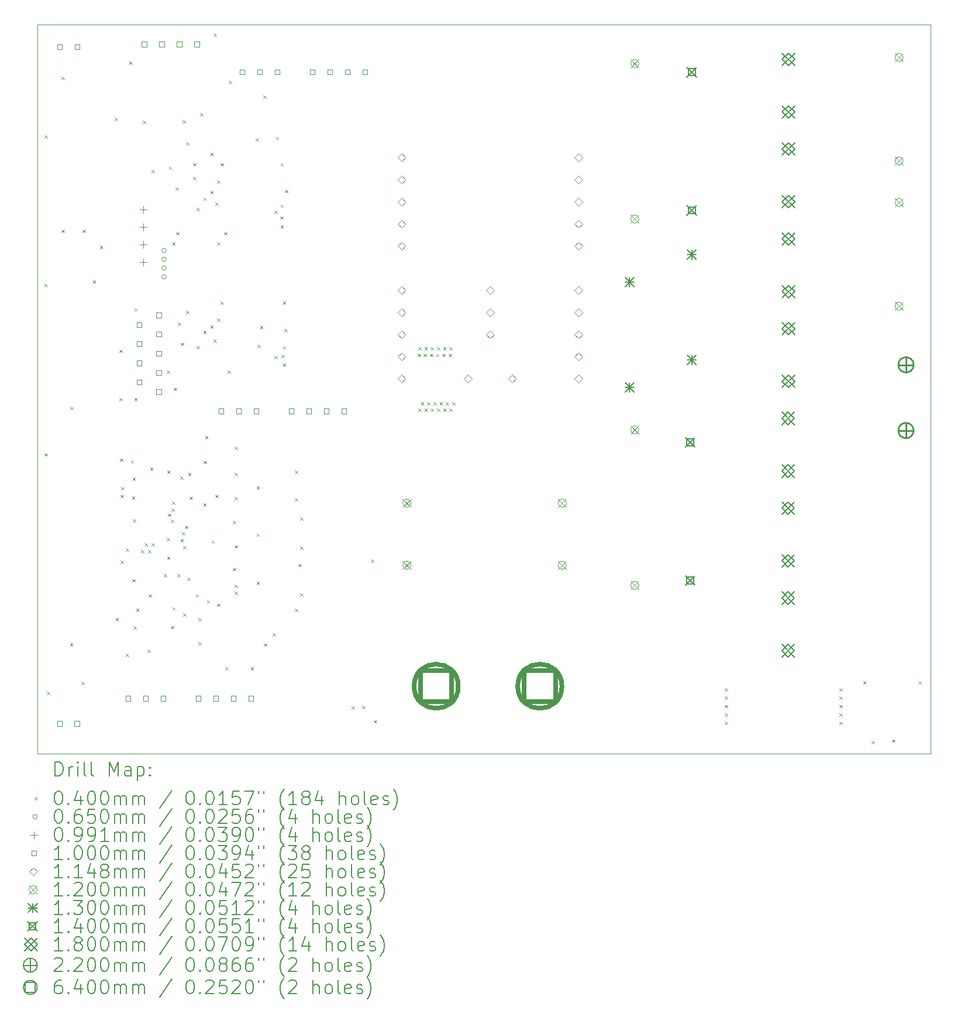
<source format=gbr>
%TF.GenerationSoftware,KiCad,Pcbnew,7.0.9*%
%TF.CreationDate,2024-05-29T20:40:22+05:30*%
%TF.ProjectId,LU,4c552e6b-6963-4616-945f-706362585858,rev?*%
%TF.SameCoordinates,Original*%
%TF.FileFunction,Drillmap*%
%TF.FilePolarity,Positive*%
%FSLAX45Y45*%
G04 Gerber Fmt 4.5, Leading zero omitted, Abs format (unit mm)*
G04 Created by KiCad (PCBNEW 7.0.9) date 2024-05-29 20:40:22*
%MOMM*%
%LPD*%
G01*
G04 APERTURE LIST*
%ADD10C,0.100000*%
%ADD11C,0.200000*%
%ADD12C,0.114752*%
%ADD13C,0.120000*%
%ADD14C,0.130000*%
%ADD15C,0.140000*%
%ADD16C,0.180000*%
%ADD17C,0.220000*%
%ADD18C,0.640000*%
G04 APERTURE END LIST*
D10*
X8730000Y-9280000D02*
X21660000Y-9280000D01*
X21660000Y-19830000D01*
X8730000Y-19830000D01*
X8730000Y-9280000D01*
D11*
D10*
X8830000Y-10880000D02*
X8870000Y-10920000D01*
X8870000Y-10880000D02*
X8830000Y-10920000D01*
X8830000Y-13030000D02*
X8870000Y-13070000D01*
X8870000Y-13030000D02*
X8830000Y-13070000D01*
X8830000Y-15480000D02*
X8870000Y-15520000D01*
X8870000Y-15480000D02*
X8830000Y-15520000D01*
X8867000Y-18928000D02*
X8907000Y-18968000D01*
X8907000Y-18928000D02*
X8867000Y-18968000D01*
X9075000Y-10030000D02*
X9115000Y-10070000D01*
X9115000Y-10030000D02*
X9075000Y-10070000D01*
X9075000Y-12245000D02*
X9115000Y-12285000D01*
X9115000Y-12245000D02*
X9075000Y-12285000D01*
X9198000Y-18224000D02*
X9238000Y-18264000D01*
X9238000Y-18224000D02*
X9198000Y-18264000D01*
X9204000Y-14804000D02*
X9244000Y-14844000D01*
X9244000Y-14804000D02*
X9204000Y-14844000D01*
X9363000Y-18783000D02*
X9403000Y-18823000D01*
X9403000Y-18783000D02*
X9363000Y-18823000D01*
X9380000Y-12245000D02*
X9420000Y-12285000D01*
X9420000Y-12245000D02*
X9380000Y-12285000D01*
X9530000Y-12980000D02*
X9570000Y-13020000D01*
X9570000Y-12980000D02*
X9530000Y-13020000D01*
X9630000Y-12480000D02*
X9670000Y-12520000D01*
X9670000Y-12480000D02*
X9630000Y-12520000D01*
X9847170Y-10624950D02*
X9887170Y-10664950D01*
X9887170Y-10624950D02*
X9847170Y-10664950D01*
X9860000Y-17860000D02*
X9900000Y-17900000D01*
X9900000Y-17860000D02*
X9860000Y-17900000D01*
X9914950Y-13980000D02*
X9954950Y-14020000D01*
X9954950Y-13980000D02*
X9914950Y-14020000D01*
X9914950Y-14680000D02*
X9954950Y-14720000D01*
X9954950Y-14680000D02*
X9914950Y-14720000D01*
X9920050Y-15555000D02*
X9960050Y-15595000D01*
X9960050Y-15555000D02*
X9920050Y-15595000D01*
X9930000Y-16080000D02*
X9970000Y-16120000D01*
X9970000Y-16080000D02*
X9930000Y-16120000D01*
X9930000Y-17030000D02*
X9970000Y-17070000D01*
X9970000Y-17030000D02*
X9930000Y-17070000D01*
X9942500Y-15967500D02*
X9982500Y-16007500D01*
X9982500Y-15967500D02*
X9942500Y-16007500D01*
X10005000Y-16855000D02*
X10045000Y-16895000D01*
X10045000Y-16855000D02*
X10005000Y-16895000D01*
X10005000Y-18380000D02*
X10045000Y-18420000D01*
X10045000Y-18380000D02*
X10005000Y-18420000D01*
X10054402Y-9809950D02*
X10094402Y-9849950D01*
X10094402Y-9809950D02*
X10054402Y-9849950D01*
X10080000Y-15580000D02*
X10120000Y-15620000D01*
X10120000Y-15580000D02*
X10080000Y-15620000D01*
X10097075Y-16099950D02*
X10137075Y-16139950D01*
X10137075Y-16099950D02*
X10097075Y-16139950D01*
X10100000Y-17300000D02*
X10140000Y-17340000D01*
X10140000Y-17300000D02*
X10100000Y-17340000D01*
X10105000Y-15830000D02*
X10145000Y-15870000D01*
X10145000Y-15830000D02*
X10105000Y-15870000D01*
X10111109Y-16432550D02*
X10151109Y-16472550D01*
X10151109Y-16432550D02*
X10111109Y-16472550D01*
X10120050Y-17980000D02*
X10160050Y-18020000D01*
X10160050Y-17980000D02*
X10120050Y-18020000D01*
X10130000Y-13380000D02*
X10170000Y-13420000D01*
X10170000Y-13380000D02*
X10130000Y-13420000D01*
X10130000Y-14680000D02*
X10170000Y-14720000D01*
X10170000Y-14680000D02*
X10130000Y-14720000D01*
X10155000Y-17730000D02*
X10195000Y-17770000D01*
X10195000Y-17730000D02*
X10155000Y-17770000D01*
X10230000Y-16880000D02*
X10270000Y-16920000D01*
X10270000Y-16880000D02*
X10230000Y-16920000D01*
X10255000Y-10669050D02*
X10295000Y-10709050D01*
X10295000Y-10669050D02*
X10255000Y-10709050D01*
X10280000Y-16780000D02*
X10320000Y-16820000D01*
X10320000Y-16780000D02*
X10280000Y-16820000D01*
X10320000Y-18320000D02*
X10360000Y-18360000D01*
X10360000Y-18320000D02*
X10320000Y-18360000D01*
X10330000Y-16880000D02*
X10370000Y-16920000D01*
X10370000Y-16880000D02*
X10330000Y-16920000D01*
X10340000Y-17520000D02*
X10380000Y-17560000D01*
X10380000Y-17520000D02*
X10340000Y-17560000D01*
X10360050Y-15686523D02*
X10400050Y-15726523D01*
X10400050Y-15686523D02*
X10360050Y-15726523D01*
X10380000Y-11380000D02*
X10420000Y-11420000D01*
X10420000Y-11380000D02*
X10380000Y-11420000D01*
X10380000Y-16780000D02*
X10420000Y-16820000D01*
X10420000Y-16780000D02*
X10380000Y-16820000D01*
X10555000Y-17230000D02*
X10595000Y-17270000D01*
X10595000Y-17230000D02*
X10555000Y-17270000D01*
X10600000Y-16700000D02*
X10640000Y-16740000D01*
X10640000Y-16700000D02*
X10600000Y-16740000D01*
X10602550Y-14280000D02*
X10642550Y-14320000D01*
X10642550Y-14280000D02*
X10602550Y-14320000D01*
X10605000Y-15730000D02*
X10645000Y-15770000D01*
X10645000Y-15730000D02*
X10605000Y-15770000D01*
X10605000Y-16973750D02*
X10645000Y-17013750D01*
X10645000Y-16973750D02*
X10605000Y-17013750D01*
X10615301Y-16350602D02*
X10655301Y-16390602D01*
X10655301Y-16350602D02*
X10615301Y-16390602D01*
X10630000Y-11330000D02*
X10670000Y-11370000D01*
X10670000Y-11330000D02*
X10630000Y-11370000D01*
X10660000Y-16440000D02*
X10700000Y-16480000D01*
X10700000Y-16440000D02*
X10660000Y-16480000D01*
X10660000Y-17978000D02*
X10700000Y-18018000D01*
X10700000Y-17978000D02*
X10660000Y-18018000D01*
X10670000Y-16280000D02*
X10710000Y-16320000D01*
X10710000Y-16280000D02*
X10670000Y-16320000D01*
X10677550Y-16180000D02*
X10717550Y-16220000D01*
X10717550Y-16180000D02*
X10677550Y-16220000D01*
X10680000Y-12430000D02*
X10720000Y-12470000D01*
X10720000Y-12430000D02*
X10680000Y-12470000D01*
X10680000Y-17705000D02*
X10720000Y-17745000D01*
X10720000Y-17705000D02*
X10680000Y-17745000D01*
X10702450Y-14530000D02*
X10742450Y-14570000D01*
X10742450Y-14530000D02*
X10702450Y-14570000D01*
X10730000Y-11630000D02*
X10770000Y-11670000D01*
X10770000Y-11630000D02*
X10730000Y-11670000D01*
X10735050Y-12280000D02*
X10775050Y-12320000D01*
X10775050Y-12280000D02*
X10735050Y-12320000D01*
X10755000Y-17230000D02*
X10795000Y-17270000D01*
X10795000Y-17230000D02*
X10755000Y-17270000D01*
X10760000Y-13590000D02*
X10800000Y-13630000D01*
X10800000Y-13590000D02*
X10760000Y-13630000D01*
X10797998Y-15813781D02*
X10837998Y-15853781D01*
X10837998Y-15813781D02*
X10797998Y-15853781D01*
X10800000Y-16720000D02*
X10840000Y-16760000D01*
X10840000Y-16720000D02*
X10800000Y-16760000D01*
X10802450Y-13880000D02*
X10842450Y-13920000D01*
X10842450Y-13880000D02*
X10802450Y-13920000D01*
X10820000Y-16620000D02*
X10860000Y-16660000D01*
X10860000Y-16620000D02*
X10820000Y-16660000D01*
X10830000Y-10655000D02*
X10870000Y-10695000D01*
X10870000Y-10655000D02*
X10830000Y-10695000D01*
X10840000Y-16820000D02*
X10880000Y-16860000D01*
X10880000Y-16820000D02*
X10840000Y-16860000D01*
X10840000Y-17792000D02*
X10880000Y-17832000D01*
X10880000Y-17792000D02*
X10840000Y-17832000D01*
X10862176Y-16529384D02*
X10902176Y-16569384D01*
X10902176Y-16529384D02*
X10862176Y-16569384D01*
X10880000Y-10980000D02*
X10920000Y-11020000D01*
X10920000Y-10980000D02*
X10880000Y-11020000D01*
X10880000Y-13418000D02*
X10920000Y-13458000D01*
X10920000Y-13418000D02*
X10880000Y-13458000D01*
X10894950Y-17280000D02*
X10934950Y-17320000D01*
X10934950Y-17280000D02*
X10894950Y-17320000D01*
X10910000Y-15760000D02*
X10950000Y-15800000D01*
X10950000Y-15760000D02*
X10910000Y-15800000D01*
X10930000Y-16105000D02*
X10970000Y-16145000D01*
X10970000Y-16105000D02*
X10930000Y-16145000D01*
X10980000Y-11280000D02*
X11020000Y-11320000D01*
X11020000Y-11280000D02*
X10980000Y-11320000D01*
X10980000Y-11480000D02*
X11020000Y-11520000D01*
X11020000Y-11480000D02*
X10980000Y-11520000D01*
X11020000Y-17520000D02*
X11060000Y-17560000D01*
X11060000Y-17520000D02*
X11020000Y-17560000D01*
X11030000Y-11930000D02*
X11070000Y-11970000D01*
X11070000Y-11930000D02*
X11030000Y-11970000D01*
X11034000Y-13926000D02*
X11074000Y-13966000D01*
X11074000Y-13926000D02*
X11034000Y-13966000D01*
X11055000Y-17864500D02*
X11095000Y-17904500D01*
X11095000Y-17864500D02*
X11055000Y-17904500D01*
X11055000Y-18208750D02*
X11095000Y-18248750D01*
X11095000Y-18208750D02*
X11055000Y-18248750D01*
X11080000Y-10555000D02*
X11120000Y-10595000D01*
X11120000Y-10555000D02*
X11080000Y-10595000D01*
X11130000Y-11780000D02*
X11170000Y-11820000D01*
X11170000Y-11780000D02*
X11130000Y-11820000D01*
X11130000Y-13705000D02*
X11170000Y-13745000D01*
X11170000Y-13705000D02*
X11130000Y-13745000D01*
X11130000Y-16205000D02*
X11170000Y-16245000D01*
X11170000Y-16205000D02*
X11130000Y-16245000D01*
X11131223Y-15588777D02*
X11171223Y-15628777D01*
X11171223Y-15588777D02*
X11131223Y-15628777D01*
X11155000Y-15230000D02*
X11195000Y-15270000D01*
X11195000Y-15230000D02*
X11155000Y-15270000D01*
X11180000Y-17605000D02*
X11220000Y-17645000D01*
X11220000Y-17605000D02*
X11180000Y-17645000D01*
X11230000Y-11130000D02*
X11270000Y-11170000D01*
X11270000Y-11130000D02*
X11230000Y-11170000D01*
X11230000Y-11680000D02*
X11270000Y-11720000D01*
X11270000Y-11680000D02*
X11230000Y-11720000D01*
X11230000Y-13630000D02*
X11270000Y-13670000D01*
X11270000Y-13630000D02*
X11230000Y-13670000D01*
X11247550Y-16740000D02*
X11287550Y-16780000D01*
X11287550Y-16740000D02*
X11247550Y-16780000D01*
X11280000Y-9405000D02*
X11320000Y-9445000D01*
X11320000Y-9405000D02*
X11280000Y-9445000D01*
X11280000Y-13830000D02*
X11320000Y-13870000D01*
X11320000Y-13830000D02*
X11280000Y-13870000D01*
X11303805Y-11853550D02*
X11343805Y-11893550D01*
X11343805Y-11853550D02*
X11303805Y-11893550D01*
X11305000Y-16080000D02*
X11345000Y-16120000D01*
X11345000Y-16080000D02*
X11305000Y-16120000D01*
X11330000Y-11530000D02*
X11370000Y-11570000D01*
X11370000Y-11530000D02*
X11330000Y-11570000D01*
X11330000Y-12430000D02*
X11370000Y-12470000D01*
X11370000Y-12430000D02*
X11330000Y-12470000D01*
X11330000Y-13530000D02*
X11370000Y-13570000D01*
X11370000Y-13530000D02*
X11330000Y-13570000D01*
X11330000Y-17655000D02*
X11370000Y-17695000D01*
X11370000Y-17655000D02*
X11330000Y-17695000D01*
X11380000Y-11280000D02*
X11420000Y-11320000D01*
X11420000Y-11280000D02*
X11380000Y-11320000D01*
X11380000Y-13280000D02*
X11420000Y-13320000D01*
X11420000Y-13280000D02*
X11380000Y-13320000D01*
X11430000Y-12280000D02*
X11470000Y-12320000D01*
X11470000Y-12280000D02*
X11430000Y-12320000D01*
X11444000Y-18571000D02*
X11484000Y-18611000D01*
X11484000Y-18571000D02*
X11444000Y-18611000D01*
X11480000Y-14280000D02*
X11520000Y-14320000D01*
X11520000Y-14280000D02*
X11480000Y-14320000D01*
X11500000Y-10090000D02*
X11540000Y-10130000D01*
X11540000Y-10090000D02*
X11500000Y-10130000D01*
X11555000Y-16454280D02*
X11595000Y-16494280D01*
X11595000Y-16454280D02*
X11555000Y-16494280D01*
X11555000Y-17139500D02*
X11595000Y-17179500D01*
X11595000Y-17139500D02*
X11555000Y-17179500D01*
X11580000Y-15380000D02*
X11620000Y-15420000D01*
X11620000Y-15380000D02*
X11580000Y-15420000D01*
X11580000Y-15764500D02*
X11620000Y-15804500D01*
X11620000Y-15764500D02*
X11580000Y-15804500D01*
X11580000Y-16108750D02*
X11620000Y-16148750D01*
X11620000Y-16108750D02*
X11580000Y-16148750D01*
X11580000Y-16808750D02*
X11620000Y-16848750D01*
X11620000Y-16808750D02*
X11580000Y-16848750D01*
X11580000Y-17380000D02*
X11620000Y-17420000D01*
X11620000Y-17380000D02*
X11580000Y-17420000D01*
X11580000Y-17483750D02*
X11620000Y-17523750D01*
X11620000Y-17483750D02*
X11580000Y-17523750D01*
X11816000Y-18575000D02*
X11856000Y-18615000D01*
X11856000Y-18575000D02*
X11816000Y-18615000D01*
X11890000Y-10920000D02*
X11930000Y-10960000D01*
X11930000Y-10920000D02*
X11890000Y-10960000D01*
X11900000Y-15960000D02*
X11940000Y-16000000D01*
X11940000Y-15960000D02*
X11900000Y-16000000D01*
X11900000Y-16640000D02*
X11940000Y-16680000D01*
X11940000Y-16640000D02*
X11900000Y-16680000D01*
X11900000Y-17340000D02*
X11940000Y-17380000D01*
X11940000Y-17340000D02*
X11900000Y-17380000D01*
X11910000Y-13910000D02*
X11950000Y-13950000D01*
X11950000Y-13910000D02*
X11910000Y-13950000D01*
X11950000Y-13640000D02*
X11990000Y-13680000D01*
X11990000Y-13640000D02*
X11950000Y-13680000D01*
X12000000Y-10300000D02*
X12040000Y-10340000D01*
X12040000Y-10300000D02*
X12000000Y-10340000D01*
X12005000Y-18230000D02*
X12045000Y-18270000D01*
X12045000Y-18230000D02*
X12005000Y-18270000D01*
X12130000Y-18080000D02*
X12170000Y-18120000D01*
X12170000Y-18080000D02*
X12130000Y-18120000D01*
X12160000Y-11970000D02*
X12200000Y-12010000D01*
X12200000Y-11970000D02*
X12160000Y-12010000D01*
X12160000Y-14070000D02*
X12200000Y-14110000D01*
X12200000Y-14070000D02*
X12160000Y-14110000D01*
X12180000Y-10900000D02*
X12220000Y-10940000D01*
X12220000Y-10900000D02*
X12180000Y-10940000D01*
X12240000Y-12050000D02*
X12280000Y-12090000D01*
X12280000Y-12050000D02*
X12240000Y-12090000D01*
X12247500Y-11280000D02*
X12287500Y-11320000D01*
X12287500Y-11280000D02*
X12247500Y-11320000D01*
X12247500Y-11880000D02*
X12287500Y-11920000D01*
X12287500Y-11880000D02*
X12247500Y-11920000D01*
X12247500Y-12180000D02*
X12287500Y-12220000D01*
X12287500Y-12180000D02*
X12247500Y-12220000D01*
X12260000Y-14050000D02*
X12300000Y-14090000D01*
X12300000Y-14050000D02*
X12260000Y-14090000D01*
X12280000Y-13280000D02*
X12320000Y-13320000D01*
X12320000Y-13280000D02*
X12280000Y-13320000D01*
X12280000Y-13930000D02*
X12320000Y-13970000D01*
X12320000Y-13930000D02*
X12280000Y-13970000D01*
X12280000Y-14180000D02*
X12320000Y-14220000D01*
X12320000Y-14180000D02*
X12280000Y-14220000D01*
X12300000Y-13680000D02*
X12340000Y-13720000D01*
X12340000Y-13680000D02*
X12300000Y-13720000D01*
X12310000Y-11670000D02*
X12350000Y-11710000D01*
X12350000Y-11670000D02*
X12310000Y-11710000D01*
X12455000Y-15730000D02*
X12495000Y-15770000D01*
X12495000Y-15730000D02*
X12455000Y-15770000D01*
X12455000Y-16130000D02*
X12495000Y-16170000D01*
X12495000Y-16130000D02*
X12455000Y-16170000D01*
X12455000Y-17730000D02*
X12495000Y-17770000D01*
X12495000Y-17730000D02*
X12455000Y-17770000D01*
X12505000Y-17080000D02*
X12545000Y-17120000D01*
X12545000Y-17080000D02*
X12505000Y-17120000D01*
X12530000Y-16405000D02*
X12570000Y-16445000D01*
X12570000Y-16405000D02*
X12530000Y-16445000D01*
X12530000Y-16830000D02*
X12570000Y-16870000D01*
X12570000Y-16830000D02*
X12530000Y-16870000D01*
X12530000Y-17505000D02*
X12570000Y-17545000D01*
X12570000Y-17505000D02*
X12530000Y-17545000D01*
X13275050Y-19144000D02*
X13315050Y-19184000D01*
X13315050Y-19144000D02*
X13275050Y-19184000D01*
X13427000Y-19133000D02*
X13467000Y-19173000D01*
X13467000Y-19133000D02*
X13427000Y-19173000D01*
X13553000Y-17016000D02*
X13593000Y-17056000D01*
X13593000Y-17016000D02*
X13553000Y-17056000D01*
X13600000Y-19340000D02*
X13640000Y-19380000D01*
X13640000Y-19340000D02*
X13600000Y-19380000D01*
X14230000Y-14040000D02*
X14270000Y-14080000D01*
X14270000Y-14040000D02*
X14230000Y-14080000D01*
X14240000Y-13940000D02*
X14280000Y-13980000D01*
X14280000Y-13940000D02*
X14240000Y-13980000D01*
X14240000Y-14830000D02*
X14280000Y-14870000D01*
X14280000Y-14830000D02*
X14240000Y-14870000D01*
X14280000Y-14740000D02*
X14320000Y-14780000D01*
X14320000Y-14740000D02*
X14280000Y-14780000D01*
X14320000Y-14040000D02*
X14360000Y-14080000D01*
X14360000Y-14040000D02*
X14320000Y-14080000D01*
X14330000Y-13940000D02*
X14370000Y-13980000D01*
X14370000Y-13940000D02*
X14330000Y-13980000D01*
X14330000Y-14830000D02*
X14370000Y-14870000D01*
X14370000Y-14830000D02*
X14330000Y-14870000D01*
X14370000Y-14740000D02*
X14410000Y-14780000D01*
X14410000Y-14740000D02*
X14370000Y-14780000D01*
X14410000Y-14040000D02*
X14450000Y-14080000D01*
X14450000Y-14040000D02*
X14410000Y-14080000D01*
X14420000Y-13940000D02*
X14460000Y-13980000D01*
X14460000Y-13940000D02*
X14420000Y-13980000D01*
X14420000Y-14830000D02*
X14460000Y-14870000D01*
X14460000Y-14830000D02*
X14420000Y-14870000D01*
X14460000Y-14740000D02*
X14500000Y-14780000D01*
X14500000Y-14740000D02*
X14460000Y-14780000D01*
X14500000Y-14040000D02*
X14540000Y-14080000D01*
X14540000Y-14040000D02*
X14500000Y-14080000D01*
X14510000Y-13940000D02*
X14550000Y-13980000D01*
X14550000Y-13940000D02*
X14510000Y-13980000D01*
X14510000Y-14830000D02*
X14550000Y-14870000D01*
X14550000Y-14830000D02*
X14510000Y-14870000D01*
X14550000Y-14740000D02*
X14590000Y-14780000D01*
X14590000Y-14740000D02*
X14550000Y-14780000D01*
X14590000Y-14040000D02*
X14630000Y-14080000D01*
X14630000Y-14040000D02*
X14590000Y-14080000D01*
X14600000Y-13940000D02*
X14640000Y-13980000D01*
X14640000Y-13940000D02*
X14600000Y-13980000D01*
X14600000Y-14830000D02*
X14640000Y-14870000D01*
X14640000Y-14830000D02*
X14600000Y-14870000D01*
X14640000Y-14740000D02*
X14680000Y-14780000D01*
X14680000Y-14740000D02*
X14640000Y-14780000D01*
X14680000Y-14040000D02*
X14720000Y-14080000D01*
X14720000Y-14040000D02*
X14680000Y-14080000D01*
X14690000Y-13940000D02*
X14730000Y-13980000D01*
X14730000Y-13940000D02*
X14690000Y-13980000D01*
X14690000Y-14830000D02*
X14730000Y-14870000D01*
X14730000Y-14830000D02*
X14690000Y-14870000D01*
X14730000Y-14740000D02*
X14770000Y-14780000D01*
X14770000Y-14740000D02*
X14730000Y-14780000D01*
X18680000Y-18880000D02*
X18720000Y-18920000D01*
X18720000Y-18880000D02*
X18680000Y-18920000D01*
X18680000Y-19000000D02*
X18720000Y-19040000D01*
X18720000Y-19000000D02*
X18680000Y-19040000D01*
X18680000Y-19120000D02*
X18720000Y-19160000D01*
X18720000Y-19120000D02*
X18680000Y-19160000D01*
X18680000Y-19240000D02*
X18720000Y-19280000D01*
X18720000Y-19240000D02*
X18680000Y-19280000D01*
X18680000Y-19360000D02*
X18720000Y-19400000D01*
X18720000Y-19360000D02*
X18680000Y-19400000D01*
X20340000Y-18880000D02*
X20380000Y-18920000D01*
X20380000Y-18880000D02*
X20340000Y-18920000D01*
X20340000Y-19000000D02*
X20380000Y-19040000D01*
X20380000Y-19000000D02*
X20340000Y-19040000D01*
X20340000Y-19120000D02*
X20380000Y-19160000D01*
X20380000Y-19120000D02*
X20340000Y-19160000D01*
X20340000Y-19240000D02*
X20380000Y-19280000D01*
X20380000Y-19240000D02*
X20340000Y-19280000D01*
X20340000Y-19360000D02*
X20380000Y-19400000D01*
X20380000Y-19360000D02*
X20340000Y-19400000D01*
X20680000Y-18780000D02*
X20720000Y-18820000D01*
X20720000Y-18780000D02*
X20680000Y-18820000D01*
X20800000Y-19640000D02*
X20840000Y-19680000D01*
X20840000Y-19640000D02*
X20800000Y-19680000D01*
X21100000Y-19620000D02*
X21140000Y-19660000D01*
X21140000Y-19620000D02*
X21100000Y-19660000D01*
X21480000Y-18780000D02*
X21520000Y-18820000D01*
X21520000Y-18780000D02*
X21480000Y-18820000D01*
X10592500Y-12546000D02*
G75*
G03*
X10592500Y-12546000I-32500J0D01*
G01*
X10592500Y-12673000D02*
G75*
G03*
X10592500Y-12673000I-32500J0D01*
G01*
X10592500Y-12800000D02*
G75*
G03*
X10592500Y-12800000I-32500J0D01*
G01*
X10592500Y-12927000D02*
G75*
G03*
X10592500Y-12927000I-32500J0D01*
G01*
X10260820Y-11900470D02*
X10260820Y-11999530D01*
X10211290Y-11950000D02*
X10310350Y-11950000D01*
X10260820Y-12154470D02*
X10260820Y-12253530D01*
X10211290Y-12204000D02*
X10310350Y-12204000D01*
X10260820Y-12408470D02*
X10260820Y-12507530D01*
X10211290Y-12458000D02*
X10310350Y-12458000D01*
X10260820Y-12662470D02*
X10260820Y-12761530D01*
X10211290Y-12712000D02*
X10310350Y-12712000D01*
X9083356Y-9635356D02*
X9083356Y-9564644D01*
X9012644Y-9564644D01*
X9012644Y-9635356D01*
X9083356Y-9635356D01*
X9085356Y-19425356D02*
X9085356Y-19354644D01*
X9014644Y-19354644D01*
X9014644Y-19425356D01*
X9085356Y-19425356D01*
X9335356Y-19425356D02*
X9335356Y-19354644D01*
X9264644Y-19354644D01*
X9264644Y-19425356D01*
X9335356Y-19425356D01*
X9337356Y-9635356D02*
X9337356Y-9564644D01*
X9266644Y-9564644D01*
X9266644Y-9635356D01*
X9337356Y-9635356D01*
X10074356Y-19062356D02*
X10074356Y-18991644D01*
X10003644Y-18991644D01*
X10003644Y-19062356D01*
X10074356Y-19062356D01*
X10235356Y-13654356D02*
X10235356Y-13583644D01*
X10164644Y-13583644D01*
X10164644Y-13654356D01*
X10235356Y-13654356D01*
X10235356Y-13931356D02*
X10235356Y-13860644D01*
X10164644Y-13860644D01*
X10164644Y-13931356D01*
X10235356Y-13931356D01*
X10235356Y-14208356D02*
X10235356Y-14137644D01*
X10164644Y-14137644D01*
X10164644Y-14208356D01*
X10235356Y-14208356D01*
X10235356Y-14485356D02*
X10235356Y-14414644D01*
X10164644Y-14414644D01*
X10164644Y-14485356D01*
X10235356Y-14485356D01*
X10307856Y-9595356D02*
X10307856Y-9524644D01*
X10237144Y-9524644D01*
X10237144Y-9595356D01*
X10307856Y-9595356D01*
X10328356Y-19062356D02*
X10328356Y-18991644D01*
X10257644Y-18991644D01*
X10257644Y-19062356D01*
X10328356Y-19062356D01*
X10519356Y-13515856D02*
X10519356Y-13445144D01*
X10448644Y-13445144D01*
X10448644Y-13515856D01*
X10519356Y-13515856D01*
X10519356Y-13792856D02*
X10519356Y-13722144D01*
X10448644Y-13722144D01*
X10448644Y-13792856D01*
X10519356Y-13792856D01*
X10519356Y-14069856D02*
X10519356Y-13999144D01*
X10448644Y-13999144D01*
X10448644Y-14069856D01*
X10519356Y-14069856D01*
X10519356Y-14346856D02*
X10519356Y-14276144D01*
X10448644Y-14276144D01*
X10448644Y-14346856D01*
X10519356Y-14346856D01*
X10519356Y-14623856D02*
X10519356Y-14553144D01*
X10448644Y-14553144D01*
X10448644Y-14623856D01*
X10519356Y-14623856D01*
X10561856Y-9595356D02*
X10561856Y-9524644D01*
X10491144Y-9524644D01*
X10491144Y-9595356D01*
X10561856Y-9595356D01*
X10582356Y-19062356D02*
X10582356Y-18991644D01*
X10511644Y-18991644D01*
X10511644Y-19062356D01*
X10582356Y-19062356D01*
X10815856Y-9595356D02*
X10815856Y-9524644D01*
X10745144Y-9524644D01*
X10745144Y-9595356D01*
X10815856Y-9595356D01*
X11069856Y-9595356D02*
X11069856Y-9524644D01*
X10999144Y-9524644D01*
X10999144Y-9595356D01*
X11069856Y-9595356D01*
X11090356Y-19062356D02*
X11090356Y-18991644D01*
X11019644Y-18991644D01*
X11019644Y-19062356D01*
X11090356Y-19062356D01*
X11344356Y-19062356D02*
X11344356Y-18991644D01*
X11273644Y-18991644D01*
X11273644Y-19062356D01*
X11344356Y-19062356D01*
X11421356Y-14905356D02*
X11421356Y-14834644D01*
X11350644Y-14834644D01*
X11350644Y-14905356D01*
X11421356Y-14905356D01*
X11598356Y-19062356D02*
X11598356Y-18991644D01*
X11527644Y-18991644D01*
X11527644Y-19062356D01*
X11598356Y-19062356D01*
X11675356Y-14905356D02*
X11675356Y-14834644D01*
X11604644Y-14834644D01*
X11604644Y-14905356D01*
X11675356Y-14905356D01*
X11727356Y-9995356D02*
X11727356Y-9924644D01*
X11656644Y-9924644D01*
X11656644Y-9995356D01*
X11727356Y-9995356D01*
X11852356Y-19062356D02*
X11852356Y-18991644D01*
X11781644Y-18991644D01*
X11781644Y-19062356D01*
X11852356Y-19062356D01*
X11929356Y-14905356D02*
X11929356Y-14834644D01*
X11858644Y-14834644D01*
X11858644Y-14905356D01*
X11929356Y-14905356D01*
X11981356Y-9995356D02*
X11981356Y-9924644D01*
X11910644Y-9924644D01*
X11910644Y-9995356D01*
X11981356Y-9995356D01*
X12235356Y-9995356D02*
X12235356Y-9924644D01*
X12164644Y-9924644D01*
X12164644Y-9995356D01*
X12235356Y-9995356D01*
X12437356Y-14905356D02*
X12437356Y-14834644D01*
X12366644Y-14834644D01*
X12366644Y-14905356D01*
X12437356Y-14905356D01*
X12691356Y-14905356D02*
X12691356Y-14834644D01*
X12620644Y-14834644D01*
X12620644Y-14905356D01*
X12691356Y-14905356D01*
X12743356Y-9995356D02*
X12743356Y-9924644D01*
X12672644Y-9924644D01*
X12672644Y-9995356D01*
X12743356Y-9995356D01*
X12945356Y-14905356D02*
X12945356Y-14834644D01*
X12874644Y-14834644D01*
X12874644Y-14905356D01*
X12945356Y-14905356D01*
X12997356Y-9995356D02*
X12997356Y-9924644D01*
X12926644Y-9924644D01*
X12926644Y-9995356D01*
X12997356Y-9995356D01*
X13199356Y-14905356D02*
X13199356Y-14834644D01*
X13128644Y-14834644D01*
X13128644Y-14905356D01*
X13199356Y-14905356D01*
X13251356Y-9995356D02*
X13251356Y-9924644D01*
X13180644Y-9924644D01*
X13180644Y-9995356D01*
X13251356Y-9995356D01*
X13505356Y-9995356D02*
X13505356Y-9924644D01*
X13434644Y-9924644D01*
X13434644Y-9995356D01*
X13505356Y-9995356D01*
D12*
X14000000Y-11257376D02*
X14057376Y-11200000D01*
X14000000Y-11142624D01*
X13942624Y-11200000D01*
X14000000Y-11257376D01*
X14000000Y-11577376D02*
X14057376Y-11520000D01*
X14000000Y-11462624D01*
X13942624Y-11520000D01*
X14000000Y-11577376D01*
X14000000Y-11897376D02*
X14057376Y-11840000D01*
X14000000Y-11782624D01*
X13942624Y-11840000D01*
X14000000Y-11897376D01*
X14000000Y-12217376D02*
X14057376Y-12160000D01*
X14000000Y-12102624D01*
X13942624Y-12160000D01*
X14000000Y-12217376D01*
X14000000Y-12537376D02*
X14057376Y-12480000D01*
X14000000Y-12422624D01*
X13942624Y-12480000D01*
X14000000Y-12537376D01*
X14000000Y-13177376D02*
X14057376Y-13120000D01*
X14000000Y-13062624D01*
X13942624Y-13120000D01*
X14000000Y-13177376D01*
X14000000Y-13497376D02*
X14057376Y-13440000D01*
X14000000Y-13382624D01*
X13942624Y-13440000D01*
X14000000Y-13497376D01*
X14000000Y-13817376D02*
X14057376Y-13760000D01*
X14000000Y-13702624D01*
X13942624Y-13760000D01*
X14000000Y-13817376D01*
X14000000Y-14137376D02*
X14057376Y-14080000D01*
X14000000Y-14022624D01*
X13942624Y-14080000D01*
X14000000Y-14137376D01*
X14000000Y-14457376D02*
X14057376Y-14400000D01*
X14000000Y-14342624D01*
X13942624Y-14400000D01*
X14000000Y-14457376D01*
X14960000Y-14457376D02*
X15017376Y-14400000D01*
X14960000Y-14342624D01*
X14902624Y-14400000D01*
X14960000Y-14457376D01*
X15280000Y-13177376D02*
X15337376Y-13120000D01*
X15280000Y-13062624D01*
X15222624Y-13120000D01*
X15280000Y-13177376D01*
X15280000Y-13497376D02*
X15337376Y-13440000D01*
X15280000Y-13382624D01*
X15222624Y-13440000D01*
X15280000Y-13497376D01*
X15280000Y-13817376D02*
X15337376Y-13760000D01*
X15280000Y-13702624D01*
X15222624Y-13760000D01*
X15280000Y-13817376D01*
X15600000Y-14457376D02*
X15657376Y-14400000D01*
X15600000Y-14342624D01*
X15542624Y-14400000D01*
X15600000Y-14457376D01*
X16560000Y-11257376D02*
X16617376Y-11200000D01*
X16560000Y-11142624D01*
X16502624Y-11200000D01*
X16560000Y-11257376D01*
X16560000Y-11577376D02*
X16617376Y-11520000D01*
X16560000Y-11462624D01*
X16502624Y-11520000D01*
X16560000Y-11577376D01*
X16560000Y-11897376D02*
X16617376Y-11840000D01*
X16560000Y-11782624D01*
X16502624Y-11840000D01*
X16560000Y-11897376D01*
X16560000Y-12217376D02*
X16617376Y-12160000D01*
X16560000Y-12102624D01*
X16502624Y-12160000D01*
X16560000Y-12217376D01*
X16560000Y-12537376D02*
X16617376Y-12480000D01*
X16560000Y-12422624D01*
X16502624Y-12480000D01*
X16560000Y-12537376D01*
X16560000Y-13177376D02*
X16617376Y-13120000D01*
X16560000Y-13062624D01*
X16502624Y-13120000D01*
X16560000Y-13177376D01*
X16560000Y-13497376D02*
X16617376Y-13440000D01*
X16560000Y-13382624D01*
X16502624Y-13440000D01*
X16560000Y-13497376D01*
X16560000Y-13817376D02*
X16617376Y-13760000D01*
X16560000Y-13702624D01*
X16502624Y-13760000D01*
X16560000Y-13817376D01*
X16560000Y-14137376D02*
X16617376Y-14080000D01*
X16560000Y-14022624D01*
X16502624Y-14080000D01*
X16560000Y-14137376D01*
X16560000Y-14457376D02*
X16617376Y-14400000D01*
X16560000Y-14342624D01*
X16502624Y-14400000D01*
X16560000Y-14457376D01*
D13*
X14015000Y-16140000D02*
X14135000Y-16260000D01*
X14135000Y-16140000D02*
X14015000Y-16260000D01*
X14135000Y-16200000D02*
G75*
G03*
X14135000Y-16200000I-60000J0D01*
G01*
X14015000Y-17040000D02*
X14135000Y-17160000D01*
X14135000Y-17040000D02*
X14015000Y-17160000D01*
X14135000Y-17100000D02*
G75*
G03*
X14135000Y-17100000I-60000J0D01*
G01*
X16265000Y-16140000D02*
X16385000Y-16260000D01*
X16385000Y-16140000D02*
X16265000Y-16260000D01*
X16385000Y-16200000D02*
G75*
G03*
X16385000Y-16200000I-60000J0D01*
G01*
X16265000Y-17040000D02*
X16385000Y-17160000D01*
X16385000Y-17040000D02*
X16265000Y-17160000D01*
X16385000Y-17100000D02*
G75*
G03*
X16385000Y-17100000I-60000J0D01*
G01*
X17315000Y-9780000D02*
X17435000Y-9900000D01*
X17435000Y-9780000D02*
X17315000Y-9900000D01*
X17435000Y-9840000D02*
G75*
G03*
X17435000Y-9840000I-60000J0D01*
G01*
X17315000Y-12030000D02*
X17435000Y-12150000D01*
X17435000Y-12030000D02*
X17315000Y-12150000D01*
X17435000Y-12090000D02*
G75*
G03*
X17435000Y-12090000I-60000J0D01*
G01*
X17315000Y-15080000D02*
X17435000Y-15200000D01*
X17435000Y-15080000D02*
X17315000Y-15200000D01*
X17435000Y-15140000D02*
G75*
G03*
X17435000Y-15140000I-60000J0D01*
G01*
X17315000Y-17330000D02*
X17435000Y-17450000D01*
X17435000Y-17330000D02*
X17315000Y-17450000D01*
X17435000Y-17390000D02*
G75*
G03*
X17435000Y-17390000I-60000J0D01*
G01*
X21140000Y-9690000D02*
X21260000Y-9810000D01*
X21260000Y-9690000D02*
X21140000Y-9810000D01*
X21260000Y-9750000D02*
G75*
G03*
X21260000Y-9750000I-60000J0D01*
G01*
X21140000Y-11190000D02*
X21260000Y-11310000D01*
X21260000Y-11190000D02*
X21140000Y-11310000D01*
X21260000Y-11250000D02*
G75*
G03*
X21260000Y-11250000I-60000J0D01*
G01*
X21140000Y-11790000D02*
X21260000Y-11910000D01*
X21260000Y-11790000D02*
X21140000Y-11910000D01*
X21260000Y-11850000D02*
G75*
G03*
X21260000Y-11850000I-60000J0D01*
G01*
X21140000Y-13290000D02*
X21260000Y-13410000D01*
X21260000Y-13290000D02*
X21140000Y-13410000D01*
X21260000Y-13350000D02*
G75*
G03*
X21260000Y-13350000I-60000J0D01*
G01*
D14*
X17235000Y-12938000D02*
X17365000Y-13068000D01*
X17365000Y-12938000D02*
X17235000Y-13068000D01*
X17300000Y-12938000D02*
X17300000Y-13068000D01*
X17235000Y-13003000D02*
X17365000Y-13003000D01*
X17235000Y-14462000D02*
X17365000Y-14592000D01*
X17365000Y-14462000D02*
X17235000Y-14592000D01*
X17300000Y-14462000D02*
X17300000Y-14592000D01*
X17235000Y-14527000D02*
X17365000Y-14527000D01*
X18135000Y-12538000D02*
X18265000Y-12668000D01*
X18265000Y-12538000D02*
X18135000Y-12668000D01*
X18200000Y-12538000D02*
X18200000Y-12668000D01*
X18135000Y-12603000D02*
X18265000Y-12603000D01*
X18135000Y-14062000D02*
X18265000Y-14192000D01*
X18265000Y-14062000D02*
X18135000Y-14192000D01*
X18200000Y-14062000D02*
X18200000Y-14192000D01*
X18135000Y-14127000D02*
X18265000Y-14127000D01*
D15*
X18105000Y-15250000D02*
X18245000Y-15390000D01*
X18245000Y-15250000D02*
X18105000Y-15390000D01*
X18224498Y-15369498D02*
X18224498Y-15270502D01*
X18125502Y-15270502D01*
X18125502Y-15369498D01*
X18224498Y-15369498D01*
X18105000Y-17250000D02*
X18245000Y-17390000D01*
X18245000Y-17250000D02*
X18105000Y-17390000D01*
X18224498Y-17369498D02*
X18224498Y-17270502D01*
X18125502Y-17270502D01*
X18125502Y-17369498D01*
X18224498Y-17369498D01*
X18130000Y-9895000D02*
X18270000Y-10035000D01*
X18270000Y-9895000D02*
X18130000Y-10035000D01*
X18249498Y-10014498D02*
X18249498Y-9915502D01*
X18150502Y-9915502D01*
X18150502Y-10014498D01*
X18249498Y-10014498D01*
X18130000Y-11895000D02*
X18270000Y-12035000D01*
X18270000Y-11895000D02*
X18130000Y-12035000D01*
X18249498Y-12014498D02*
X18249498Y-11915502D01*
X18150502Y-11915502D01*
X18150502Y-12014498D01*
X18249498Y-12014498D01*
D16*
X19505000Y-14885000D02*
X19685000Y-15065000D01*
X19685000Y-14885000D02*
X19505000Y-15065000D01*
X19595000Y-15065000D02*
X19685000Y-14975000D01*
X19595000Y-14885000D01*
X19505000Y-14975000D01*
X19595000Y-15065000D01*
X19505000Y-15647000D02*
X19685000Y-15827000D01*
X19685000Y-15647000D02*
X19505000Y-15827000D01*
X19595000Y-15827000D02*
X19685000Y-15737000D01*
X19595000Y-15647000D01*
X19505000Y-15737000D01*
X19595000Y-15827000D01*
X19505000Y-16184000D02*
X19685000Y-16364000D01*
X19685000Y-16184000D02*
X19505000Y-16364000D01*
X19595000Y-16364000D02*
X19685000Y-16274000D01*
X19595000Y-16184000D01*
X19505000Y-16274000D01*
X19595000Y-16364000D01*
X19505000Y-16946000D02*
X19685000Y-17126000D01*
X19685000Y-16946000D02*
X19505000Y-17126000D01*
X19595000Y-17126000D02*
X19685000Y-17036000D01*
X19595000Y-16946000D01*
X19505000Y-17036000D01*
X19595000Y-17126000D01*
X19505000Y-17483000D02*
X19685000Y-17663000D01*
X19685000Y-17483000D02*
X19505000Y-17663000D01*
X19595000Y-17663000D02*
X19685000Y-17573000D01*
X19595000Y-17483000D01*
X19505000Y-17573000D01*
X19595000Y-17663000D01*
X19505000Y-18245000D02*
X19685000Y-18425000D01*
X19685000Y-18245000D02*
X19505000Y-18425000D01*
X19595000Y-18425000D02*
X19685000Y-18335000D01*
X19595000Y-18245000D01*
X19505000Y-18335000D01*
X19595000Y-18425000D01*
X19510000Y-9689000D02*
X19690000Y-9869000D01*
X19690000Y-9689000D02*
X19510000Y-9869000D01*
X19600000Y-9869000D02*
X19690000Y-9779000D01*
X19600000Y-9689000D01*
X19510000Y-9779000D01*
X19600000Y-9869000D01*
X19510000Y-10451000D02*
X19690000Y-10631000D01*
X19690000Y-10451000D02*
X19510000Y-10631000D01*
X19600000Y-10631000D02*
X19690000Y-10541000D01*
X19600000Y-10451000D01*
X19510000Y-10541000D01*
X19600000Y-10631000D01*
X19510000Y-10988000D02*
X19690000Y-11168000D01*
X19690000Y-10988000D02*
X19510000Y-11168000D01*
X19600000Y-11168000D02*
X19690000Y-11078000D01*
X19600000Y-10988000D01*
X19510000Y-11078000D01*
X19600000Y-11168000D01*
X19510000Y-11750000D02*
X19690000Y-11930000D01*
X19690000Y-11750000D02*
X19510000Y-11930000D01*
X19600000Y-11930000D02*
X19690000Y-11840000D01*
X19600000Y-11750000D01*
X19510000Y-11840000D01*
X19600000Y-11930000D01*
X19510000Y-12287000D02*
X19690000Y-12467000D01*
X19690000Y-12287000D02*
X19510000Y-12467000D01*
X19600000Y-12467000D02*
X19690000Y-12377000D01*
X19600000Y-12287000D01*
X19510000Y-12377000D01*
X19600000Y-12467000D01*
X19510000Y-13049000D02*
X19690000Y-13229000D01*
X19690000Y-13049000D02*
X19510000Y-13229000D01*
X19600000Y-13229000D02*
X19690000Y-13139000D01*
X19600000Y-13049000D01*
X19510000Y-13139000D01*
X19600000Y-13229000D01*
X19510000Y-13586000D02*
X19690000Y-13766000D01*
X19690000Y-13586000D02*
X19510000Y-13766000D01*
X19600000Y-13766000D02*
X19690000Y-13676000D01*
X19600000Y-13586000D01*
X19510000Y-13676000D01*
X19600000Y-13766000D01*
X19510000Y-14348000D02*
X19690000Y-14528000D01*
X19690000Y-14348000D02*
X19510000Y-14528000D01*
X19600000Y-14528000D02*
X19690000Y-14438000D01*
X19600000Y-14348000D01*
X19510000Y-14438000D01*
X19600000Y-14528000D01*
D17*
X21300000Y-14090000D02*
X21300000Y-14310000D01*
X21190000Y-14200000D02*
X21410000Y-14200000D01*
X21410000Y-14200000D02*
G75*
G03*
X21410000Y-14200000I-110000J0D01*
G01*
X21300000Y-15040000D02*
X21300000Y-15260000D01*
X21190000Y-15150000D02*
X21410000Y-15150000D01*
X21410000Y-15150000D02*
G75*
G03*
X21410000Y-15150000I-110000J0D01*
G01*
D18*
X14726276Y-19076276D02*
X14726276Y-18623724D01*
X14273724Y-18623724D01*
X14273724Y-19076276D01*
X14726276Y-19076276D01*
X14820000Y-18850000D02*
G75*
G03*
X14820000Y-18850000I-320000J0D01*
G01*
X16226276Y-19076276D02*
X16226276Y-18623724D01*
X15773724Y-18623724D01*
X15773724Y-19076276D01*
X16226276Y-19076276D01*
X16320000Y-18850000D02*
G75*
G03*
X16320000Y-18850000I-320000J0D01*
G01*
D11*
X8985777Y-20146484D02*
X8985777Y-19946484D01*
X8985777Y-19946484D02*
X9033396Y-19946484D01*
X9033396Y-19946484D02*
X9061967Y-19956008D01*
X9061967Y-19956008D02*
X9081015Y-19975055D01*
X9081015Y-19975055D02*
X9090539Y-19994103D01*
X9090539Y-19994103D02*
X9100063Y-20032198D01*
X9100063Y-20032198D02*
X9100063Y-20060770D01*
X9100063Y-20060770D02*
X9090539Y-20098865D01*
X9090539Y-20098865D02*
X9081015Y-20117912D01*
X9081015Y-20117912D02*
X9061967Y-20136960D01*
X9061967Y-20136960D02*
X9033396Y-20146484D01*
X9033396Y-20146484D02*
X8985777Y-20146484D01*
X9185777Y-20146484D02*
X9185777Y-20013150D01*
X9185777Y-20051246D02*
X9195301Y-20032198D01*
X9195301Y-20032198D02*
X9204824Y-20022674D01*
X9204824Y-20022674D02*
X9223872Y-20013150D01*
X9223872Y-20013150D02*
X9242920Y-20013150D01*
X9309586Y-20146484D02*
X9309586Y-20013150D01*
X9309586Y-19946484D02*
X9300063Y-19956008D01*
X9300063Y-19956008D02*
X9309586Y-19965531D01*
X9309586Y-19965531D02*
X9319110Y-19956008D01*
X9319110Y-19956008D02*
X9309586Y-19946484D01*
X9309586Y-19946484D02*
X9309586Y-19965531D01*
X9433396Y-20146484D02*
X9414348Y-20136960D01*
X9414348Y-20136960D02*
X9404824Y-20117912D01*
X9404824Y-20117912D02*
X9404824Y-19946484D01*
X9538158Y-20146484D02*
X9519110Y-20136960D01*
X9519110Y-20136960D02*
X9509586Y-20117912D01*
X9509586Y-20117912D02*
X9509586Y-19946484D01*
X9766729Y-20146484D02*
X9766729Y-19946484D01*
X9766729Y-19946484D02*
X9833396Y-20089341D01*
X9833396Y-20089341D02*
X9900063Y-19946484D01*
X9900063Y-19946484D02*
X9900063Y-20146484D01*
X10081015Y-20146484D02*
X10081015Y-20041722D01*
X10081015Y-20041722D02*
X10071491Y-20022674D01*
X10071491Y-20022674D02*
X10052444Y-20013150D01*
X10052444Y-20013150D02*
X10014348Y-20013150D01*
X10014348Y-20013150D02*
X9995301Y-20022674D01*
X10081015Y-20136960D02*
X10061967Y-20146484D01*
X10061967Y-20146484D02*
X10014348Y-20146484D01*
X10014348Y-20146484D02*
X9995301Y-20136960D01*
X9995301Y-20136960D02*
X9985777Y-20117912D01*
X9985777Y-20117912D02*
X9985777Y-20098865D01*
X9985777Y-20098865D02*
X9995301Y-20079817D01*
X9995301Y-20079817D02*
X10014348Y-20070293D01*
X10014348Y-20070293D02*
X10061967Y-20070293D01*
X10061967Y-20070293D02*
X10081015Y-20060770D01*
X10176253Y-20013150D02*
X10176253Y-20213150D01*
X10176253Y-20022674D02*
X10195301Y-20013150D01*
X10195301Y-20013150D02*
X10233396Y-20013150D01*
X10233396Y-20013150D02*
X10252444Y-20022674D01*
X10252444Y-20022674D02*
X10261967Y-20032198D01*
X10261967Y-20032198D02*
X10271491Y-20051246D01*
X10271491Y-20051246D02*
X10271491Y-20108389D01*
X10271491Y-20108389D02*
X10261967Y-20127436D01*
X10261967Y-20127436D02*
X10252444Y-20136960D01*
X10252444Y-20136960D02*
X10233396Y-20146484D01*
X10233396Y-20146484D02*
X10195301Y-20146484D01*
X10195301Y-20146484D02*
X10176253Y-20136960D01*
X10357205Y-20127436D02*
X10366729Y-20136960D01*
X10366729Y-20136960D02*
X10357205Y-20146484D01*
X10357205Y-20146484D02*
X10347682Y-20136960D01*
X10347682Y-20136960D02*
X10357205Y-20127436D01*
X10357205Y-20127436D02*
X10357205Y-20146484D01*
X10357205Y-20022674D02*
X10366729Y-20032198D01*
X10366729Y-20032198D02*
X10357205Y-20041722D01*
X10357205Y-20041722D02*
X10347682Y-20032198D01*
X10347682Y-20032198D02*
X10357205Y-20022674D01*
X10357205Y-20022674D02*
X10357205Y-20041722D01*
D10*
X8685000Y-20455000D02*
X8725000Y-20495000D01*
X8725000Y-20455000D02*
X8685000Y-20495000D01*
D11*
X9023872Y-20366484D02*
X9042920Y-20366484D01*
X9042920Y-20366484D02*
X9061967Y-20376008D01*
X9061967Y-20376008D02*
X9071491Y-20385531D01*
X9071491Y-20385531D02*
X9081015Y-20404579D01*
X9081015Y-20404579D02*
X9090539Y-20442674D01*
X9090539Y-20442674D02*
X9090539Y-20490293D01*
X9090539Y-20490293D02*
X9081015Y-20528389D01*
X9081015Y-20528389D02*
X9071491Y-20547436D01*
X9071491Y-20547436D02*
X9061967Y-20556960D01*
X9061967Y-20556960D02*
X9042920Y-20566484D01*
X9042920Y-20566484D02*
X9023872Y-20566484D01*
X9023872Y-20566484D02*
X9004824Y-20556960D01*
X9004824Y-20556960D02*
X8995301Y-20547436D01*
X8995301Y-20547436D02*
X8985777Y-20528389D01*
X8985777Y-20528389D02*
X8976253Y-20490293D01*
X8976253Y-20490293D02*
X8976253Y-20442674D01*
X8976253Y-20442674D02*
X8985777Y-20404579D01*
X8985777Y-20404579D02*
X8995301Y-20385531D01*
X8995301Y-20385531D02*
X9004824Y-20376008D01*
X9004824Y-20376008D02*
X9023872Y-20366484D01*
X9176253Y-20547436D02*
X9185777Y-20556960D01*
X9185777Y-20556960D02*
X9176253Y-20566484D01*
X9176253Y-20566484D02*
X9166729Y-20556960D01*
X9166729Y-20556960D02*
X9176253Y-20547436D01*
X9176253Y-20547436D02*
X9176253Y-20566484D01*
X9357205Y-20433150D02*
X9357205Y-20566484D01*
X9309586Y-20356960D02*
X9261967Y-20499817D01*
X9261967Y-20499817D02*
X9385777Y-20499817D01*
X9500063Y-20366484D02*
X9519110Y-20366484D01*
X9519110Y-20366484D02*
X9538158Y-20376008D01*
X9538158Y-20376008D02*
X9547682Y-20385531D01*
X9547682Y-20385531D02*
X9557205Y-20404579D01*
X9557205Y-20404579D02*
X9566729Y-20442674D01*
X9566729Y-20442674D02*
X9566729Y-20490293D01*
X9566729Y-20490293D02*
X9557205Y-20528389D01*
X9557205Y-20528389D02*
X9547682Y-20547436D01*
X9547682Y-20547436D02*
X9538158Y-20556960D01*
X9538158Y-20556960D02*
X9519110Y-20566484D01*
X9519110Y-20566484D02*
X9500063Y-20566484D01*
X9500063Y-20566484D02*
X9481015Y-20556960D01*
X9481015Y-20556960D02*
X9471491Y-20547436D01*
X9471491Y-20547436D02*
X9461967Y-20528389D01*
X9461967Y-20528389D02*
X9452444Y-20490293D01*
X9452444Y-20490293D02*
X9452444Y-20442674D01*
X9452444Y-20442674D02*
X9461967Y-20404579D01*
X9461967Y-20404579D02*
X9471491Y-20385531D01*
X9471491Y-20385531D02*
X9481015Y-20376008D01*
X9481015Y-20376008D02*
X9500063Y-20366484D01*
X9690539Y-20366484D02*
X9709586Y-20366484D01*
X9709586Y-20366484D02*
X9728634Y-20376008D01*
X9728634Y-20376008D02*
X9738158Y-20385531D01*
X9738158Y-20385531D02*
X9747682Y-20404579D01*
X9747682Y-20404579D02*
X9757205Y-20442674D01*
X9757205Y-20442674D02*
X9757205Y-20490293D01*
X9757205Y-20490293D02*
X9747682Y-20528389D01*
X9747682Y-20528389D02*
X9738158Y-20547436D01*
X9738158Y-20547436D02*
X9728634Y-20556960D01*
X9728634Y-20556960D02*
X9709586Y-20566484D01*
X9709586Y-20566484D02*
X9690539Y-20566484D01*
X9690539Y-20566484D02*
X9671491Y-20556960D01*
X9671491Y-20556960D02*
X9661967Y-20547436D01*
X9661967Y-20547436D02*
X9652444Y-20528389D01*
X9652444Y-20528389D02*
X9642920Y-20490293D01*
X9642920Y-20490293D02*
X9642920Y-20442674D01*
X9642920Y-20442674D02*
X9652444Y-20404579D01*
X9652444Y-20404579D02*
X9661967Y-20385531D01*
X9661967Y-20385531D02*
X9671491Y-20376008D01*
X9671491Y-20376008D02*
X9690539Y-20366484D01*
X9842920Y-20566484D02*
X9842920Y-20433150D01*
X9842920Y-20452198D02*
X9852444Y-20442674D01*
X9852444Y-20442674D02*
X9871491Y-20433150D01*
X9871491Y-20433150D02*
X9900063Y-20433150D01*
X9900063Y-20433150D02*
X9919110Y-20442674D01*
X9919110Y-20442674D02*
X9928634Y-20461722D01*
X9928634Y-20461722D02*
X9928634Y-20566484D01*
X9928634Y-20461722D02*
X9938158Y-20442674D01*
X9938158Y-20442674D02*
X9957205Y-20433150D01*
X9957205Y-20433150D02*
X9985777Y-20433150D01*
X9985777Y-20433150D02*
X10004825Y-20442674D01*
X10004825Y-20442674D02*
X10014348Y-20461722D01*
X10014348Y-20461722D02*
X10014348Y-20566484D01*
X10109586Y-20566484D02*
X10109586Y-20433150D01*
X10109586Y-20452198D02*
X10119110Y-20442674D01*
X10119110Y-20442674D02*
X10138158Y-20433150D01*
X10138158Y-20433150D02*
X10166729Y-20433150D01*
X10166729Y-20433150D02*
X10185777Y-20442674D01*
X10185777Y-20442674D02*
X10195301Y-20461722D01*
X10195301Y-20461722D02*
X10195301Y-20566484D01*
X10195301Y-20461722D02*
X10204825Y-20442674D01*
X10204825Y-20442674D02*
X10223872Y-20433150D01*
X10223872Y-20433150D02*
X10252444Y-20433150D01*
X10252444Y-20433150D02*
X10271491Y-20442674D01*
X10271491Y-20442674D02*
X10281015Y-20461722D01*
X10281015Y-20461722D02*
X10281015Y-20566484D01*
X10671491Y-20356960D02*
X10500063Y-20614103D01*
X10928634Y-20366484D02*
X10947682Y-20366484D01*
X10947682Y-20366484D02*
X10966729Y-20376008D01*
X10966729Y-20376008D02*
X10976253Y-20385531D01*
X10976253Y-20385531D02*
X10985777Y-20404579D01*
X10985777Y-20404579D02*
X10995301Y-20442674D01*
X10995301Y-20442674D02*
X10995301Y-20490293D01*
X10995301Y-20490293D02*
X10985777Y-20528389D01*
X10985777Y-20528389D02*
X10976253Y-20547436D01*
X10976253Y-20547436D02*
X10966729Y-20556960D01*
X10966729Y-20556960D02*
X10947682Y-20566484D01*
X10947682Y-20566484D02*
X10928634Y-20566484D01*
X10928634Y-20566484D02*
X10909587Y-20556960D01*
X10909587Y-20556960D02*
X10900063Y-20547436D01*
X10900063Y-20547436D02*
X10890539Y-20528389D01*
X10890539Y-20528389D02*
X10881015Y-20490293D01*
X10881015Y-20490293D02*
X10881015Y-20442674D01*
X10881015Y-20442674D02*
X10890539Y-20404579D01*
X10890539Y-20404579D02*
X10900063Y-20385531D01*
X10900063Y-20385531D02*
X10909587Y-20376008D01*
X10909587Y-20376008D02*
X10928634Y-20366484D01*
X11081015Y-20547436D02*
X11090539Y-20556960D01*
X11090539Y-20556960D02*
X11081015Y-20566484D01*
X11081015Y-20566484D02*
X11071491Y-20556960D01*
X11071491Y-20556960D02*
X11081015Y-20547436D01*
X11081015Y-20547436D02*
X11081015Y-20566484D01*
X11214348Y-20366484D02*
X11233396Y-20366484D01*
X11233396Y-20366484D02*
X11252444Y-20376008D01*
X11252444Y-20376008D02*
X11261967Y-20385531D01*
X11261967Y-20385531D02*
X11271491Y-20404579D01*
X11271491Y-20404579D02*
X11281015Y-20442674D01*
X11281015Y-20442674D02*
X11281015Y-20490293D01*
X11281015Y-20490293D02*
X11271491Y-20528389D01*
X11271491Y-20528389D02*
X11261967Y-20547436D01*
X11261967Y-20547436D02*
X11252444Y-20556960D01*
X11252444Y-20556960D02*
X11233396Y-20566484D01*
X11233396Y-20566484D02*
X11214348Y-20566484D01*
X11214348Y-20566484D02*
X11195301Y-20556960D01*
X11195301Y-20556960D02*
X11185777Y-20547436D01*
X11185777Y-20547436D02*
X11176253Y-20528389D01*
X11176253Y-20528389D02*
X11166729Y-20490293D01*
X11166729Y-20490293D02*
X11166729Y-20442674D01*
X11166729Y-20442674D02*
X11176253Y-20404579D01*
X11176253Y-20404579D02*
X11185777Y-20385531D01*
X11185777Y-20385531D02*
X11195301Y-20376008D01*
X11195301Y-20376008D02*
X11214348Y-20366484D01*
X11471491Y-20566484D02*
X11357206Y-20566484D01*
X11414348Y-20566484D02*
X11414348Y-20366484D01*
X11414348Y-20366484D02*
X11395301Y-20395055D01*
X11395301Y-20395055D02*
X11376253Y-20414103D01*
X11376253Y-20414103D02*
X11357206Y-20423627D01*
X11652444Y-20366484D02*
X11557206Y-20366484D01*
X11557206Y-20366484D02*
X11547682Y-20461722D01*
X11547682Y-20461722D02*
X11557206Y-20452198D01*
X11557206Y-20452198D02*
X11576253Y-20442674D01*
X11576253Y-20442674D02*
X11623872Y-20442674D01*
X11623872Y-20442674D02*
X11642920Y-20452198D01*
X11642920Y-20452198D02*
X11652444Y-20461722D01*
X11652444Y-20461722D02*
X11661967Y-20480770D01*
X11661967Y-20480770D02*
X11661967Y-20528389D01*
X11661967Y-20528389D02*
X11652444Y-20547436D01*
X11652444Y-20547436D02*
X11642920Y-20556960D01*
X11642920Y-20556960D02*
X11623872Y-20566484D01*
X11623872Y-20566484D02*
X11576253Y-20566484D01*
X11576253Y-20566484D02*
X11557206Y-20556960D01*
X11557206Y-20556960D02*
X11547682Y-20547436D01*
X11728634Y-20366484D02*
X11861967Y-20366484D01*
X11861967Y-20366484D02*
X11776253Y-20566484D01*
X11928634Y-20366484D02*
X11928634Y-20404579D01*
X12004825Y-20366484D02*
X12004825Y-20404579D01*
X12300063Y-20642674D02*
X12290539Y-20633150D01*
X12290539Y-20633150D02*
X12271491Y-20604579D01*
X12271491Y-20604579D02*
X12261968Y-20585531D01*
X12261968Y-20585531D02*
X12252444Y-20556960D01*
X12252444Y-20556960D02*
X12242920Y-20509341D01*
X12242920Y-20509341D02*
X12242920Y-20471246D01*
X12242920Y-20471246D02*
X12252444Y-20423627D01*
X12252444Y-20423627D02*
X12261968Y-20395055D01*
X12261968Y-20395055D02*
X12271491Y-20376008D01*
X12271491Y-20376008D02*
X12290539Y-20347436D01*
X12290539Y-20347436D02*
X12300063Y-20337912D01*
X12481015Y-20566484D02*
X12366729Y-20566484D01*
X12423872Y-20566484D02*
X12423872Y-20366484D01*
X12423872Y-20366484D02*
X12404825Y-20395055D01*
X12404825Y-20395055D02*
X12385777Y-20414103D01*
X12385777Y-20414103D02*
X12366729Y-20423627D01*
X12595301Y-20452198D02*
X12576253Y-20442674D01*
X12576253Y-20442674D02*
X12566729Y-20433150D01*
X12566729Y-20433150D02*
X12557206Y-20414103D01*
X12557206Y-20414103D02*
X12557206Y-20404579D01*
X12557206Y-20404579D02*
X12566729Y-20385531D01*
X12566729Y-20385531D02*
X12576253Y-20376008D01*
X12576253Y-20376008D02*
X12595301Y-20366484D01*
X12595301Y-20366484D02*
X12633396Y-20366484D01*
X12633396Y-20366484D02*
X12652444Y-20376008D01*
X12652444Y-20376008D02*
X12661968Y-20385531D01*
X12661968Y-20385531D02*
X12671491Y-20404579D01*
X12671491Y-20404579D02*
X12671491Y-20414103D01*
X12671491Y-20414103D02*
X12661968Y-20433150D01*
X12661968Y-20433150D02*
X12652444Y-20442674D01*
X12652444Y-20442674D02*
X12633396Y-20452198D01*
X12633396Y-20452198D02*
X12595301Y-20452198D01*
X12595301Y-20452198D02*
X12576253Y-20461722D01*
X12576253Y-20461722D02*
X12566729Y-20471246D01*
X12566729Y-20471246D02*
X12557206Y-20490293D01*
X12557206Y-20490293D02*
X12557206Y-20528389D01*
X12557206Y-20528389D02*
X12566729Y-20547436D01*
X12566729Y-20547436D02*
X12576253Y-20556960D01*
X12576253Y-20556960D02*
X12595301Y-20566484D01*
X12595301Y-20566484D02*
X12633396Y-20566484D01*
X12633396Y-20566484D02*
X12652444Y-20556960D01*
X12652444Y-20556960D02*
X12661968Y-20547436D01*
X12661968Y-20547436D02*
X12671491Y-20528389D01*
X12671491Y-20528389D02*
X12671491Y-20490293D01*
X12671491Y-20490293D02*
X12661968Y-20471246D01*
X12661968Y-20471246D02*
X12652444Y-20461722D01*
X12652444Y-20461722D02*
X12633396Y-20452198D01*
X12842920Y-20433150D02*
X12842920Y-20566484D01*
X12795301Y-20356960D02*
X12747682Y-20499817D01*
X12747682Y-20499817D02*
X12871491Y-20499817D01*
X13100063Y-20566484D02*
X13100063Y-20366484D01*
X13185777Y-20566484D02*
X13185777Y-20461722D01*
X13185777Y-20461722D02*
X13176253Y-20442674D01*
X13176253Y-20442674D02*
X13157206Y-20433150D01*
X13157206Y-20433150D02*
X13128634Y-20433150D01*
X13128634Y-20433150D02*
X13109587Y-20442674D01*
X13109587Y-20442674D02*
X13100063Y-20452198D01*
X13309587Y-20566484D02*
X13290539Y-20556960D01*
X13290539Y-20556960D02*
X13281015Y-20547436D01*
X13281015Y-20547436D02*
X13271491Y-20528389D01*
X13271491Y-20528389D02*
X13271491Y-20471246D01*
X13271491Y-20471246D02*
X13281015Y-20452198D01*
X13281015Y-20452198D02*
X13290539Y-20442674D01*
X13290539Y-20442674D02*
X13309587Y-20433150D01*
X13309587Y-20433150D02*
X13338158Y-20433150D01*
X13338158Y-20433150D02*
X13357206Y-20442674D01*
X13357206Y-20442674D02*
X13366730Y-20452198D01*
X13366730Y-20452198D02*
X13376253Y-20471246D01*
X13376253Y-20471246D02*
X13376253Y-20528389D01*
X13376253Y-20528389D02*
X13366730Y-20547436D01*
X13366730Y-20547436D02*
X13357206Y-20556960D01*
X13357206Y-20556960D02*
X13338158Y-20566484D01*
X13338158Y-20566484D02*
X13309587Y-20566484D01*
X13490539Y-20566484D02*
X13471491Y-20556960D01*
X13471491Y-20556960D02*
X13461968Y-20537912D01*
X13461968Y-20537912D02*
X13461968Y-20366484D01*
X13642920Y-20556960D02*
X13623872Y-20566484D01*
X13623872Y-20566484D02*
X13585777Y-20566484D01*
X13585777Y-20566484D02*
X13566730Y-20556960D01*
X13566730Y-20556960D02*
X13557206Y-20537912D01*
X13557206Y-20537912D02*
X13557206Y-20461722D01*
X13557206Y-20461722D02*
X13566730Y-20442674D01*
X13566730Y-20442674D02*
X13585777Y-20433150D01*
X13585777Y-20433150D02*
X13623872Y-20433150D01*
X13623872Y-20433150D02*
X13642920Y-20442674D01*
X13642920Y-20442674D02*
X13652444Y-20461722D01*
X13652444Y-20461722D02*
X13652444Y-20480770D01*
X13652444Y-20480770D02*
X13557206Y-20499817D01*
X13728634Y-20556960D02*
X13747682Y-20566484D01*
X13747682Y-20566484D02*
X13785777Y-20566484D01*
X13785777Y-20566484D02*
X13804825Y-20556960D01*
X13804825Y-20556960D02*
X13814349Y-20537912D01*
X13814349Y-20537912D02*
X13814349Y-20528389D01*
X13814349Y-20528389D02*
X13804825Y-20509341D01*
X13804825Y-20509341D02*
X13785777Y-20499817D01*
X13785777Y-20499817D02*
X13757206Y-20499817D01*
X13757206Y-20499817D02*
X13738158Y-20490293D01*
X13738158Y-20490293D02*
X13728634Y-20471246D01*
X13728634Y-20471246D02*
X13728634Y-20461722D01*
X13728634Y-20461722D02*
X13738158Y-20442674D01*
X13738158Y-20442674D02*
X13757206Y-20433150D01*
X13757206Y-20433150D02*
X13785777Y-20433150D01*
X13785777Y-20433150D02*
X13804825Y-20442674D01*
X13881015Y-20642674D02*
X13890539Y-20633150D01*
X13890539Y-20633150D02*
X13909587Y-20604579D01*
X13909587Y-20604579D02*
X13919111Y-20585531D01*
X13919111Y-20585531D02*
X13928634Y-20556960D01*
X13928634Y-20556960D02*
X13938158Y-20509341D01*
X13938158Y-20509341D02*
X13938158Y-20471246D01*
X13938158Y-20471246D02*
X13928634Y-20423627D01*
X13928634Y-20423627D02*
X13919111Y-20395055D01*
X13919111Y-20395055D02*
X13909587Y-20376008D01*
X13909587Y-20376008D02*
X13890539Y-20347436D01*
X13890539Y-20347436D02*
X13881015Y-20337912D01*
D10*
X8725000Y-20739000D02*
G75*
G03*
X8725000Y-20739000I-32500J0D01*
G01*
D11*
X9023872Y-20630484D02*
X9042920Y-20630484D01*
X9042920Y-20630484D02*
X9061967Y-20640008D01*
X9061967Y-20640008D02*
X9071491Y-20649531D01*
X9071491Y-20649531D02*
X9081015Y-20668579D01*
X9081015Y-20668579D02*
X9090539Y-20706674D01*
X9090539Y-20706674D02*
X9090539Y-20754293D01*
X9090539Y-20754293D02*
X9081015Y-20792389D01*
X9081015Y-20792389D02*
X9071491Y-20811436D01*
X9071491Y-20811436D02*
X9061967Y-20820960D01*
X9061967Y-20820960D02*
X9042920Y-20830484D01*
X9042920Y-20830484D02*
X9023872Y-20830484D01*
X9023872Y-20830484D02*
X9004824Y-20820960D01*
X9004824Y-20820960D02*
X8995301Y-20811436D01*
X8995301Y-20811436D02*
X8985777Y-20792389D01*
X8985777Y-20792389D02*
X8976253Y-20754293D01*
X8976253Y-20754293D02*
X8976253Y-20706674D01*
X8976253Y-20706674D02*
X8985777Y-20668579D01*
X8985777Y-20668579D02*
X8995301Y-20649531D01*
X8995301Y-20649531D02*
X9004824Y-20640008D01*
X9004824Y-20640008D02*
X9023872Y-20630484D01*
X9176253Y-20811436D02*
X9185777Y-20820960D01*
X9185777Y-20820960D02*
X9176253Y-20830484D01*
X9176253Y-20830484D02*
X9166729Y-20820960D01*
X9166729Y-20820960D02*
X9176253Y-20811436D01*
X9176253Y-20811436D02*
X9176253Y-20830484D01*
X9357205Y-20630484D02*
X9319110Y-20630484D01*
X9319110Y-20630484D02*
X9300063Y-20640008D01*
X9300063Y-20640008D02*
X9290539Y-20649531D01*
X9290539Y-20649531D02*
X9271491Y-20678103D01*
X9271491Y-20678103D02*
X9261967Y-20716198D01*
X9261967Y-20716198D02*
X9261967Y-20792389D01*
X9261967Y-20792389D02*
X9271491Y-20811436D01*
X9271491Y-20811436D02*
X9281015Y-20820960D01*
X9281015Y-20820960D02*
X9300063Y-20830484D01*
X9300063Y-20830484D02*
X9338158Y-20830484D01*
X9338158Y-20830484D02*
X9357205Y-20820960D01*
X9357205Y-20820960D02*
X9366729Y-20811436D01*
X9366729Y-20811436D02*
X9376253Y-20792389D01*
X9376253Y-20792389D02*
X9376253Y-20744770D01*
X9376253Y-20744770D02*
X9366729Y-20725722D01*
X9366729Y-20725722D02*
X9357205Y-20716198D01*
X9357205Y-20716198D02*
X9338158Y-20706674D01*
X9338158Y-20706674D02*
X9300063Y-20706674D01*
X9300063Y-20706674D02*
X9281015Y-20716198D01*
X9281015Y-20716198D02*
X9271491Y-20725722D01*
X9271491Y-20725722D02*
X9261967Y-20744770D01*
X9557205Y-20630484D02*
X9461967Y-20630484D01*
X9461967Y-20630484D02*
X9452444Y-20725722D01*
X9452444Y-20725722D02*
X9461967Y-20716198D01*
X9461967Y-20716198D02*
X9481015Y-20706674D01*
X9481015Y-20706674D02*
X9528634Y-20706674D01*
X9528634Y-20706674D02*
X9547682Y-20716198D01*
X9547682Y-20716198D02*
X9557205Y-20725722D01*
X9557205Y-20725722D02*
X9566729Y-20744770D01*
X9566729Y-20744770D02*
X9566729Y-20792389D01*
X9566729Y-20792389D02*
X9557205Y-20811436D01*
X9557205Y-20811436D02*
X9547682Y-20820960D01*
X9547682Y-20820960D02*
X9528634Y-20830484D01*
X9528634Y-20830484D02*
X9481015Y-20830484D01*
X9481015Y-20830484D02*
X9461967Y-20820960D01*
X9461967Y-20820960D02*
X9452444Y-20811436D01*
X9690539Y-20630484D02*
X9709586Y-20630484D01*
X9709586Y-20630484D02*
X9728634Y-20640008D01*
X9728634Y-20640008D02*
X9738158Y-20649531D01*
X9738158Y-20649531D02*
X9747682Y-20668579D01*
X9747682Y-20668579D02*
X9757205Y-20706674D01*
X9757205Y-20706674D02*
X9757205Y-20754293D01*
X9757205Y-20754293D02*
X9747682Y-20792389D01*
X9747682Y-20792389D02*
X9738158Y-20811436D01*
X9738158Y-20811436D02*
X9728634Y-20820960D01*
X9728634Y-20820960D02*
X9709586Y-20830484D01*
X9709586Y-20830484D02*
X9690539Y-20830484D01*
X9690539Y-20830484D02*
X9671491Y-20820960D01*
X9671491Y-20820960D02*
X9661967Y-20811436D01*
X9661967Y-20811436D02*
X9652444Y-20792389D01*
X9652444Y-20792389D02*
X9642920Y-20754293D01*
X9642920Y-20754293D02*
X9642920Y-20706674D01*
X9642920Y-20706674D02*
X9652444Y-20668579D01*
X9652444Y-20668579D02*
X9661967Y-20649531D01*
X9661967Y-20649531D02*
X9671491Y-20640008D01*
X9671491Y-20640008D02*
X9690539Y-20630484D01*
X9842920Y-20830484D02*
X9842920Y-20697150D01*
X9842920Y-20716198D02*
X9852444Y-20706674D01*
X9852444Y-20706674D02*
X9871491Y-20697150D01*
X9871491Y-20697150D02*
X9900063Y-20697150D01*
X9900063Y-20697150D02*
X9919110Y-20706674D01*
X9919110Y-20706674D02*
X9928634Y-20725722D01*
X9928634Y-20725722D02*
X9928634Y-20830484D01*
X9928634Y-20725722D02*
X9938158Y-20706674D01*
X9938158Y-20706674D02*
X9957205Y-20697150D01*
X9957205Y-20697150D02*
X9985777Y-20697150D01*
X9985777Y-20697150D02*
X10004825Y-20706674D01*
X10004825Y-20706674D02*
X10014348Y-20725722D01*
X10014348Y-20725722D02*
X10014348Y-20830484D01*
X10109586Y-20830484D02*
X10109586Y-20697150D01*
X10109586Y-20716198D02*
X10119110Y-20706674D01*
X10119110Y-20706674D02*
X10138158Y-20697150D01*
X10138158Y-20697150D02*
X10166729Y-20697150D01*
X10166729Y-20697150D02*
X10185777Y-20706674D01*
X10185777Y-20706674D02*
X10195301Y-20725722D01*
X10195301Y-20725722D02*
X10195301Y-20830484D01*
X10195301Y-20725722D02*
X10204825Y-20706674D01*
X10204825Y-20706674D02*
X10223872Y-20697150D01*
X10223872Y-20697150D02*
X10252444Y-20697150D01*
X10252444Y-20697150D02*
X10271491Y-20706674D01*
X10271491Y-20706674D02*
X10281015Y-20725722D01*
X10281015Y-20725722D02*
X10281015Y-20830484D01*
X10671491Y-20620960D02*
X10500063Y-20878103D01*
X10928634Y-20630484D02*
X10947682Y-20630484D01*
X10947682Y-20630484D02*
X10966729Y-20640008D01*
X10966729Y-20640008D02*
X10976253Y-20649531D01*
X10976253Y-20649531D02*
X10985777Y-20668579D01*
X10985777Y-20668579D02*
X10995301Y-20706674D01*
X10995301Y-20706674D02*
X10995301Y-20754293D01*
X10995301Y-20754293D02*
X10985777Y-20792389D01*
X10985777Y-20792389D02*
X10976253Y-20811436D01*
X10976253Y-20811436D02*
X10966729Y-20820960D01*
X10966729Y-20820960D02*
X10947682Y-20830484D01*
X10947682Y-20830484D02*
X10928634Y-20830484D01*
X10928634Y-20830484D02*
X10909587Y-20820960D01*
X10909587Y-20820960D02*
X10900063Y-20811436D01*
X10900063Y-20811436D02*
X10890539Y-20792389D01*
X10890539Y-20792389D02*
X10881015Y-20754293D01*
X10881015Y-20754293D02*
X10881015Y-20706674D01*
X10881015Y-20706674D02*
X10890539Y-20668579D01*
X10890539Y-20668579D02*
X10900063Y-20649531D01*
X10900063Y-20649531D02*
X10909587Y-20640008D01*
X10909587Y-20640008D02*
X10928634Y-20630484D01*
X11081015Y-20811436D02*
X11090539Y-20820960D01*
X11090539Y-20820960D02*
X11081015Y-20830484D01*
X11081015Y-20830484D02*
X11071491Y-20820960D01*
X11071491Y-20820960D02*
X11081015Y-20811436D01*
X11081015Y-20811436D02*
X11081015Y-20830484D01*
X11214348Y-20630484D02*
X11233396Y-20630484D01*
X11233396Y-20630484D02*
X11252444Y-20640008D01*
X11252444Y-20640008D02*
X11261967Y-20649531D01*
X11261967Y-20649531D02*
X11271491Y-20668579D01*
X11271491Y-20668579D02*
X11281015Y-20706674D01*
X11281015Y-20706674D02*
X11281015Y-20754293D01*
X11281015Y-20754293D02*
X11271491Y-20792389D01*
X11271491Y-20792389D02*
X11261967Y-20811436D01*
X11261967Y-20811436D02*
X11252444Y-20820960D01*
X11252444Y-20820960D02*
X11233396Y-20830484D01*
X11233396Y-20830484D02*
X11214348Y-20830484D01*
X11214348Y-20830484D02*
X11195301Y-20820960D01*
X11195301Y-20820960D02*
X11185777Y-20811436D01*
X11185777Y-20811436D02*
X11176253Y-20792389D01*
X11176253Y-20792389D02*
X11166729Y-20754293D01*
X11166729Y-20754293D02*
X11166729Y-20706674D01*
X11166729Y-20706674D02*
X11176253Y-20668579D01*
X11176253Y-20668579D02*
X11185777Y-20649531D01*
X11185777Y-20649531D02*
X11195301Y-20640008D01*
X11195301Y-20640008D02*
X11214348Y-20630484D01*
X11357206Y-20649531D02*
X11366729Y-20640008D01*
X11366729Y-20640008D02*
X11385777Y-20630484D01*
X11385777Y-20630484D02*
X11433396Y-20630484D01*
X11433396Y-20630484D02*
X11452444Y-20640008D01*
X11452444Y-20640008D02*
X11461967Y-20649531D01*
X11461967Y-20649531D02*
X11471491Y-20668579D01*
X11471491Y-20668579D02*
X11471491Y-20687627D01*
X11471491Y-20687627D02*
X11461967Y-20716198D01*
X11461967Y-20716198D02*
X11347682Y-20830484D01*
X11347682Y-20830484D02*
X11471491Y-20830484D01*
X11652444Y-20630484D02*
X11557206Y-20630484D01*
X11557206Y-20630484D02*
X11547682Y-20725722D01*
X11547682Y-20725722D02*
X11557206Y-20716198D01*
X11557206Y-20716198D02*
X11576253Y-20706674D01*
X11576253Y-20706674D02*
X11623872Y-20706674D01*
X11623872Y-20706674D02*
X11642920Y-20716198D01*
X11642920Y-20716198D02*
X11652444Y-20725722D01*
X11652444Y-20725722D02*
X11661967Y-20744770D01*
X11661967Y-20744770D02*
X11661967Y-20792389D01*
X11661967Y-20792389D02*
X11652444Y-20811436D01*
X11652444Y-20811436D02*
X11642920Y-20820960D01*
X11642920Y-20820960D02*
X11623872Y-20830484D01*
X11623872Y-20830484D02*
X11576253Y-20830484D01*
X11576253Y-20830484D02*
X11557206Y-20820960D01*
X11557206Y-20820960D02*
X11547682Y-20811436D01*
X11833396Y-20630484D02*
X11795301Y-20630484D01*
X11795301Y-20630484D02*
X11776253Y-20640008D01*
X11776253Y-20640008D02*
X11766729Y-20649531D01*
X11766729Y-20649531D02*
X11747682Y-20678103D01*
X11747682Y-20678103D02*
X11738158Y-20716198D01*
X11738158Y-20716198D02*
X11738158Y-20792389D01*
X11738158Y-20792389D02*
X11747682Y-20811436D01*
X11747682Y-20811436D02*
X11757206Y-20820960D01*
X11757206Y-20820960D02*
X11776253Y-20830484D01*
X11776253Y-20830484D02*
X11814348Y-20830484D01*
X11814348Y-20830484D02*
X11833396Y-20820960D01*
X11833396Y-20820960D02*
X11842920Y-20811436D01*
X11842920Y-20811436D02*
X11852444Y-20792389D01*
X11852444Y-20792389D02*
X11852444Y-20744770D01*
X11852444Y-20744770D02*
X11842920Y-20725722D01*
X11842920Y-20725722D02*
X11833396Y-20716198D01*
X11833396Y-20716198D02*
X11814348Y-20706674D01*
X11814348Y-20706674D02*
X11776253Y-20706674D01*
X11776253Y-20706674D02*
X11757206Y-20716198D01*
X11757206Y-20716198D02*
X11747682Y-20725722D01*
X11747682Y-20725722D02*
X11738158Y-20744770D01*
X11928634Y-20630484D02*
X11928634Y-20668579D01*
X12004825Y-20630484D02*
X12004825Y-20668579D01*
X12300063Y-20906674D02*
X12290539Y-20897150D01*
X12290539Y-20897150D02*
X12271491Y-20868579D01*
X12271491Y-20868579D02*
X12261968Y-20849531D01*
X12261968Y-20849531D02*
X12252444Y-20820960D01*
X12252444Y-20820960D02*
X12242920Y-20773341D01*
X12242920Y-20773341D02*
X12242920Y-20735246D01*
X12242920Y-20735246D02*
X12252444Y-20687627D01*
X12252444Y-20687627D02*
X12261968Y-20659055D01*
X12261968Y-20659055D02*
X12271491Y-20640008D01*
X12271491Y-20640008D02*
X12290539Y-20611436D01*
X12290539Y-20611436D02*
X12300063Y-20601912D01*
X12461968Y-20697150D02*
X12461968Y-20830484D01*
X12414348Y-20620960D02*
X12366729Y-20763817D01*
X12366729Y-20763817D02*
X12490539Y-20763817D01*
X12719110Y-20830484D02*
X12719110Y-20630484D01*
X12804825Y-20830484D02*
X12804825Y-20725722D01*
X12804825Y-20725722D02*
X12795301Y-20706674D01*
X12795301Y-20706674D02*
X12776253Y-20697150D01*
X12776253Y-20697150D02*
X12747682Y-20697150D01*
X12747682Y-20697150D02*
X12728634Y-20706674D01*
X12728634Y-20706674D02*
X12719110Y-20716198D01*
X12928634Y-20830484D02*
X12909587Y-20820960D01*
X12909587Y-20820960D02*
X12900063Y-20811436D01*
X12900063Y-20811436D02*
X12890539Y-20792389D01*
X12890539Y-20792389D02*
X12890539Y-20735246D01*
X12890539Y-20735246D02*
X12900063Y-20716198D01*
X12900063Y-20716198D02*
X12909587Y-20706674D01*
X12909587Y-20706674D02*
X12928634Y-20697150D01*
X12928634Y-20697150D02*
X12957206Y-20697150D01*
X12957206Y-20697150D02*
X12976253Y-20706674D01*
X12976253Y-20706674D02*
X12985777Y-20716198D01*
X12985777Y-20716198D02*
X12995301Y-20735246D01*
X12995301Y-20735246D02*
X12995301Y-20792389D01*
X12995301Y-20792389D02*
X12985777Y-20811436D01*
X12985777Y-20811436D02*
X12976253Y-20820960D01*
X12976253Y-20820960D02*
X12957206Y-20830484D01*
X12957206Y-20830484D02*
X12928634Y-20830484D01*
X13109587Y-20830484D02*
X13090539Y-20820960D01*
X13090539Y-20820960D02*
X13081015Y-20801912D01*
X13081015Y-20801912D02*
X13081015Y-20630484D01*
X13261968Y-20820960D02*
X13242920Y-20830484D01*
X13242920Y-20830484D02*
X13204825Y-20830484D01*
X13204825Y-20830484D02*
X13185777Y-20820960D01*
X13185777Y-20820960D02*
X13176253Y-20801912D01*
X13176253Y-20801912D02*
X13176253Y-20725722D01*
X13176253Y-20725722D02*
X13185777Y-20706674D01*
X13185777Y-20706674D02*
X13204825Y-20697150D01*
X13204825Y-20697150D02*
X13242920Y-20697150D01*
X13242920Y-20697150D02*
X13261968Y-20706674D01*
X13261968Y-20706674D02*
X13271491Y-20725722D01*
X13271491Y-20725722D02*
X13271491Y-20744770D01*
X13271491Y-20744770D02*
X13176253Y-20763817D01*
X13347682Y-20820960D02*
X13366730Y-20830484D01*
X13366730Y-20830484D02*
X13404825Y-20830484D01*
X13404825Y-20830484D02*
X13423872Y-20820960D01*
X13423872Y-20820960D02*
X13433396Y-20801912D01*
X13433396Y-20801912D02*
X13433396Y-20792389D01*
X13433396Y-20792389D02*
X13423872Y-20773341D01*
X13423872Y-20773341D02*
X13404825Y-20763817D01*
X13404825Y-20763817D02*
X13376253Y-20763817D01*
X13376253Y-20763817D02*
X13357206Y-20754293D01*
X13357206Y-20754293D02*
X13347682Y-20735246D01*
X13347682Y-20735246D02*
X13347682Y-20725722D01*
X13347682Y-20725722D02*
X13357206Y-20706674D01*
X13357206Y-20706674D02*
X13376253Y-20697150D01*
X13376253Y-20697150D02*
X13404825Y-20697150D01*
X13404825Y-20697150D02*
X13423872Y-20706674D01*
X13500063Y-20906674D02*
X13509587Y-20897150D01*
X13509587Y-20897150D02*
X13528634Y-20868579D01*
X13528634Y-20868579D02*
X13538158Y-20849531D01*
X13538158Y-20849531D02*
X13547682Y-20820960D01*
X13547682Y-20820960D02*
X13557206Y-20773341D01*
X13557206Y-20773341D02*
X13557206Y-20735246D01*
X13557206Y-20735246D02*
X13547682Y-20687627D01*
X13547682Y-20687627D02*
X13538158Y-20659055D01*
X13538158Y-20659055D02*
X13528634Y-20640008D01*
X13528634Y-20640008D02*
X13509587Y-20611436D01*
X13509587Y-20611436D02*
X13500063Y-20601912D01*
D10*
X8675470Y-20953470D02*
X8675470Y-21052530D01*
X8625940Y-21003000D02*
X8725000Y-21003000D01*
D11*
X9023872Y-20894484D02*
X9042920Y-20894484D01*
X9042920Y-20894484D02*
X9061967Y-20904008D01*
X9061967Y-20904008D02*
X9071491Y-20913531D01*
X9071491Y-20913531D02*
X9081015Y-20932579D01*
X9081015Y-20932579D02*
X9090539Y-20970674D01*
X9090539Y-20970674D02*
X9090539Y-21018293D01*
X9090539Y-21018293D02*
X9081015Y-21056389D01*
X9081015Y-21056389D02*
X9071491Y-21075436D01*
X9071491Y-21075436D02*
X9061967Y-21084960D01*
X9061967Y-21084960D02*
X9042920Y-21094484D01*
X9042920Y-21094484D02*
X9023872Y-21094484D01*
X9023872Y-21094484D02*
X9004824Y-21084960D01*
X9004824Y-21084960D02*
X8995301Y-21075436D01*
X8995301Y-21075436D02*
X8985777Y-21056389D01*
X8985777Y-21056389D02*
X8976253Y-21018293D01*
X8976253Y-21018293D02*
X8976253Y-20970674D01*
X8976253Y-20970674D02*
X8985777Y-20932579D01*
X8985777Y-20932579D02*
X8995301Y-20913531D01*
X8995301Y-20913531D02*
X9004824Y-20904008D01*
X9004824Y-20904008D02*
X9023872Y-20894484D01*
X9176253Y-21075436D02*
X9185777Y-21084960D01*
X9185777Y-21084960D02*
X9176253Y-21094484D01*
X9176253Y-21094484D02*
X9166729Y-21084960D01*
X9166729Y-21084960D02*
X9176253Y-21075436D01*
X9176253Y-21075436D02*
X9176253Y-21094484D01*
X9281015Y-21094484D02*
X9319110Y-21094484D01*
X9319110Y-21094484D02*
X9338158Y-21084960D01*
X9338158Y-21084960D02*
X9347682Y-21075436D01*
X9347682Y-21075436D02*
X9366729Y-21046865D01*
X9366729Y-21046865D02*
X9376253Y-21008770D01*
X9376253Y-21008770D02*
X9376253Y-20932579D01*
X9376253Y-20932579D02*
X9366729Y-20913531D01*
X9366729Y-20913531D02*
X9357205Y-20904008D01*
X9357205Y-20904008D02*
X9338158Y-20894484D01*
X9338158Y-20894484D02*
X9300063Y-20894484D01*
X9300063Y-20894484D02*
X9281015Y-20904008D01*
X9281015Y-20904008D02*
X9271491Y-20913531D01*
X9271491Y-20913531D02*
X9261967Y-20932579D01*
X9261967Y-20932579D02*
X9261967Y-20980198D01*
X9261967Y-20980198D02*
X9271491Y-20999246D01*
X9271491Y-20999246D02*
X9281015Y-21008770D01*
X9281015Y-21008770D02*
X9300063Y-21018293D01*
X9300063Y-21018293D02*
X9338158Y-21018293D01*
X9338158Y-21018293D02*
X9357205Y-21008770D01*
X9357205Y-21008770D02*
X9366729Y-20999246D01*
X9366729Y-20999246D02*
X9376253Y-20980198D01*
X9471491Y-21094484D02*
X9509586Y-21094484D01*
X9509586Y-21094484D02*
X9528634Y-21084960D01*
X9528634Y-21084960D02*
X9538158Y-21075436D01*
X9538158Y-21075436D02*
X9557205Y-21046865D01*
X9557205Y-21046865D02*
X9566729Y-21008770D01*
X9566729Y-21008770D02*
X9566729Y-20932579D01*
X9566729Y-20932579D02*
X9557205Y-20913531D01*
X9557205Y-20913531D02*
X9547682Y-20904008D01*
X9547682Y-20904008D02*
X9528634Y-20894484D01*
X9528634Y-20894484D02*
X9490539Y-20894484D01*
X9490539Y-20894484D02*
X9471491Y-20904008D01*
X9471491Y-20904008D02*
X9461967Y-20913531D01*
X9461967Y-20913531D02*
X9452444Y-20932579D01*
X9452444Y-20932579D02*
X9452444Y-20980198D01*
X9452444Y-20980198D02*
X9461967Y-20999246D01*
X9461967Y-20999246D02*
X9471491Y-21008770D01*
X9471491Y-21008770D02*
X9490539Y-21018293D01*
X9490539Y-21018293D02*
X9528634Y-21018293D01*
X9528634Y-21018293D02*
X9547682Y-21008770D01*
X9547682Y-21008770D02*
X9557205Y-20999246D01*
X9557205Y-20999246D02*
X9566729Y-20980198D01*
X9757205Y-21094484D02*
X9642920Y-21094484D01*
X9700063Y-21094484D02*
X9700063Y-20894484D01*
X9700063Y-20894484D02*
X9681015Y-20923055D01*
X9681015Y-20923055D02*
X9661967Y-20942103D01*
X9661967Y-20942103D02*
X9642920Y-20951627D01*
X9842920Y-21094484D02*
X9842920Y-20961150D01*
X9842920Y-20980198D02*
X9852444Y-20970674D01*
X9852444Y-20970674D02*
X9871491Y-20961150D01*
X9871491Y-20961150D02*
X9900063Y-20961150D01*
X9900063Y-20961150D02*
X9919110Y-20970674D01*
X9919110Y-20970674D02*
X9928634Y-20989722D01*
X9928634Y-20989722D02*
X9928634Y-21094484D01*
X9928634Y-20989722D02*
X9938158Y-20970674D01*
X9938158Y-20970674D02*
X9957205Y-20961150D01*
X9957205Y-20961150D02*
X9985777Y-20961150D01*
X9985777Y-20961150D02*
X10004825Y-20970674D01*
X10004825Y-20970674D02*
X10014348Y-20989722D01*
X10014348Y-20989722D02*
X10014348Y-21094484D01*
X10109586Y-21094484D02*
X10109586Y-20961150D01*
X10109586Y-20980198D02*
X10119110Y-20970674D01*
X10119110Y-20970674D02*
X10138158Y-20961150D01*
X10138158Y-20961150D02*
X10166729Y-20961150D01*
X10166729Y-20961150D02*
X10185777Y-20970674D01*
X10185777Y-20970674D02*
X10195301Y-20989722D01*
X10195301Y-20989722D02*
X10195301Y-21094484D01*
X10195301Y-20989722D02*
X10204825Y-20970674D01*
X10204825Y-20970674D02*
X10223872Y-20961150D01*
X10223872Y-20961150D02*
X10252444Y-20961150D01*
X10252444Y-20961150D02*
X10271491Y-20970674D01*
X10271491Y-20970674D02*
X10281015Y-20989722D01*
X10281015Y-20989722D02*
X10281015Y-21094484D01*
X10671491Y-20884960D02*
X10500063Y-21142103D01*
X10928634Y-20894484D02*
X10947682Y-20894484D01*
X10947682Y-20894484D02*
X10966729Y-20904008D01*
X10966729Y-20904008D02*
X10976253Y-20913531D01*
X10976253Y-20913531D02*
X10985777Y-20932579D01*
X10985777Y-20932579D02*
X10995301Y-20970674D01*
X10995301Y-20970674D02*
X10995301Y-21018293D01*
X10995301Y-21018293D02*
X10985777Y-21056389D01*
X10985777Y-21056389D02*
X10976253Y-21075436D01*
X10976253Y-21075436D02*
X10966729Y-21084960D01*
X10966729Y-21084960D02*
X10947682Y-21094484D01*
X10947682Y-21094484D02*
X10928634Y-21094484D01*
X10928634Y-21094484D02*
X10909587Y-21084960D01*
X10909587Y-21084960D02*
X10900063Y-21075436D01*
X10900063Y-21075436D02*
X10890539Y-21056389D01*
X10890539Y-21056389D02*
X10881015Y-21018293D01*
X10881015Y-21018293D02*
X10881015Y-20970674D01*
X10881015Y-20970674D02*
X10890539Y-20932579D01*
X10890539Y-20932579D02*
X10900063Y-20913531D01*
X10900063Y-20913531D02*
X10909587Y-20904008D01*
X10909587Y-20904008D02*
X10928634Y-20894484D01*
X11081015Y-21075436D02*
X11090539Y-21084960D01*
X11090539Y-21084960D02*
X11081015Y-21094484D01*
X11081015Y-21094484D02*
X11071491Y-21084960D01*
X11071491Y-21084960D02*
X11081015Y-21075436D01*
X11081015Y-21075436D02*
X11081015Y-21094484D01*
X11214348Y-20894484D02*
X11233396Y-20894484D01*
X11233396Y-20894484D02*
X11252444Y-20904008D01*
X11252444Y-20904008D02*
X11261967Y-20913531D01*
X11261967Y-20913531D02*
X11271491Y-20932579D01*
X11271491Y-20932579D02*
X11281015Y-20970674D01*
X11281015Y-20970674D02*
X11281015Y-21018293D01*
X11281015Y-21018293D02*
X11271491Y-21056389D01*
X11271491Y-21056389D02*
X11261967Y-21075436D01*
X11261967Y-21075436D02*
X11252444Y-21084960D01*
X11252444Y-21084960D02*
X11233396Y-21094484D01*
X11233396Y-21094484D02*
X11214348Y-21094484D01*
X11214348Y-21094484D02*
X11195301Y-21084960D01*
X11195301Y-21084960D02*
X11185777Y-21075436D01*
X11185777Y-21075436D02*
X11176253Y-21056389D01*
X11176253Y-21056389D02*
X11166729Y-21018293D01*
X11166729Y-21018293D02*
X11166729Y-20970674D01*
X11166729Y-20970674D02*
X11176253Y-20932579D01*
X11176253Y-20932579D02*
X11185777Y-20913531D01*
X11185777Y-20913531D02*
X11195301Y-20904008D01*
X11195301Y-20904008D02*
X11214348Y-20894484D01*
X11347682Y-20894484D02*
X11471491Y-20894484D01*
X11471491Y-20894484D02*
X11404825Y-20970674D01*
X11404825Y-20970674D02*
X11433396Y-20970674D01*
X11433396Y-20970674D02*
X11452444Y-20980198D01*
X11452444Y-20980198D02*
X11461967Y-20989722D01*
X11461967Y-20989722D02*
X11471491Y-21008770D01*
X11471491Y-21008770D02*
X11471491Y-21056389D01*
X11471491Y-21056389D02*
X11461967Y-21075436D01*
X11461967Y-21075436D02*
X11452444Y-21084960D01*
X11452444Y-21084960D02*
X11433396Y-21094484D01*
X11433396Y-21094484D02*
X11376253Y-21094484D01*
X11376253Y-21094484D02*
X11357206Y-21084960D01*
X11357206Y-21084960D02*
X11347682Y-21075436D01*
X11566729Y-21094484D02*
X11604825Y-21094484D01*
X11604825Y-21094484D02*
X11623872Y-21084960D01*
X11623872Y-21084960D02*
X11633396Y-21075436D01*
X11633396Y-21075436D02*
X11652444Y-21046865D01*
X11652444Y-21046865D02*
X11661967Y-21008770D01*
X11661967Y-21008770D02*
X11661967Y-20932579D01*
X11661967Y-20932579D02*
X11652444Y-20913531D01*
X11652444Y-20913531D02*
X11642920Y-20904008D01*
X11642920Y-20904008D02*
X11623872Y-20894484D01*
X11623872Y-20894484D02*
X11585777Y-20894484D01*
X11585777Y-20894484D02*
X11566729Y-20904008D01*
X11566729Y-20904008D02*
X11557206Y-20913531D01*
X11557206Y-20913531D02*
X11547682Y-20932579D01*
X11547682Y-20932579D02*
X11547682Y-20980198D01*
X11547682Y-20980198D02*
X11557206Y-20999246D01*
X11557206Y-20999246D02*
X11566729Y-21008770D01*
X11566729Y-21008770D02*
X11585777Y-21018293D01*
X11585777Y-21018293D02*
X11623872Y-21018293D01*
X11623872Y-21018293D02*
X11642920Y-21008770D01*
X11642920Y-21008770D02*
X11652444Y-20999246D01*
X11652444Y-20999246D02*
X11661967Y-20980198D01*
X11785777Y-20894484D02*
X11804825Y-20894484D01*
X11804825Y-20894484D02*
X11823872Y-20904008D01*
X11823872Y-20904008D02*
X11833396Y-20913531D01*
X11833396Y-20913531D02*
X11842920Y-20932579D01*
X11842920Y-20932579D02*
X11852444Y-20970674D01*
X11852444Y-20970674D02*
X11852444Y-21018293D01*
X11852444Y-21018293D02*
X11842920Y-21056389D01*
X11842920Y-21056389D02*
X11833396Y-21075436D01*
X11833396Y-21075436D02*
X11823872Y-21084960D01*
X11823872Y-21084960D02*
X11804825Y-21094484D01*
X11804825Y-21094484D02*
X11785777Y-21094484D01*
X11785777Y-21094484D02*
X11766729Y-21084960D01*
X11766729Y-21084960D02*
X11757206Y-21075436D01*
X11757206Y-21075436D02*
X11747682Y-21056389D01*
X11747682Y-21056389D02*
X11738158Y-21018293D01*
X11738158Y-21018293D02*
X11738158Y-20970674D01*
X11738158Y-20970674D02*
X11747682Y-20932579D01*
X11747682Y-20932579D02*
X11757206Y-20913531D01*
X11757206Y-20913531D02*
X11766729Y-20904008D01*
X11766729Y-20904008D02*
X11785777Y-20894484D01*
X11928634Y-20894484D02*
X11928634Y-20932579D01*
X12004825Y-20894484D02*
X12004825Y-20932579D01*
X12300063Y-21170674D02*
X12290539Y-21161150D01*
X12290539Y-21161150D02*
X12271491Y-21132579D01*
X12271491Y-21132579D02*
X12261968Y-21113531D01*
X12261968Y-21113531D02*
X12252444Y-21084960D01*
X12252444Y-21084960D02*
X12242920Y-21037341D01*
X12242920Y-21037341D02*
X12242920Y-20999246D01*
X12242920Y-20999246D02*
X12252444Y-20951627D01*
X12252444Y-20951627D02*
X12261968Y-20923055D01*
X12261968Y-20923055D02*
X12271491Y-20904008D01*
X12271491Y-20904008D02*
X12290539Y-20875436D01*
X12290539Y-20875436D02*
X12300063Y-20865912D01*
X12461968Y-20961150D02*
X12461968Y-21094484D01*
X12414348Y-20884960D02*
X12366729Y-21027817D01*
X12366729Y-21027817D02*
X12490539Y-21027817D01*
X12719110Y-21094484D02*
X12719110Y-20894484D01*
X12804825Y-21094484D02*
X12804825Y-20989722D01*
X12804825Y-20989722D02*
X12795301Y-20970674D01*
X12795301Y-20970674D02*
X12776253Y-20961150D01*
X12776253Y-20961150D02*
X12747682Y-20961150D01*
X12747682Y-20961150D02*
X12728634Y-20970674D01*
X12728634Y-20970674D02*
X12719110Y-20980198D01*
X12928634Y-21094484D02*
X12909587Y-21084960D01*
X12909587Y-21084960D02*
X12900063Y-21075436D01*
X12900063Y-21075436D02*
X12890539Y-21056389D01*
X12890539Y-21056389D02*
X12890539Y-20999246D01*
X12890539Y-20999246D02*
X12900063Y-20980198D01*
X12900063Y-20980198D02*
X12909587Y-20970674D01*
X12909587Y-20970674D02*
X12928634Y-20961150D01*
X12928634Y-20961150D02*
X12957206Y-20961150D01*
X12957206Y-20961150D02*
X12976253Y-20970674D01*
X12976253Y-20970674D02*
X12985777Y-20980198D01*
X12985777Y-20980198D02*
X12995301Y-20999246D01*
X12995301Y-20999246D02*
X12995301Y-21056389D01*
X12995301Y-21056389D02*
X12985777Y-21075436D01*
X12985777Y-21075436D02*
X12976253Y-21084960D01*
X12976253Y-21084960D02*
X12957206Y-21094484D01*
X12957206Y-21094484D02*
X12928634Y-21094484D01*
X13109587Y-21094484D02*
X13090539Y-21084960D01*
X13090539Y-21084960D02*
X13081015Y-21065912D01*
X13081015Y-21065912D02*
X13081015Y-20894484D01*
X13261968Y-21084960D02*
X13242920Y-21094484D01*
X13242920Y-21094484D02*
X13204825Y-21094484D01*
X13204825Y-21094484D02*
X13185777Y-21084960D01*
X13185777Y-21084960D02*
X13176253Y-21065912D01*
X13176253Y-21065912D02*
X13176253Y-20989722D01*
X13176253Y-20989722D02*
X13185777Y-20970674D01*
X13185777Y-20970674D02*
X13204825Y-20961150D01*
X13204825Y-20961150D02*
X13242920Y-20961150D01*
X13242920Y-20961150D02*
X13261968Y-20970674D01*
X13261968Y-20970674D02*
X13271491Y-20989722D01*
X13271491Y-20989722D02*
X13271491Y-21008770D01*
X13271491Y-21008770D02*
X13176253Y-21027817D01*
X13347682Y-21084960D02*
X13366730Y-21094484D01*
X13366730Y-21094484D02*
X13404825Y-21094484D01*
X13404825Y-21094484D02*
X13423872Y-21084960D01*
X13423872Y-21084960D02*
X13433396Y-21065912D01*
X13433396Y-21065912D02*
X13433396Y-21056389D01*
X13433396Y-21056389D02*
X13423872Y-21037341D01*
X13423872Y-21037341D02*
X13404825Y-21027817D01*
X13404825Y-21027817D02*
X13376253Y-21027817D01*
X13376253Y-21027817D02*
X13357206Y-21018293D01*
X13357206Y-21018293D02*
X13347682Y-20999246D01*
X13347682Y-20999246D02*
X13347682Y-20989722D01*
X13347682Y-20989722D02*
X13357206Y-20970674D01*
X13357206Y-20970674D02*
X13376253Y-20961150D01*
X13376253Y-20961150D02*
X13404825Y-20961150D01*
X13404825Y-20961150D02*
X13423872Y-20970674D01*
X13500063Y-21170674D02*
X13509587Y-21161150D01*
X13509587Y-21161150D02*
X13528634Y-21132579D01*
X13528634Y-21132579D02*
X13538158Y-21113531D01*
X13538158Y-21113531D02*
X13547682Y-21084960D01*
X13547682Y-21084960D02*
X13557206Y-21037341D01*
X13557206Y-21037341D02*
X13557206Y-20999246D01*
X13557206Y-20999246D02*
X13547682Y-20951627D01*
X13547682Y-20951627D02*
X13538158Y-20923055D01*
X13538158Y-20923055D02*
X13528634Y-20904008D01*
X13528634Y-20904008D02*
X13509587Y-20875436D01*
X13509587Y-20875436D02*
X13500063Y-20865912D01*
D10*
X8710356Y-21302356D02*
X8710356Y-21231644D01*
X8639644Y-21231644D01*
X8639644Y-21302356D01*
X8710356Y-21302356D01*
D11*
X9090539Y-21358484D02*
X8976253Y-21358484D01*
X9033396Y-21358484D02*
X9033396Y-21158484D01*
X9033396Y-21158484D02*
X9014348Y-21187055D01*
X9014348Y-21187055D02*
X8995301Y-21206103D01*
X8995301Y-21206103D02*
X8976253Y-21215627D01*
X9176253Y-21339436D02*
X9185777Y-21348960D01*
X9185777Y-21348960D02*
X9176253Y-21358484D01*
X9176253Y-21358484D02*
X9166729Y-21348960D01*
X9166729Y-21348960D02*
X9176253Y-21339436D01*
X9176253Y-21339436D02*
X9176253Y-21358484D01*
X9309586Y-21158484D02*
X9328634Y-21158484D01*
X9328634Y-21158484D02*
X9347682Y-21168008D01*
X9347682Y-21168008D02*
X9357205Y-21177531D01*
X9357205Y-21177531D02*
X9366729Y-21196579D01*
X9366729Y-21196579D02*
X9376253Y-21234674D01*
X9376253Y-21234674D02*
X9376253Y-21282293D01*
X9376253Y-21282293D02*
X9366729Y-21320389D01*
X9366729Y-21320389D02*
X9357205Y-21339436D01*
X9357205Y-21339436D02*
X9347682Y-21348960D01*
X9347682Y-21348960D02*
X9328634Y-21358484D01*
X9328634Y-21358484D02*
X9309586Y-21358484D01*
X9309586Y-21358484D02*
X9290539Y-21348960D01*
X9290539Y-21348960D02*
X9281015Y-21339436D01*
X9281015Y-21339436D02*
X9271491Y-21320389D01*
X9271491Y-21320389D02*
X9261967Y-21282293D01*
X9261967Y-21282293D02*
X9261967Y-21234674D01*
X9261967Y-21234674D02*
X9271491Y-21196579D01*
X9271491Y-21196579D02*
X9281015Y-21177531D01*
X9281015Y-21177531D02*
X9290539Y-21168008D01*
X9290539Y-21168008D02*
X9309586Y-21158484D01*
X9500063Y-21158484D02*
X9519110Y-21158484D01*
X9519110Y-21158484D02*
X9538158Y-21168008D01*
X9538158Y-21168008D02*
X9547682Y-21177531D01*
X9547682Y-21177531D02*
X9557205Y-21196579D01*
X9557205Y-21196579D02*
X9566729Y-21234674D01*
X9566729Y-21234674D02*
X9566729Y-21282293D01*
X9566729Y-21282293D02*
X9557205Y-21320389D01*
X9557205Y-21320389D02*
X9547682Y-21339436D01*
X9547682Y-21339436D02*
X9538158Y-21348960D01*
X9538158Y-21348960D02*
X9519110Y-21358484D01*
X9519110Y-21358484D02*
X9500063Y-21358484D01*
X9500063Y-21358484D02*
X9481015Y-21348960D01*
X9481015Y-21348960D02*
X9471491Y-21339436D01*
X9471491Y-21339436D02*
X9461967Y-21320389D01*
X9461967Y-21320389D02*
X9452444Y-21282293D01*
X9452444Y-21282293D02*
X9452444Y-21234674D01*
X9452444Y-21234674D02*
X9461967Y-21196579D01*
X9461967Y-21196579D02*
X9471491Y-21177531D01*
X9471491Y-21177531D02*
X9481015Y-21168008D01*
X9481015Y-21168008D02*
X9500063Y-21158484D01*
X9690539Y-21158484D02*
X9709586Y-21158484D01*
X9709586Y-21158484D02*
X9728634Y-21168008D01*
X9728634Y-21168008D02*
X9738158Y-21177531D01*
X9738158Y-21177531D02*
X9747682Y-21196579D01*
X9747682Y-21196579D02*
X9757205Y-21234674D01*
X9757205Y-21234674D02*
X9757205Y-21282293D01*
X9757205Y-21282293D02*
X9747682Y-21320389D01*
X9747682Y-21320389D02*
X9738158Y-21339436D01*
X9738158Y-21339436D02*
X9728634Y-21348960D01*
X9728634Y-21348960D02*
X9709586Y-21358484D01*
X9709586Y-21358484D02*
X9690539Y-21358484D01*
X9690539Y-21358484D02*
X9671491Y-21348960D01*
X9671491Y-21348960D02*
X9661967Y-21339436D01*
X9661967Y-21339436D02*
X9652444Y-21320389D01*
X9652444Y-21320389D02*
X9642920Y-21282293D01*
X9642920Y-21282293D02*
X9642920Y-21234674D01*
X9642920Y-21234674D02*
X9652444Y-21196579D01*
X9652444Y-21196579D02*
X9661967Y-21177531D01*
X9661967Y-21177531D02*
X9671491Y-21168008D01*
X9671491Y-21168008D02*
X9690539Y-21158484D01*
X9842920Y-21358484D02*
X9842920Y-21225150D01*
X9842920Y-21244198D02*
X9852444Y-21234674D01*
X9852444Y-21234674D02*
X9871491Y-21225150D01*
X9871491Y-21225150D02*
X9900063Y-21225150D01*
X9900063Y-21225150D02*
X9919110Y-21234674D01*
X9919110Y-21234674D02*
X9928634Y-21253722D01*
X9928634Y-21253722D02*
X9928634Y-21358484D01*
X9928634Y-21253722D02*
X9938158Y-21234674D01*
X9938158Y-21234674D02*
X9957205Y-21225150D01*
X9957205Y-21225150D02*
X9985777Y-21225150D01*
X9985777Y-21225150D02*
X10004825Y-21234674D01*
X10004825Y-21234674D02*
X10014348Y-21253722D01*
X10014348Y-21253722D02*
X10014348Y-21358484D01*
X10109586Y-21358484D02*
X10109586Y-21225150D01*
X10109586Y-21244198D02*
X10119110Y-21234674D01*
X10119110Y-21234674D02*
X10138158Y-21225150D01*
X10138158Y-21225150D02*
X10166729Y-21225150D01*
X10166729Y-21225150D02*
X10185777Y-21234674D01*
X10185777Y-21234674D02*
X10195301Y-21253722D01*
X10195301Y-21253722D02*
X10195301Y-21358484D01*
X10195301Y-21253722D02*
X10204825Y-21234674D01*
X10204825Y-21234674D02*
X10223872Y-21225150D01*
X10223872Y-21225150D02*
X10252444Y-21225150D01*
X10252444Y-21225150D02*
X10271491Y-21234674D01*
X10271491Y-21234674D02*
X10281015Y-21253722D01*
X10281015Y-21253722D02*
X10281015Y-21358484D01*
X10671491Y-21148960D02*
X10500063Y-21406103D01*
X10928634Y-21158484D02*
X10947682Y-21158484D01*
X10947682Y-21158484D02*
X10966729Y-21168008D01*
X10966729Y-21168008D02*
X10976253Y-21177531D01*
X10976253Y-21177531D02*
X10985777Y-21196579D01*
X10985777Y-21196579D02*
X10995301Y-21234674D01*
X10995301Y-21234674D02*
X10995301Y-21282293D01*
X10995301Y-21282293D02*
X10985777Y-21320389D01*
X10985777Y-21320389D02*
X10976253Y-21339436D01*
X10976253Y-21339436D02*
X10966729Y-21348960D01*
X10966729Y-21348960D02*
X10947682Y-21358484D01*
X10947682Y-21358484D02*
X10928634Y-21358484D01*
X10928634Y-21358484D02*
X10909587Y-21348960D01*
X10909587Y-21348960D02*
X10900063Y-21339436D01*
X10900063Y-21339436D02*
X10890539Y-21320389D01*
X10890539Y-21320389D02*
X10881015Y-21282293D01*
X10881015Y-21282293D02*
X10881015Y-21234674D01*
X10881015Y-21234674D02*
X10890539Y-21196579D01*
X10890539Y-21196579D02*
X10900063Y-21177531D01*
X10900063Y-21177531D02*
X10909587Y-21168008D01*
X10909587Y-21168008D02*
X10928634Y-21158484D01*
X11081015Y-21339436D02*
X11090539Y-21348960D01*
X11090539Y-21348960D02*
X11081015Y-21358484D01*
X11081015Y-21358484D02*
X11071491Y-21348960D01*
X11071491Y-21348960D02*
X11081015Y-21339436D01*
X11081015Y-21339436D02*
X11081015Y-21358484D01*
X11214348Y-21158484D02*
X11233396Y-21158484D01*
X11233396Y-21158484D02*
X11252444Y-21168008D01*
X11252444Y-21168008D02*
X11261967Y-21177531D01*
X11261967Y-21177531D02*
X11271491Y-21196579D01*
X11271491Y-21196579D02*
X11281015Y-21234674D01*
X11281015Y-21234674D02*
X11281015Y-21282293D01*
X11281015Y-21282293D02*
X11271491Y-21320389D01*
X11271491Y-21320389D02*
X11261967Y-21339436D01*
X11261967Y-21339436D02*
X11252444Y-21348960D01*
X11252444Y-21348960D02*
X11233396Y-21358484D01*
X11233396Y-21358484D02*
X11214348Y-21358484D01*
X11214348Y-21358484D02*
X11195301Y-21348960D01*
X11195301Y-21348960D02*
X11185777Y-21339436D01*
X11185777Y-21339436D02*
X11176253Y-21320389D01*
X11176253Y-21320389D02*
X11166729Y-21282293D01*
X11166729Y-21282293D02*
X11166729Y-21234674D01*
X11166729Y-21234674D02*
X11176253Y-21196579D01*
X11176253Y-21196579D02*
X11185777Y-21177531D01*
X11185777Y-21177531D02*
X11195301Y-21168008D01*
X11195301Y-21168008D02*
X11214348Y-21158484D01*
X11347682Y-21158484D02*
X11471491Y-21158484D01*
X11471491Y-21158484D02*
X11404825Y-21234674D01*
X11404825Y-21234674D02*
X11433396Y-21234674D01*
X11433396Y-21234674D02*
X11452444Y-21244198D01*
X11452444Y-21244198D02*
X11461967Y-21253722D01*
X11461967Y-21253722D02*
X11471491Y-21272770D01*
X11471491Y-21272770D02*
X11471491Y-21320389D01*
X11471491Y-21320389D02*
X11461967Y-21339436D01*
X11461967Y-21339436D02*
X11452444Y-21348960D01*
X11452444Y-21348960D02*
X11433396Y-21358484D01*
X11433396Y-21358484D02*
X11376253Y-21358484D01*
X11376253Y-21358484D02*
X11357206Y-21348960D01*
X11357206Y-21348960D02*
X11347682Y-21339436D01*
X11566729Y-21358484D02*
X11604825Y-21358484D01*
X11604825Y-21358484D02*
X11623872Y-21348960D01*
X11623872Y-21348960D02*
X11633396Y-21339436D01*
X11633396Y-21339436D02*
X11652444Y-21310865D01*
X11652444Y-21310865D02*
X11661967Y-21272770D01*
X11661967Y-21272770D02*
X11661967Y-21196579D01*
X11661967Y-21196579D02*
X11652444Y-21177531D01*
X11652444Y-21177531D02*
X11642920Y-21168008D01*
X11642920Y-21168008D02*
X11623872Y-21158484D01*
X11623872Y-21158484D02*
X11585777Y-21158484D01*
X11585777Y-21158484D02*
X11566729Y-21168008D01*
X11566729Y-21168008D02*
X11557206Y-21177531D01*
X11557206Y-21177531D02*
X11547682Y-21196579D01*
X11547682Y-21196579D02*
X11547682Y-21244198D01*
X11547682Y-21244198D02*
X11557206Y-21263246D01*
X11557206Y-21263246D02*
X11566729Y-21272770D01*
X11566729Y-21272770D02*
X11585777Y-21282293D01*
X11585777Y-21282293D02*
X11623872Y-21282293D01*
X11623872Y-21282293D02*
X11642920Y-21272770D01*
X11642920Y-21272770D02*
X11652444Y-21263246D01*
X11652444Y-21263246D02*
X11661967Y-21244198D01*
X11833396Y-21225150D02*
X11833396Y-21358484D01*
X11785777Y-21148960D02*
X11738158Y-21291817D01*
X11738158Y-21291817D02*
X11861967Y-21291817D01*
X11928634Y-21158484D02*
X11928634Y-21196579D01*
X12004825Y-21158484D02*
X12004825Y-21196579D01*
X12300063Y-21434674D02*
X12290539Y-21425150D01*
X12290539Y-21425150D02*
X12271491Y-21396579D01*
X12271491Y-21396579D02*
X12261968Y-21377531D01*
X12261968Y-21377531D02*
X12252444Y-21348960D01*
X12252444Y-21348960D02*
X12242920Y-21301341D01*
X12242920Y-21301341D02*
X12242920Y-21263246D01*
X12242920Y-21263246D02*
X12252444Y-21215627D01*
X12252444Y-21215627D02*
X12261968Y-21187055D01*
X12261968Y-21187055D02*
X12271491Y-21168008D01*
X12271491Y-21168008D02*
X12290539Y-21139436D01*
X12290539Y-21139436D02*
X12300063Y-21129912D01*
X12357206Y-21158484D02*
X12481015Y-21158484D01*
X12481015Y-21158484D02*
X12414348Y-21234674D01*
X12414348Y-21234674D02*
X12442920Y-21234674D01*
X12442920Y-21234674D02*
X12461968Y-21244198D01*
X12461968Y-21244198D02*
X12471491Y-21253722D01*
X12471491Y-21253722D02*
X12481015Y-21272770D01*
X12481015Y-21272770D02*
X12481015Y-21320389D01*
X12481015Y-21320389D02*
X12471491Y-21339436D01*
X12471491Y-21339436D02*
X12461968Y-21348960D01*
X12461968Y-21348960D02*
X12442920Y-21358484D01*
X12442920Y-21358484D02*
X12385777Y-21358484D01*
X12385777Y-21358484D02*
X12366729Y-21348960D01*
X12366729Y-21348960D02*
X12357206Y-21339436D01*
X12595301Y-21244198D02*
X12576253Y-21234674D01*
X12576253Y-21234674D02*
X12566729Y-21225150D01*
X12566729Y-21225150D02*
X12557206Y-21206103D01*
X12557206Y-21206103D02*
X12557206Y-21196579D01*
X12557206Y-21196579D02*
X12566729Y-21177531D01*
X12566729Y-21177531D02*
X12576253Y-21168008D01*
X12576253Y-21168008D02*
X12595301Y-21158484D01*
X12595301Y-21158484D02*
X12633396Y-21158484D01*
X12633396Y-21158484D02*
X12652444Y-21168008D01*
X12652444Y-21168008D02*
X12661968Y-21177531D01*
X12661968Y-21177531D02*
X12671491Y-21196579D01*
X12671491Y-21196579D02*
X12671491Y-21206103D01*
X12671491Y-21206103D02*
X12661968Y-21225150D01*
X12661968Y-21225150D02*
X12652444Y-21234674D01*
X12652444Y-21234674D02*
X12633396Y-21244198D01*
X12633396Y-21244198D02*
X12595301Y-21244198D01*
X12595301Y-21244198D02*
X12576253Y-21253722D01*
X12576253Y-21253722D02*
X12566729Y-21263246D01*
X12566729Y-21263246D02*
X12557206Y-21282293D01*
X12557206Y-21282293D02*
X12557206Y-21320389D01*
X12557206Y-21320389D02*
X12566729Y-21339436D01*
X12566729Y-21339436D02*
X12576253Y-21348960D01*
X12576253Y-21348960D02*
X12595301Y-21358484D01*
X12595301Y-21358484D02*
X12633396Y-21358484D01*
X12633396Y-21358484D02*
X12652444Y-21348960D01*
X12652444Y-21348960D02*
X12661968Y-21339436D01*
X12661968Y-21339436D02*
X12671491Y-21320389D01*
X12671491Y-21320389D02*
X12671491Y-21282293D01*
X12671491Y-21282293D02*
X12661968Y-21263246D01*
X12661968Y-21263246D02*
X12652444Y-21253722D01*
X12652444Y-21253722D02*
X12633396Y-21244198D01*
X12909587Y-21358484D02*
X12909587Y-21158484D01*
X12995301Y-21358484D02*
X12995301Y-21253722D01*
X12995301Y-21253722D02*
X12985777Y-21234674D01*
X12985777Y-21234674D02*
X12966730Y-21225150D01*
X12966730Y-21225150D02*
X12938158Y-21225150D01*
X12938158Y-21225150D02*
X12919110Y-21234674D01*
X12919110Y-21234674D02*
X12909587Y-21244198D01*
X13119110Y-21358484D02*
X13100063Y-21348960D01*
X13100063Y-21348960D02*
X13090539Y-21339436D01*
X13090539Y-21339436D02*
X13081015Y-21320389D01*
X13081015Y-21320389D02*
X13081015Y-21263246D01*
X13081015Y-21263246D02*
X13090539Y-21244198D01*
X13090539Y-21244198D02*
X13100063Y-21234674D01*
X13100063Y-21234674D02*
X13119110Y-21225150D01*
X13119110Y-21225150D02*
X13147682Y-21225150D01*
X13147682Y-21225150D02*
X13166730Y-21234674D01*
X13166730Y-21234674D02*
X13176253Y-21244198D01*
X13176253Y-21244198D02*
X13185777Y-21263246D01*
X13185777Y-21263246D02*
X13185777Y-21320389D01*
X13185777Y-21320389D02*
X13176253Y-21339436D01*
X13176253Y-21339436D02*
X13166730Y-21348960D01*
X13166730Y-21348960D02*
X13147682Y-21358484D01*
X13147682Y-21358484D02*
X13119110Y-21358484D01*
X13300063Y-21358484D02*
X13281015Y-21348960D01*
X13281015Y-21348960D02*
X13271491Y-21329912D01*
X13271491Y-21329912D02*
X13271491Y-21158484D01*
X13452444Y-21348960D02*
X13433396Y-21358484D01*
X13433396Y-21358484D02*
X13395301Y-21358484D01*
X13395301Y-21358484D02*
X13376253Y-21348960D01*
X13376253Y-21348960D02*
X13366730Y-21329912D01*
X13366730Y-21329912D02*
X13366730Y-21253722D01*
X13366730Y-21253722D02*
X13376253Y-21234674D01*
X13376253Y-21234674D02*
X13395301Y-21225150D01*
X13395301Y-21225150D02*
X13433396Y-21225150D01*
X13433396Y-21225150D02*
X13452444Y-21234674D01*
X13452444Y-21234674D02*
X13461968Y-21253722D01*
X13461968Y-21253722D02*
X13461968Y-21272770D01*
X13461968Y-21272770D02*
X13366730Y-21291817D01*
X13538158Y-21348960D02*
X13557206Y-21358484D01*
X13557206Y-21358484D02*
X13595301Y-21358484D01*
X13595301Y-21358484D02*
X13614349Y-21348960D01*
X13614349Y-21348960D02*
X13623872Y-21329912D01*
X13623872Y-21329912D02*
X13623872Y-21320389D01*
X13623872Y-21320389D02*
X13614349Y-21301341D01*
X13614349Y-21301341D02*
X13595301Y-21291817D01*
X13595301Y-21291817D02*
X13566730Y-21291817D01*
X13566730Y-21291817D02*
X13547682Y-21282293D01*
X13547682Y-21282293D02*
X13538158Y-21263246D01*
X13538158Y-21263246D02*
X13538158Y-21253722D01*
X13538158Y-21253722D02*
X13547682Y-21234674D01*
X13547682Y-21234674D02*
X13566730Y-21225150D01*
X13566730Y-21225150D02*
X13595301Y-21225150D01*
X13595301Y-21225150D02*
X13614349Y-21234674D01*
X13690539Y-21434674D02*
X13700063Y-21425150D01*
X13700063Y-21425150D02*
X13719111Y-21396579D01*
X13719111Y-21396579D02*
X13728634Y-21377531D01*
X13728634Y-21377531D02*
X13738158Y-21348960D01*
X13738158Y-21348960D02*
X13747682Y-21301341D01*
X13747682Y-21301341D02*
X13747682Y-21263246D01*
X13747682Y-21263246D02*
X13738158Y-21215627D01*
X13738158Y-21215627D02*
X13728634Y-21187055D01*
X13728634Y-21187055D02*
X13719111Y-21168008D01*
X13719111Y-21168008D02*
X13700063Y-21139436D01*
X13700063Y-21139436D02*
X13690539Y-21129912D01*
D12*
X8667624Y-21588376D02*
X8725000Y-21531000D01*
X8667624Y-21473624D01*
X8610248Y-21531000D01*
X8667624Y-21588376D01*
D11*
X9090539Y-21622484D02*
X8976253Y-21622484D01*
X9033396Y-21622484D02*
X9033396Y-21422484D01*
X9033396Y-21422484D02*
X9014348Y-21451055D01*
X9014348Y-21451055D02*
X8995301Y-21470103D01*
X8995301Y-21470103D02*
X8976253Y-21479627D01*
X9176253Y-21603436D02*
X9185777Y-21612960D01*
X9185777Y-21612960D02*
X9176253Y-21622484D01*
X9176253Y-21622484D02*
X9166729Y-21612960D01*
X9166729Y-21612960D02*
X9176253Y-21603436D01*
X9176253Y-21603436D02*
X9176253Y-21622484D01*
X9376253Y-21622484D02*
X9261967Y-21622484D01*
X9319110Y-21622484D02*
X9319110Y-21422484D01*
X9319110Y-21422484D02*
X9300063Y-21451055D01*
X9300063Y-21451055D02*
X9281015Y-21470103D01*
X9281015Y-21470103D02*
X9261967Y-21479627D01*
X9547682Y-21489150D02*
X9547682Y-21622484D01*
X9500063Y-21412960D02*
X9452444Y-21555817D01*
X9452444Y-21555817D02*
X9576253Y-21555817D01*
X9681015Y-21508198D02*
X9661967Y-21498674D01*
X9661967Y-21498674D02*
X9652444Y-21489150D01*
X9652444Y-21489150D02*
X9642920Y-21470103D01*
X9642920Y-21470103D02*
X9642920Y-21460579D01*
X9642920Y-21460579D02*
X9652444Y-21441531D01*
X9652444Y-21441531D02*
X9661967Y-21432008D01*
X9661967Y-21432008D02*
X9681015Y-21422484D01*
X9681015Y-21422484D02*
X9719110Y-21422484D01*
X9719110Y-21422484D02*
X9738158Y-21432008D01*
X9738158Y-21432008D02*
X9747682Y-21441531D01*
X9747682Y-21441531D02*
X9757205Y-21460579D01*
X9757205Y-21460579D02*
X9757205Y-21470103D01*
X9757205Y-21470103D02*
X9747682Y-21489150D01*
X9747682Y-21489150D02*
X9738158Y-21498674D01*
X9738158Y-21498674D02*
X9719110Y-21508198D01*
X9719110Y-21508198D02*
X9681015Y-21508198D01*
X9681015Y-21508198D02*
X9661967Y-21517722D01*
X9661967Y-21517722D02*
X9652444Y-21527246D01*
X9652444Y-21527246D02*
X9642920Y-21546293D01*
X9642920Y-21546293D02*
X9642920Y-21584389D01*
X9642920Y-21584389D02*
X9652444Y-21603436D01*
X9652444Y-21603436D02*
X9661967Y-21612960D01*
X9661967Y-21612960D02*
X9681015Y-21622484D01*
X9681015Y-21622484D02*
X9719110Y-21622484D01*
X9719110Y-21622484D02*
X9738158Y-21612960D01*
X9738158Y-21612960D02*
X9747682Y-21603436D01*
X9747682Y-21603436D02*
X9757205Y-21584389D01*
X9757205Y-21584389D02*
X9757205Y-21546293D01*
X9757205Y-21546293D02*
X9747682Y-21527246D01*
X9747682Y-21527246D02*
X9738158Y-21517722D01*
X9738158Y-21517722D02*
X9719110Y-21508198D01*
X9842920Y-21622484D02*
X9842920Y-21489150D01*
X9842920Y-21508198D02*
X9852444Y-21498674D01*
X9852444Y-21498674D02*
X9871491Y-21489150D01*
X9871491Y-21489150D02*
X9900063Y-21489150D01*
X9900063Y-21489150D02*
X9919110Y-21498674D01*
X9919110Y-21498674D02*
X9928634Y-21517722D01*
X9928634Y-21517722D02*
X9928634Y-21622484D01*
X9928634Y-21517722D02*
X9938158Y-21498674D01*
X9938158Y-21498674D02*
X9957205Y-21489150D01*
X9957205Y-21489150D02*
X9985777Y-21489150D01*
X9985777Y-21489150D02*
X10004825Y-21498674D01*
X10004825Y-21498674D02*
X10014348Y-21517722D01*
X10014348Y-21517722D02*
X10014348Y-21622484D01*
X10109586Y-21622484D02*
X10109586Y-21489150D01*
X10109586Y-21508198D02*
X10119110Y-21498674D01*
X10119110Y-21498674D02*
X10138158Y-21489150D01*
X10138158Y-21489150D02*
X10166729Y-21489150D01*
X10166729Y-21489150D02*
X10185777Y-21498674D01*
X10185777Y-21498674D02*
X10195301Y-21517722D01*
X10195301Y-21517722D02*
X10195301Y-21622484D01*
X10195301Y-21517722D02*
X10204825Y-21498674D01*
X10204825Y-21498674D02*
X10223872Y-21489150D01*
X10223872Y-21489150D02*
X10252444Y-21489150D01*
X10252444Y-21489150D02*
X10271491Y-21498674D01*
X10271491Y-21498674D02*
X10281015Y-21517722D01*
X10281015Y-21517722D02*
X10281015Y-21622484D01*
X10671491Y-21412960D02*
X10500063Y-21670103D01*
X10928634Y-21422484D02*
X10947682Y-21422484D01*
X10947682Y-21422484D02*
X10966729Y-21432008D01*
X10966729Y-21432008D02*
X10976253Y-21441531D01*
X10976253Y-21441531D02*
X10985777Y-21460579D01*
X10985777Y-21460579D02*
X10995301Y-21498674D01*
X10995301Y-21498674D02*
X10995301Y-21546293D01*
X10995301Y-21546293D02*
X10985777Y-21584389D01*
X10985777Y-21584389D02*
X10976253Y-21603436D01*
X10976253Y-21603436D02*
X10966729Y-21612960D01*
X10966729Y-21612960D02*
X10947682Y-21622484D01*
X10947682Y-21622484D02*
X10928634Y-21622484D01*
X10928634Y-21622484D02*
X10909587Y-21612960D01*
X10909587Y-21612960D02*
X10900063Y-21603436D01*
X10900063Y-21603436D02*
X10890539Y-21584389D01*
X10890539Y-21584389D02*
X10881015Y-21546293D01*
X10881015Y-21546293D02*
X10881015Y-21498674D01*
X10881015Y-21498674D02*
X10890539Y-21460579D01*
X10890539Y-21460579D02*
X10900063Y-21441531D01*
X10900063Y-21441531D02*
X10909587Y-21432008D01*
X10909587Y-21432008D02*
X10928634Y-21422484D01*
X11081015Y-21603436D02*
X11090539Y-21612960D01*
X11090539Y-21612960D02*
X11081015Y-21622484D01*
X11081015Y-21622484D02*
X11071491Y-21612960D01*
X11071491Y-21612960D02*
X11081015Y-21603436D01*
X11081015Y-21603436D02*
X11081015Y-21622484D01*
X11214348Y-21422484D02*
X11233396Y-21422484D01*
X11233396Y-21422484D02*
X11252444Y-21432008D01*
X11252444Y-21432008D02*
X11261967Y-21441531D01*
X11261967Y-21441531D02*
X11271491Y-21460579D01*
X11271491Y-21460579D02*
X11281015Y-21498674D01*
X11281015Y-21498674D02*
X11281015Y-21546293D01*
X11281015Y-21546293D02*
X11271491Y-21584389D01*
X11271491Y-21584389D02*
X11261967Y-21603436D01*
X11261967Y-21603436D02*
X11252444Y-21612960D01*
X11252444Y-21612960D02*
X11233396Y-21622484D01*
X11233396Y-21622484D02*
X11214348Y-21622484D01*
X11214348Y-21622484D02*
X11195301Y-21612960D01*
X11195301Y-21612960D02*
X11185777Y-21603436D01*
X11185777Y-21603436D02*
X11176253Y-21584389D01*
X11176253Y-21584389D02*
X11166729Y-21546293D01*
X11166729Y-21546293D02*
X11166729Y-21498674D01*
X11166729Y-21498674D02*
X11176253Y-21460579D01*
X11176253Y-21460579D02*
X11185777Y-21441531D01*
X11185777Y-21441531D02*
X11195301Y-21432008D01*
X11195301Y-21432008D02*
X11214348Y-21422484D01*
X11452444Y-21489150D02*
X11452444Y-21622484D01*
X11404825Y-21412960D02*
X11357206Y-21555817D01*
X11357206Y-21555817D02*
X11481015Y-21555817D01*
X11652444Y-21422484D02*
X11557206Y-21422484D01*
X11557206Y-21422484D02*
X11547682Y-21517722D01*
X11547682Y-21517722D02*
X11557206Y-21508198D01*
X11557206Y-21508198D02*
X11576253Y-21498674D01*
X11576253Y-21498674D02*
X11623872Y-21498674D01*
X11623872Y-21498674D02*
X11642920Y-21508198D01*
X11642920Y-21508198D02*
X11652444Y-21517722D01*
X11652444Y-21517722D02*
X11661967Y-21536770D01*
X11661967Y-21536770D02*
X11661967Y-21584389D01*
X11661967Y-21584389D02*
X11652444Y-21603436D01*
X11652444Y-21603436D02*
X11642920Y-21612960D01*
X11642920Y-21612960D02*
X11623872Y-21622484D01*
X11623872Y-21622484D02*
X11576253Y-21622484D01*
X11576253Y-21622484D02*
X11557206Y-21612960D01*
X11557206Y-21612960D02*
X11547682Y-21603436D01*
X11738158Y-21441531D02*
X11747682Y-21432008D01*
X11747682Y-21432008D02*
X11766729Y-21422484D01*
X11766729Y-21422484D02*
X11814348Y-21422484D01*
X11814348Y-21422484D02*
X11833396Y-21432008D01*
X11833396Y-21432008D02*
X11842920Y-21441531D01*
X11842920Y-21441531D02*
X11852444Y-21460579D01*
X11852444Y-21460579D02*
X11852444Y-21479627D01*
X11852444Y-21479627D02*
X11842920Y-21508198D01*
X11842920Y-21508198D02*
X11728634Y-21622484D01*
X11728634Y-21622484D02*
X11852444Y-21622484D01*
X11928634Y-21422484D02*
X11928634Y-21460579D01*
X12004825Y-21422484D02*
X12004825Y-21460579D01*
X12300063Y-21698674D02*
X12290539Y-21689150D01*
X12290539Y-21689150D02*
X12271491Y-21660579D01*
X12271491Y-21660579D02*
X12261968Y-21641531D01*
X12261968Y-21641531D02*
X12252444Y-21612960D01*
X12252444Y-21612960D02*
X12242920Y-21565341D01*
X12242920Y-21565341D02*
X12242920Y-21527246D01*
X12242920Y-21527246D02*
X12252444Y-21479627D01*
X12252444Y-21479627D02*
X12261968Y-21451055D01*
X12261968Y-21451055D02*
X12271491Y-21432008D01*
X12271491Y-21432008D02*
X12290539Y-21403436D01*
X12290539Y-21403436D02*
X12300063Y-21393912D01*
X12366729Y-21441531D02*
X12376253Y-21432008D01*
X12376253Y-21432008D02*
X12395301Y-21422484D01*
X12395301Y-21422484D02*
X12442920Y-21422484D01*
X12442920Y-21422484D02*
X12461968Y-21432008D01*
X12461968Y-21432008D02*
X12471491Y-21441531D01*
X12471491Y-21441531D02*
X12481015Y-21460579D01*
X12481015Y-21460579D02*
X12481015Y-21479627D01*
X12481015Y-21479627D02*
X12471491Y-21508198D01*
X12471491Y-21508198D02*
X12357206Y-21622484D01*
X12357206Y-21622484D02*
X12481015Y-21622484D01*
X12661968Y-21422484D02*
X12566729Y-21422484D01*
X12566729Y-21422484D02*
X12557206Y-21517722D01*
X12557206Y-21517722D02*
X12566729Y-21508198D01*
X12566729Y-21508198D02*
X12585777Y-21498674D01*
X12585777Y-21498674D02*
X12633396Y-21498674D01*
X12633396Y-21498674D02*
X12652444Y-21508198D01*
X12652444Y-21508198D02*
X12661968Y-21517722D01*
X12661968Y-21517722D02*
X12671491Y-21536770D01*
X12671491Y-21536770D02*
X12671491Y-21584389D01*
X12671491Y-21584389D02*
X12661968Y-21603436D01*
X12661968Y-21603436D02*
X12652444Y-21612960D01*
X12652444Y-21612960D02*
X12633396Y-21622484D01*
X12633396Y-21622484D02*
X12585777Y-21622484D01*
X12585777Y-21622484D02*
X12566729Y-21612960D01*
X12566729Y-21612960D02*
X12557206Y-21603436D01*
X12909587Y-21622484D02*
X12909587Y-21422484D01*
X12995301Y-21622484D02*
X12995301Y-21517722D01*
X12995301Y-21517722D02*
X12985777Y-21498674D01*
X12985777Y-21498674D02*
X12966730Y-21489150D01*
X12966730Y-21489150D02*
X12938158Y-21489150D01*
X12938158Y-21489150D02*
X12919110Y-21498674D01*
X12919110Y-21498674D02*
X12909587Y-21508198D01*
X13119110Y-21622484D02*
X13100063Y-21612960D01*
X13100063Y-21612960D02*
X13090539Y-21603436D01*
X13090539Y-21603436D02*
X13081015Y-21584389D01*
X13081015Y-21584389D02*
X13081015Y-21527246D01*
X13081015Y-21527246D02*
X13090539Y-21508198D01*
X13090539Y-21508198D02*
X13100063Y-21498674D01*
X13100063Y-21498674D02*
X13119110Y-21489150D01*
X13119110Y-21489150D02*
X13147682Y-21489150D01*
X13147682Y-21489150D02*
X13166730Y-21498674D01*
X13166730Y-21498674D02*
X13176253Y-21508198D01*
X13176253Y-21508198D02*
X13185777Y-21527246D01*
X13185777Y-21527246D02*
X13185777Y-21584389D01*
X13185777Y-21584389D02*
X13176253Y-21603436D01*
X13176253Y-21603436D02*
X13166730Y-21612960D01*
X13166730Y-21612960D02*
X13147682Y-21622484D01*
X13147682Y-21622484D02*
X13119110Y-21622484D01*
X13300063Y-21622484D02*
X13281015Y-21612960D01*
X13281015Y-21612960D02*
X13271491Y-21593912D01*
X13271491Y-21593912D02*
X13271491Y-21422484D01*
X13452444Y-21612960D02*
X13433396Y-21622484D01*
X13433396Y-21622484D02*
X13395301Y-21622484D01*
X13395301Y-21622484D02*
X13376253Y-21612960D01*
X13376253Y-21612960D02*
X13366730Y-21593912D01*
X13366730Y-21593912D02*
X13366730Y-21517722D01*
X13366730Y-21517722D02*
X13376253Y-21498674D01*
X13376253Y-21498674D02*
X13395301Y-21489150D01*
X13395301Y-21489150D02*
X13433396Y-21489150D01*
X13433396Y-21489150D02*
X13452444Y-21498674D01*
X13452444Y-21498674D02*
X13461968Y-21517722D01*
X13461968Y-21517722D02*
X13461968Y-21536770D01*
X13461968Y-21536770D02*
X13366730Y-21555817D01*
X13538158Y-21612960D02*
X13557206Y-21622484D01*
X13557206Y-21622484D02*
X13595301Y-21622484D01*
X13595301Y-21622484D02*
X13614349Y-21612960D01*
X13614349Y-21612960D02*
X13623872Y-21593912D01*
X13623872Y-21593912D02*
X13623872Y-21584389D01*
X13623872Y-21584389D02*
X13614349Y-21565341D01*
X13614349Y-21565341D02*
X13595301Y-21555817D01*
X13595301Y-21555817D02*
X13566730Y-21555817D01*
X13566730Y-21555817D02*
X13547682Y-21546293D01*
X13547682Y-21546293D02*
X13538158Y-21527246D01*
X13538158Y-21527246D02*
X13538158Y-21517722D01*
X13538158Y-21517722D02*
X13547682Y-21498674D01*
X13547682Y-21498674D02*
X13566730Y-21489150D01*
X13566730Y-21489150D02*
X13595301Y-21489150D01*
X13595301Y-21489150D02*
X13614349Y-21498674D01*
X13690539Y-21698674D02*
X13700063Y-21689150D01*
X13700063Y-21689150D02*
X13719111Y-21660579D01*
X13719111Y-21660579D02*
X13728634Y-21641531D01*
X13728634Y-21641531D02*
X13738158Y-21612960D01*
X13738158Y-21612960D02*
X13747682Y-21565341D01*
X13747682Y-21565341D02*
X13747682Y-21527246D01*
X13747682Y-21527246D02*
X13738158Y-21479627D01*
X13738158Y-21479627D02*
X13728634Y-21451055D01*
X13728634Y-21451055D02*
X13719111Y-21432008D01*
X13719111Y-21432008D02*
X13700063Y-21403436D01*
X13700063Y-21403436D02*
X13690539Y-21393912D01*
D13*
X8605000Y-21735000D02*
X8725000Y-21855000D01*
X8725000Y-21735000D02*
X8605000Y-21855000D01*
X8725000Y-21795000D02*
G75*
G03*
X8725000Y-21795000I-60000J0D01*
G01*
D11*
X9090539Y-21886484D02*
X8976253Y-21886484D01*
X9033396Y-21886484D02*
X9033396Y-21686484D01*
X9033396Y-21686484D02*
X9014348Y-21715055D01*
X9014348Y-21715055D02*
X8995301Y-21734103D01*
X8995301Y-21734103D02*
X8976253Y-21743627D01*
X9176253Y-21867436D02*
X9185777Y-21876960D01*
X9185777Y-21876960D02*
X9176253Y-21886484D01*
X9176253Y-21886484D02*
X9166729Y-21876960D01*
X9166729Y-21876960D02*
X9176253Y-21867436D01*
X9176253Y-21867436D02*
X9176253Y-21886484D01*
X9261967Y-21705531D02*
X9271491Y-21696008D01*
X9271491Y-21696008D02*
X9290539Y-21686484D01*
X9290539Y-21686484D02*
X9338158Y-21686484D01*
X9338158Y-21686484D02*
X9357205Y-21696008D01*
X9357205Y-21696008D02*
X9366729Y-21705531D01*
X9366729Y-21705531D02*
X9376253Y-21724579D01*
X9376253Y-21724579D02*
X9376253Y-21743627D01*
X9376253Y-21743627D02*
X9366729Y-21772198D01*
X9366729Y-21772198D02*
X9252444Y-21886484D01*
X9252444Y-21886484D02*
X9376253Y-21886484D01*
X9500063Y-21686484D02*
X9519110Y-21686484D01*
X9519110Y-21686484D02*
X9538158Y-21696008D01*
X9538158Y-21696008D02*
X9547682Y-21705531D01*
X9547682Y-21705531D02*
X9557205Y-21724579D01*
X9557205Y-21724579D02*
X9566729Y-21762674D01*
X9566729Y-21762674D02*
X9566729Y-21810293D01*
X9566729Y-21810293D02*
X9557205Y-21848389D01*
X9557205Y-21848389D02*
X9547682Y-21867436D01*
X9547682Y-21867436D02*
X9538158Y-21876960D01*
X9538158Y-21876960D02*
X9519110Y-21886484D01*
X9519110Y-21886484D02*
X9500063Y-21886484D01*
X9500063Y-21886484D02*
X9481015Y-21876960D01*
X9481015Y-21876960D02*
X9471491Y-21867436D01*
X9471491Y-21867436D02*
X9461967Y-21848389D01*
X9461967Y-21848389D02*
X9452444Y-21810293D01*
X9452444Y-21810293D02*
X9452444Y-21762674D01*
X9452444Y-21762674D02*
X9461967Y-21724579D01*
X9461967Y-21724579D02*
X9471491Y-21705531D01*
X9471491Y-21705531D02*
X9481015Y-21696008D01*
X9481015Y-21696008D02*
X9500063Y-21686484D01*
X9690539Y-21686484D02*
X9709586Y-21686484D01*
X9709586Y-21686484D02*
X9728634Y-21696008D01*
X9728634Y-21696008D02*
X9738158Y-21705531D01*
X9738158Y-21705531D02*
X9747682Y-21724579D01*
X9747682Y-21724579D02*
X9757205Y-21762674D01*
X9757205Y-21762674D02*
X9757205Y-21810293D01*
X9757205Y-21810293D02*
X9747682Y-21848389D01*
X9747682Y-21848389D02*
X9738158Y-21867436D01*
X9738158Y-21867436D02*
X9728634Y-21876960D01*
X9728634Y-21876960D02*
X9709586Y-21886484D01*
X9709586Y-21886484D02*
X9690539Y-21886484D01*
X9690539Y-21886484D02*
X9671491Y-21876960D01*
X9671491Y-21876960D02*
X9661967Y-21867436D01*
X9661967Y-21867436D02*
X9652444Y-21848389D01*
X9652444Y-21848389D02*
X9642920Y-21810293D01*
X9642920Y-21810293D02*
X9642920Y-21762674D01*
X9642920Y-21762674D02*
X9652444Y-21724579D01*
X9652444Y-21724579D02*
X9661967Y-21705531D01*
X9661967Y-21705531D02*
X9671491Y-21696008D01*
X9671491Y-21696008D02*
X9690539Y-21686484D01*
X9842920Y-21886484D02*
X9842920Y-21753150D01*
X9842920Y-21772198D02*
X9852444Y-21762674D01*
X9852444Y-21762674D02*
X9871491Y-21753150D01*
X9871491Y-21753150D02*
X9900063Y-21753150D01*
X9900063Y-21753150D02*
X9919110Y-21762674D01*
X9919110Y-21762674D02*
X9928634Y-21781722D01*
X9928634Y-21781722D02*
X9928634Y-21886484D01*
X9928634Y-21781722D02*
X9938158Y-21762674D01*
X9938158Y-21762674D02*
X9957205Y-21753150D01*
X9957205Y-21753150D02*
X9985777Y-21753150D01*
X9985777Y-21753150D02*
X10004825Y-21762674D01*
X10004825Y-21762674D02*
X10014348Y-21781722D01*
X10014348Y-21781722D02*
X10014348Y-21886484D01*
X10109586Y-21886484D02*
X10109586Y-21753150D01*
X10109586Y-21772198D02*
X10119110Y-21762674D01*
X10119110Y-21762674D02*
X10138158Y-21753150D01*
X10138158Y-21753150D02*
X10166729Y-21753150D01*
X10166729Y-21753150D02*
X10185777Y-21762674D01*
X10185777Y-21762674D02*
X10195301Y-21781722D01*
X10195301Y-21781722D02*
X10195301Y-21886484D01*
X10195301Y-21781722D02*
X10204825Y-21762674D01*
X10204825Y-21762674D02*
X10223872Y-21753150D01*
X10223872Y-21753150D02*
X10252444Y-21753150D01*
X10252444Y-21753150D02*
X10271491Y-21762674D01*
X10271491Y-21762674D02*
X10281015Y-21781722D01*
X10281015Y-21781722D02*
X10281015Y-21886484D01*
X10671491Y-21676960D02*
X10500063Y-21934103D01*
X10928634Y-21686484D02*
X10947682Y-21686484D01*
X10947682Y-21686484D02*
X10966729Y-21696008D01*
X10966729Y-21696008D02*
X10976253Y-21705531D01*
X10976253Y-21705531D02*
X10985777Y-21724579D01*
X10985777Y-21724579D02*
X10995301Y-21762674D01*
X10995301Y-21762674D02*
X10995301Y-21810293D01*
X10995301Y-21810293D02*
X10985777Y-21848389D01*
X10985777Y-21848389D02*
X10976253Y-21867436D01*
X10976253Y-21867436D02*
X10966729Y-21876960D01*
X10966729Y-21876960D02*
X10947682Y-21886484D01*
X10947682Y-21886484D02*
X10928634Y-21886484D01*
X10928634Y-21886484D02*
X10909587Y-21876960D01*
X10909587Y-21876960D02*
X10900063Y-21867436D01*
X10900063Y-21867436D02*
X10890539Y-21848389D01*
X10890539Y-21848389D02*
X10881015Y-21810293D01*
X10881015Y-21810293D02*
X10881015Y-21762674D01*
X10881015Y-21762674D02*
X10890539Y-21724579D01*
X10890539Y-21724579D02*
X10900063Y-21705531D01*
X10900063Y-21705531D02*
X10909587Y-21696008D01*
X10909587Y-21696008D02*
X10928634Y-21686484D01*
X11081015Y-21867436D02*
X11090539Y-21876960D01*
X11090539Y-21876960D02*
X11081015Y-21886484D01*
X11081015Y-21886484D02*
X11071491Y-21876960D01*
X11071491Y-21876960D02*
X11081015Y-21867436D01*
X11081015Y-21867436D02*
X11081015Y-21886484D01*
X11214348Y-21686484D02*
X11233396Y-21686484D01*
X11233396Y-21686484D02*
X11252444Y-21696008D01*
X11252444Y-21696008D02*
X11261967Y-21705531D01*
X11261967Y-21705531D02*
X11271491Y-21724579D01*
X11271491Y-21724579D02*
X11281015Y-21762674D01*
X11281015Y-21762674D02*
X11281015Y-21810293D01*
X11281015Y-21810293D02*
X11271491Y-21848389D01*
X11271491Y-21848389D02*
X11261967Y-21867436D01*
X11261967Y-21867436D02*
X11252444Y-21876960D01*
X11252444Y-21876960D02*
X11233396Y-21886484D01*
X11233396Y-21886484D02*
X11214348Y-21886484D01*
X11214348Y-21886484D02*
X11195301Y-21876960D01*
X11195301Y-21876960D02*
X11185777Y-21867436D01*
X11185777Y-21867436D02*
X11176253Y-21848389D01*
X11176253Y-21848389D02*
X11166729Y-21810293D01*
X11166729Y-21810293D02*
X11166729Y-21762674D01*
X11166729Y-21762674D02*
X11176253Y-21724579D01*
X11176253Y-21724579D02*
X11185777Y-21705531D01*
X11185777Y-21705531D02*
X11195301Y-21696008D01*
X11195301Y-21696008D02*
X11214348Y-21686484D01*
X11452444Y-21753150D02*
X11452444Y-21886484D01*
X11404825Y-21676960D02*
X11357206Y-21819817D01*
X11357206Y-21819817D02*
X11481015Y-21819817D01*
X11538158Y-21686484D02*
X11671491Y-21686484D01*
X11671491Y-21686484D02*
X11585777Y-21886484D01*
X11738158Y-21705531D02*
X11747682Y-21696008D01*
X11747682Y-21696008D02*
X11766729Y-21686484D01*
X11766729Y-21686484D02*
X11814348Y-21686484D01*
X11814348Y-21686484D02*
X11833396Y-21696008D01*
X11833396Y-21696008D02*
X11842920Y-21705531D01*
X11842920Y-21705531D02*
X11852444Y-21724579D01*
X11852444Y-21724579D02*
X11852444Y-21743627D01*
X11852444Y-21743627D02*
X11842920Y-21772198D01*
X11842920Y-21772198D02*
X11728634Y-21886484D01*
X11728634Y-21886484D02*
X11852444Y-21886484D01*
X11928634Y-21686484D02*
X11928634Y-21724579D01*
X12004825Y-21686484D02*
X12004825Y-21724579D01*
X12300063Y-21962674D02*
X12290539Y-21953150D01*
X12290539Y-21953150D02*
X12271491Y-21924579D01*
X12271491Y-21924579D02*
X12261968Y-21905531D01*
X12261968Y-21905531D02*
X12252444Y-21876960D01*
X12252444Y-21876960D02*
X12242920Y-21829341D01*
X12242920Y-21829341D02*
X12242920Y-21791246D01*
X12242920Y-21791246D02*
X12252444Y-21743627D01*
X12252444Y-21743627D02*
X12261968Y-21715055D01*
X12261968Y-21715055D02*
X12271491Y-21696008D01*
X12271491Y-21696008D02*
X12290539Y-21667436D01*
X12290539Y-21667436D02*
X12300063Y-21657912D01*
X12481015Y-21886484D02*
X12366729Y-21886484D01*
X12423872Y-21886484D02*
X12423872Y-21686484D01*
X12423872Y-21686484D02*
X12404825Y-21715055D01*
X12404825Y-21715055D02*
X12385777Y-21734103D01*
X12385777Y-21734103D02*
X12366729Y-21743627D01*
X12557206Y-21705531D02*
X12566729Y-21696008D01*
X12566729Y-21696008D02*
X12585777Y-21686484D01*
X12585777Y-21686484D02*
X12633396Y-21686484D01*
X12633396Y-21686484D02*
X12652444Y-21696008D01*
X12652444Y-21696008D02*
X12661968Y-21705531D01*
X12661968Y-21705531D02*
X12671491Y-21724579D01*
X12671491Y-21724579D02*
X12671491Y-21743627D01*
X12671491Y-21743627D02*
X12661968Y-21772198D01*
X12661968Y-21772198D02*
X12547682Y-21886484D01*
X12547682Y-21886484D02*
X12671491Y-21886484D01*
X12909587Y-21886484D02*
X12909587Y-21686484D01*
X12995301Y-21886484D02*
X12995301Y-21781722D01*
X12995301Y-21781722D02*
X12985777Y-21762674D01*
X12985777Y-21762674D02*
X12966730Y-21753150D01*
X12966730Y-21753150D02*
X12938158Y-21753150D01*
X12938158Y-21753150D02*
X12919110Y-21762674D01*
X12919110Y-21762674D02*
X12909587Y-21772198D01*
X13119110Y-21886484D02*
X13100063Y-21876960D01*
X13100063Y-21876960D02*
X13090539Y-21867436D01*
X13090539Y-21867436D02*
X13081015Y-21848389D01*
X13081015Y-21848389D02*
X13081015Y-21791246D01*
X13081015Y-21791246D02*
X13090539Y-21772198D01*
X13090539Y-21772198D02*
X13100063Y-21762674D01*
X13100063Y-21762674D02*
X13119110Y-21753150D01*
X13119110Y-21753150D02*
X13147682Y-21753150D01*
X13147682Y-21753150D02*
X13166730Y-21762674D01*
X13166730Y-21762674D02*
X13176253Y-21772198D01*
X13176253Y-21772198D02*
X13185777Y-21791246D01*
X13185777Y-21791246D02*
X13185777Y-21848389D01*
X13185777Y-21848389D02*
X13176253Y-21867436D01*
X13176253Y-21867436D02*
X13166730Y-21876960D01*
X13166730Y-21876960D02*
X13147682Y-21886484D01*
X13147682Y-21886484D02*
X13119110Y-21886484D01*
X13300063Y-21886484D02*
X13281015Y-21876960D01*
X13281015Y-21876960D02*
X13271491Y-21857912D01*
X13271491Y-21857912D02*
X13271491Y-21686484D01*
X13452444Y-21876960D02*
X13433396Y-21886484D01*
X13433396Y-21886484D02*
X13395301Y-21886484D01*
X13395301Y-21886484D02*
X13376253Y-21876960D01*
X13376253Y-21876960D02*
X13366730Y-21857912D01*
X13366730Y-21857912D02*
X13366730Y-21781722D01*
X13366730Y-21781722D02*
X13376253Y-21762674D01*
X13376253Y-21762674D02*
X13395301Y-21753150D01*
X13395301Y-21753150D02*
X13433396Y-21753150D01*
X13433396Y-21753150D02*
X13452444Y-21762674D01*
X13452444Y-21762674D02*
X13461968Y-21781722D01*
X13461968Y-21781722D02*
X13461968Y-21800770D01*
X13461968Y-21800770D02*
X13366730Y-21819817D01*
X13538158Y-21876960D02*
X13557206Y-21886484D01*
X13557206Y-21886484D02*
X13595301Y-21886484D01*
X13595301Y-21886484D02*
X13614349Y-21876960D01*
X13614349Y-21876960D02*
X13623872Y-21857912D01*
X13623872Y-21857912D02*
X13623872Y-21848389D01*
X13623872Y-21848389D02*
X13614349Y-21829341D01*
X13614349Y-21829341D02*
X13595301Y-21819817D01*
X13595301Y-21819817D02*
X13566730Y-21819817D01*
X13566730Y-21819817D02*
X13547682Y-21810293D01*
X13547682Y-21810293D02*
X13538158Y-21791246D01*
X13538158Y-21791246D02*
X13538158Y-21781722D01*
X13538158Y-21781722D02*
X13547682Y-21762674D01*
X13547682Y-21762674D02*
X13566730Y-21753150D01*
X13566730Y-21753150D02*
X13595301Y-21753150D01*
X13595301Y-21753150D02*
X13614349Y-21762674D01*
X13690539Y-21962674D02*
X13700063Y-21953150D01*
X13700063Y-21953150D02*
X13719111Y-21924579D01*
X13719111Y-21924579D02*
X13728634Y-21905531D01*
X13728634Y-21905531D02*
X13738158Y-21876960D01*
X13738158Y-21876960D02*
X13747682Y-21829341D01*
X13747682Y-21829341D02*
X13747682Y-21791246D01*
X13747682Y-21791246D02*
X13738158Y-21743627D01*
X13738158Y-21743627D02*
X13728634Y-21715055D01*
X13728634Y-21715055D02*
X13719111Y-21696008D01*
X13719111Y-21696008D02*
X13700063Y-21667436D01*
X13700063Y-21667436D02*
X13690539Y-21657912D01*
D14*
X8595000Y-21994000D02*
X8725000Y-22124000D01*
X8725000Y-21994000D02*
X8595000Y-22124000D01*
X8660000Y-21994000D02*
X8660000Y-22124000D01*
X8595000Y-22059000D02*
X8725000Y-22059000D01*
D11*
X9090539Y-22150484D02*
X8976253Y-22150484D01*
X9033396Y-22150484D02*
X9033396Y-21950484D01*
X9033396Y-21950484D02*
X9014348Y-21979055D01*
X9014348Y-21979055D02*
X8995301Y-21998103D01*
X8995301Y-21998103D02*
X8976253Y-22007627D01*
X9176253Y-22131436D02*
X9185777Y-22140960D01*
X9185777Y-22140960D02*
X9176253Y-22150484D01*
X9176253Y-22150484D02*
X9166729Y-22140960D01*
X9166729Y-22140960D02*
X9176253Y-22131436D01*
X9176253Y-22131436D02*
X9176253Y-22150484D01*
X9252444Y-21950484D02*
X9376253Y-21950484D01*
X9376253Y-21950484D02*
X9309586Y-22026674D01*
X9309586Y-22026674D02*
X9338158Y-22026674D01*
X9338158Y-22026674D02*
X9357205Y-22036198D01*
X9357205Y-22036198D02*
X9366729Y-22045722D01*
X9366729Y-22045722D02*
X9376253Y-22064770D01*
X9376253Y-22064770D02*
X9376253Y-22112389D01*
X9376253Y-22112389D02*
X9366729Y-22131436D01*
X9366729Y-22131436D02*
X9357205Y-22140960D01*
X9357205Y-22140960D02*
X9338158Y-22150484D01*
X9338158Y-22150484D02*
X9281015Y-22150484D01*
X9281015Y-22150484D02*
X9261967Y-22140960D01*
X9261967Y-22140960D02*
X9252444Y-22131436D01*
X9500063Y-21950484D02*
X9519110Y-21950484D01*
X9519110Y-21950484D02*
X9538158Y-21960008D01*
X9538158Y-21960008D02*
X9547682Y-21969531D01*
X9547682Y-21969531D02*
X9557205Y-21988579D01*
X9557205Y-21988579D02*
X9566729Y-22026674D01*
X9566729Y-22026674D02*
X9566729Y-22074293D01*
X9566729Y-22074293D02*
X9557205Y-22112389D01*
X9557205Y-22112389D02*
X9547682Y-22131436D01*
X9547682Y-22131436D02*
X9538158Y-22140960D01*
X9538158Y-22140960D02*
X9519110Y-22150484D01*
X9519110Y-22150484D02*
X9500063Y-22150484D01*
X9500063Y-22150484D02*
X9481015Y-22140960D01*
X9481015Y-22140960D02*
X9471491Y-22131436D01*
X9471491Y-22131436D02*
X9461967Y-22112389D01*
X9461967Y-22112389D02*
X9452444Y-22074293D01*
X9452444Y-22074293D02*
X9452444Y-22026674D01*
X9452444Y-22026674D02*
X9461967Y-21988579D01*
X9461967Y-21988579D02*
X9471491Y-21969531D01*
X9471491Y-21969531D02*
X9481015Y-21960008D01*
X9481015Y-21960008D02*
X9500063Y-21950484D01*
X9690539Y-21950484D02*
X9709586Y-21950484D01*
X9709586Y-21950484D02*
X9728634Y-21960008D01*
X9728634Y-21960008D02*
X9738158Y-21969531D01*
X9738158Y-21969531D02*
X9747682Y-21988579D01*
X9747682Y-21988579D02*
X9757205Y-22026674D01*
X9757205Y-22026674D02*
X9757205Y-22074293D01*
X9757205Y-22074293D02*
X9747682Y-22112389D01*
X9747682Y-22112389D02*
X9738158Y-22131436D01*
X9738158Y-22131436D02*
X9728634Y-22140960D01*
X9728634Y-22140960D02*
X9709586Y-22150484D01*
X9709586Y-22150484D02*
X9690539Y-22150484D01*
X9690539Y-22150484D02*
X9671491Y-22140960D01*
X9671491Y-22140960D02*
X9661967Y-22131436D01*
X9661967Y-22131436D02*
X9652444Y-22112389D01*
X9652444Y-22112389D02*
X9642920Y-22074293D01*
X9642920Y-22074293D02*
X9642920Y-22026674D01*
X9642920Y-22026674D02*
X9652444Y-21988579D01*
X9652444Y-21988579D02*
X9661967Y-21969531D01*
X9661967Y-21969531D02*
X9671491Y-21960008D01*
X9671491Y-21960008D02*
X9690539Y-21950484D01*
X9842920Y-22150484D02*
X9842920Y-22017150D01*
X9842920Y-22036198D02*
X9852444Y-22026674D01*
X9852444Y-22026674D02*
X9871491Y-22017150D01*
X9871491Y-22017150D02*
X9900063Y-22017150D01*
X9900063Y-22017150D02*
X9919110Y-22026674D01*
X9919110Y-22026674D02*
X9928634Y-22045722D01*
X9928634Y-22045722D02*
X9928634Y-22150484D01*
X9928634Y-22045722D02*
X9938158Y-22026674D01*
X9938158Y-22026674D02*
X9957205Y-22017150D01*
X9957205Y-22017150D02*
X9985777Y-22017150D01*
X9985777Y-22017150D02*
X10004825Y-22026674D01*
X10004825Y-22026674D02*
X10014348Y-22045722D01*
X10014348Y-22045722D02*
X10014348Y-22150484D01*
X10109586Y-22150484D02*
X10109586Y-22017150D01*
X10109586Y-22036198D02*
X10119110Y-22026674D01*
X10119110Y-22026674D02*
X10138158Y-22017150D01*
X10138158Y-22017150D02*
X10166729Y-22017150D01*
X10166729Y-22017150D02*
X10185777Y-22026674D01*
X10185777Y-22026674D02*
X10195301Y-22045722D01*
X10195301Y-22045722D02*
X10195301Y-22150484D01*
X10195301Y-22045722D02*
X10204825Y-22026674D01*
X10204825Y-22026674D02*
X10223872Y-22017150D01*
X10223872Y-22017150D02*
X10252444Y-22017150D01*
X10252444Y-22017150D02*
X10271491Y-22026674D01*
X10271491Y-22026674D02*
X10281015Y-22045722D01*
X10281015Y-22045722D02*
X10281015Y-22150484D01*
X10671491Y-21940960D02*
X10500063Y-22198103D01*
X10928634Y-21950484D02*
X10947682Y-21950484D01*
X10947682Y-21950484D02*
X10966729Y-21960008D01*
X10966729Y-21960008D02*
X10976253Y-21969531D01*
X10976253Y-21969531D02*
X10985777Y-21988579D01*
X10985777Y-21988579D02*
X10995301Y-22026674D01*
X10995301Y-22026674D02*
X10995301Y-22074293D01*
X10995301Y-22074293D02*
X10985777Y-22112389D01*
X10985777Y-22112389D02*
X10976253Y-22131436D01*
X10976253Y-22131436D02*
X10966729Y-22140960D01*
X10966729Y-22140960D02*
X10947682Y-22150484D01*
X10947682Y-22150484D02*
X10928634Y-22150484D01*
X10928634Y-22150484D02*
X10909587Y-22140960D01*
X10909587Y-22140960D02*
X10900063Y-22131436D01*
X10900063Y-22131436D02*
X10890539Y-22112389D01*
X10890539Y-22112389D02*
X10881015Y-22074293D01*
X10881015Y-22074293D02*
X10881015Y-22026674D01*
X10881015Y-22026674D02*
X10890539Y-21988579D01*
X10890539Y-21988579D02*
X10900063Y-21969531D01*
X10900063Y-21969531D02*
X10909587Y-21960008D01*
X10909587Y-21960008D02*
X10928634Y-21950484D01*
X11081015Y-22131436D02*
X11090539Y-22140960D01*
X11090539Y-22140960D02*
X11081015Y-22150484D01*
X11081015Y-22150484D02*
X11071491Y-22140960D01*
X11071491Y-22140960D02*
X11081015Y-22131436D01*
X11081015Y-22131436D02*
X11081015Y-22150484D01*
X11214348Y-21950484D02*
X11233396Y-21950484D01*
X11233396Y-21950484D02*
X11252444Y-21960008D01*
X11252444Y-21960008D02*
X11261967Y-21969531D01*
X11261967Y-21969531D02*
X11271491Y-21988579D01*
X11271491Y-21988579D02*
X11281015Y-22026674D01*
X11281015Y-22026674D02*
X11281015Y-22074293D01*
X11281015Y-22074293D02*
X11271491Y-22112389D01*
X11271491Y-22112389D02*
X11261967Y-22131436D01*
X11261967Y-22131436D02*
X11252444Y-22140960D01*
X11252444Y-22140960D02*
X11233396Y-22150484D01*
X11233396Y-22150484D02*
X11214348Y-22150484D01*
X11214348Y-22150484D02*
X11195301Y-22140960D01*
X11195301Y-22140960D02*
X11185777Y-22131436D01*
X11185777Y-22131436D02*
X11176253Y-22112389D01*
X11176253Y-22112389D02*
X11166729Y-22074293D01*
X11166729Y-22074293D02*
X11166729Y-22026674D01*
X11166729Y-22026674D02*
X11176253Y-21988579D01*
X11176253Y-21988579D02*
X11185777Y-21969531D01*
X11185777Y-21969531D02*
X11195301Y-21960008D01*
X11195301Y-21960008D02*
X11214348Y-21950484D01*
X11461967Y-21950484D02*
X11366729Y-21950484D01*
X11366729Y-21950484D02*
X11357206Y-22045722D01*
X11357206Y-22045722D02*
X11366729Y-22036198D01*
X11366729Y-22036198D02*
X11385777Y-22026674D01*
X11385777Y-22026674D02*
X11433396Y-22026674D01*
X11433396Y-22026674D02*
X11452444Y-22036198D01*
X11452444Y-22036198D02*
X11461967Y-22045722D01*
X11461967Y-22045722D02*
X11471491Y-22064770D01*
X11471491Y-22064770D02*
X11471491Y-22112389D01*
X11471491Y-22112389D02*
X11461967Y-22131436D01*
X11461967Y-22131436D02*
X11452444Y-22140960D01*
X11452444Y-22140960D02*
X11433396Y-22150484D01*
X11433396Y-22150484D02*
X11385777Y-22150484D01*
X11385777Y-22150484D02*
X11366729Y-22140960D01*
X11366729Y-22140960D02*
X11357206Y-22131436D01*
X11661967Y-22150484D02*
X11547682Y-22150484D01*
X11604825Y-22150484D02*
X11604825Y-21950484D01*
X11604825Y-21950484D02*
X11585777Y-21979055D01*
X11585777Y-21979055D02*
X11566729Y-21998103D01*
X11566729Y-21998103D02*
X11547682Y-22007627D01*
X11738158Y-21969531D02*
X11747682Y-21960008D01*
X11747682Y-21960008D02*
X11766729Y-21950484D01*
X11766729Y-21950484D02*
X11814348Y-21950484D01*
X11814348Y-21950484D02*
X11833396Y-21960008D01*
X11833396Y-21960008D02*
X11842920Y-21969531D01*
X11842920Y-21969531D02*
X11852444Y-21988579D01*
X11852444Y-21988579D02*
X11852444Y-22007627D01*
X11852444Y-22007627D02*
X11842920Y-22036198D01*
X11842920Y-22036198D02*
X11728634Y-22150484D01*
X11728634Y-22150484D02*
X11852444Y-22150484D01*
X11928634Y-21950484D02*
X11928634Y-21988579D01*
X12004825Y-21950484D02*
X12004825Y-21988579D01*
X12300063Y-22226674D02*
X12290539Y-22217150D01*
X12290539Y-22217150D02*
X12271491Y-22188579D01*
X12271491Y-22188579D02*
X12261968Y-22169531D01*
X12261968Y-22169531D02*
X12252444Y-22140960D01*
X12252444Y-22140960D02*
X12242920Y-22093341D01*
X12242920Y-22093341D02*
X12242920Y-22055246D01*
X12242920Y-22055246D02*
X12252444Y-22007627D01*
X12252444Y-22007627D02*
X12261968Y-21979055D01*
X12261968Y-21979055D02*
X12271491Y-21960008D01*
X12271491Y-21960008D02*
X12290539Y-21931436D01*
X12290539Y-21931436D02*
X12300063Y-21921912D01*
X12461968Y-22017150D02*
X12461968Y-22150484D01*
X12414348Y-21940960D02*
X12366729Y-22083817D01*
X12366729Y-22083817D02*
X12490539Y-22083817D01*
X12719110Y-22150484D02*
X12719110Y-21950484D01*
X12804825Y-22150484D02*
X12804825Y-22045722D01*
X12804825Y-22045722D02*
X12795301Y-22026674D01*
X12795301Y-22026674D02*
X12776253Y-22017150D01*
X12776253Y-22017150D02*
X12747682Y-22017150D01*
X12747682Y-22017150D02*
X12728634Y-22026674D01*
X12728634Y-22026674D02*
X12719110Y-22036198D01*
X12928634Y-22150484D02*
X12909587Y-22140960D01*
X12909587Y-22140960D02*
X12900063Y-22131436D01*
X12900063Y-22131436D02*
X12890539Y-22112389D01*
X12890539Y-22112389D02*
X12890539Y-22055246D01*
X12890539Y-22055246D02*
X12900063Y-22036198D01*
X12900063Y-22036198D02*
X12909587Y-22026674D01*
X12909587Y-22026674D02*
X12928634Y-22017150D01*
X12928634Y-22017150D02*
X12957206Y-22017150D01*
X12957206Y-22017150D02*
X12976253Y-22026674D01*
X12976253Y-22026674D02*
X12985777Y-22036198D01*
X12985777Y-22036198D02*
X12995301Y-22055246D01*
X12995301Y-22055246D02*
X12995301Y-22112389D01*
X12995301Y-22112389D02*
X12985777Y-22131436D01*
X12985777Y-22131436D02*
X12976253Y-22140960D01*
X12976253Y-22140960D02*
X12957206Y-22150484D01*
X12957206Y-22150484D02*
X12928634Y-22150484D01*
X13109587Y-22150484D02*
X13090539Y-22140960D01*
X13090539Y-22140960D02*
X13081015Y-22121912D01*
X13081015Y-22121912D02*
X13081015Y-21950484D01*
X13261968Y-22140960D02*
X13242920Y-22150484D01*
X13242920Y-22150484D02*
X13204825Y-22150484D01*
X13204825Y-22150484D02*
X13185777Y-22140960D01*
X13185777Y-22140960D02*
X13176253Y-22121912D01*
X13176253Y-22121912D02*
X13176253Y-22045722D01*
X13176253Y-22045722D02*
X13185777Y-22026674D01*
X13185777Y-22026674D02*
X13204825Y-22017150D01*
X13204825Y-22017150D02*
X13242920Y-22017150D01*
X13242920Y-22017150D02*
X13261968Y-22026674D01*
X13261968Y-22026674D02*
X13271491Y-22045722D01*
X13271491Y-22045722D02*
X13271491Y-22064770D01*
X13271491Y-22064770D02*
X13176253Y-22083817D01*
X13347682Y-22140960D02*
X13366730Y-22150484D01*
X13366730Y-22150484D02*
X13404825Y-22150484D01*
X13404825Y-22150484D02*
X13423872Y-22140960D01*
X13423872Y-22140960D02*
X13433396Y-22121912D01*
X13433396Y-22121912D02*
X13433396Y-22112389D01*
X13433396Y-22112389D02*
X13423872Y-22093341D01*
X13423872Y-22093341D02*
X13404825Y-22083817D01*
X13404825Y-22083817D02*
X13376253Y-22083817D01*
X13376253Y-22083817D02*
X13357206Y-22074293D01*
X13357206Y-22074293D02*
X13347682Y-22055246D01*
X13347682Y-22055246D02*
X13347682Y-22045722D01*
X13347682Y-22045722D02*
X13357206Y-22026674D01*
X13357206Y-22026674D02*
X13376253Y-22017150D01*
X13376253Y-22017150D02*
X13404825Y-22017150D01*
X13404825Y-22017150D02*
X13423872Y-22026674D01*
X13500063Y-22226674D02*
X13509587Y-22217150D01*
X13509587Y-22217150D02*
X13528634Y-22188579D01*
X13528634Y-22188579D02*
X13538158Y-22169531D01*
X13538158Y-22169531D02*
X13547682Y-22140960D01*
X13547682Y-22140960D02*
X13557206Y-22093341D01*
X13557206Y-22093341D02*
X13557206Y-22055246D01*
X13557206Y-22055246D02*
X13547682Y-22007627D01*
X13547682Y-22007627D02*
X13538158Y-21979055D01*
X13538158Y-21979055D02*
X13528634Y-21960008D01*
X13528634Y-21960008D02*
X13509587Y-21931436D01*
X13509587Y-21931436D02*
X13500063Y-21921912D01*
D15*
X8585000Y-22253000D02*
X8725000Y-22393000D01*
X8725000Y-22253000D02*
X8585000Y-22393000D01*
X8704498Y-22372498D02*
X8704498Y-22273502D01*
X8605502Y-22273502D01*
X8605502Y-22372498D01*
X8704498Y-22372498D01*
D11*
X9090539Y-22414484D02*
X8976253Y-22414484D01*
X9033396Y-22414484D02*
X9033396Y-22214484D01*
X9033396Y-22214484D02*
X9014348Y-22243055D01*
X9014348Y-22243055D02*
X8995301Y-22262103D01*
X8995301Y-22262103D02*
X8976253Y-22271627D01*
X9176253Y-22395436D02*
X9185777Y-22404960D01*
X9185777Y-22404960D02*
X9176253Y-22414484D01*
X9176253Y-22414484D02*
X9166729Y-22404960D01*
X9166729Y-22404960D02*
X9176253Y-22395436D01*
X9176253Y-22395436D02*
X9176253Y-22414484D01*
X9357205Y-22281150D02*
X9357205Y-22414484D01*
X9309586Y-22204960D02*
X9261967Y-22347817D01*
X9261967Y-22347817D02*
X9385777Y-22347817D01*
X9500063Y-22214484D02*
X9519110Y-22214484D01*
X9519110Y-22214484D02*
X9538158Y-22224008D01*
X9538158Y-22224008D02*
X9547682Y-22233531D01*
X9547682Y-22233531D02*
X9557205Y-22252579D01*
X9557205Y-22252579D02*
X9566729Y-22290674D01*
X9566729Y-22290674D02*
X9566729Y-22338293D01*
X9566729Y-22338293D02*
X9557205Y-22376388D01*
X9557205Y-22376388D02*
X9547682Y-22395436D01*
X9547682Y-22395436D02*
X9538158Y-22404960D01*
X9538158Y-22404960D02*
X9519110Y-22414484D01*
X9519110Y-22414484D02*
X9500063Y-22414484D01*
X9500063Y-22414484D02*
X9481015Y-22404960D01*
X9481015Y-22404960D02*
X9471491Y-22395436D01*
X9471491Y-22395436D02*
X9461967Y-22376388D01*
X9461967Y-22376388D02*
X9452444Y-22338293D01*
X9452444Y-22338293D02*
X9452444Y-22290674D01*
X9452444Y-22290674D02*
X9461967Y-22252579D01*
X9461967Y-22252579D02*
X9471491Y-22233531D01*
X9471491Y-22233531D02*
X9481015Y-22224008D01*
X9481015Y-22224008D02*
X9500063Y-22214484D01*
X9690539Y-22214484D02*
X9709586Y-22214484D01*
X9709586Y-22214484D02*
X9728634Y-22224008D01*
X9728634Y-22224008D02*
X9738158Y-22233531D01*
X9738158Y-22233531D02*
X9747682Y-22252579D01*
X9747682Y-22252579D02*
X9757205Y-22290674D01*
X9757205Y-22290674D02*
X9757205Y-22338293D01*
X9757205Y-22338293D02*
X9747682Y-22376388D01*
X9747682Y-22376388D02*
X9738158Y-22395436D01*
X9738158Y-22395436D02*
X9728634Y-22404960D01*
X9728634Y-22404960D02*
X9709586Y-22414484D01*
X9709586Y-22414484D02*
X9690539Y-22414484D01*
X9690539Y-22414484D02*
X9671491Y-22404960D01*
X9671491Y-22404960D02*
X9661967Y-22395436D01*
X9661967Y-22395436D02*
X9652444Y-22376388D01*
X9652444Y-22376388D02*
X9642920Y-22338293D01*
X9642920Y-22338293D02*
X9642920Y-22290674D01*
X9642920Y-22290674D02*
X9652444Y-22252579D01*
X9652444Y-22252579D02*
X9661967Y-22233531D01*
X9661967Y-22233531D02*
X9671491Y-22224008D01*
X9671491Y-22224008D02*
X9690539Y-22214484D01*
X9842920Y-22414484D02*
X9842920Y-22281150D01*
X9842920Y-22300198D02*
X9852444Y-22290674D01*
X9852444Y-22290674D02*
X9871491Y-22281150D01*
X9871491Y-22281150D02*
X9900063Y-22281150D01*
X9900063Y-22281150D02*
X9919110Y-22290674D01*
X9919110Y-22290674D02*
X9928634Y-22309722D01*
X9928634Y-22309722D02*
X9928634Y-22414484D01*
X9928634Y-22309722D02*
X9938158Y-22290674D01*
X9938158Y-22290674D02*
X9957205Y-22281150D01*
X9957205Y-22281150D02*
X9985777Y-22281150D01*
X9985777Y-22281150D02*
X10004825Y-22290674D01*
X10004825Y-22290674D02*
X10014348Y-22309722D01*
X10014348Y-22309722D02*
X10014348Y-22414484D01*
X10109586Y-22414484D02*
X10109586Y-22281150D01*
X10109586Y-22300198D02*
X10119110Y-22290674D01*
X10119110Y-22290674D02*
X10138158Y-22281150D01*
X10138158Y-22281150D02*
X10166729Y-22281150D01*
X10166729Y-22281150D02*
X10185777Y-22290674D01*
X10185777Y-22290674D02*
X10195301Y-22309722D01*
X10195301Y-22309722D02*
X10195301Y-22414484D01*
X10195301Y-22309722D02*
X10204825Y-22290674D01*
X10204825Y-22290674D02*
X10223872Y-22281150D01*
X10223872Y-22281150D02*
X10252444Y-22281150D01*
X10252444Y-22281150D02*
X10271491Y-22290674D01*
X10271491Y-22290674D02*
X10281015Y-22309722D01*
X10281015Y-22309722D02*
X10281015Y-22414484D01*
X10671491Y-22204960D02*
X10500063Y-22462103D01*
X10928634Y-22214484D02*
X10947682Y-22214484D01*
X10947682Y-22214484D02*
X10966729Y-22224008D01*
X10966729Y-22224008D02*
X10976253Y-22233531D01*
X10976253Y-22233531D02*
X10985777Y-22252579D01*
X10985777Y-22252579D02*
X10995301Y-22290674D01*
X10995301Y-22290674D02*
X10995301Y-22338293D01*
X10995301Y-22338293D02*
X10985777Y-22376388D01*
X10985777Y-22376388D02*
X10976253Y-22395436D01*
X10976253Y-22395436D02*
X10966729Y-22404960D01*
X10966729Y-22404960D02*
X10947682Y-22414484D01*
X10947682Y-22414484D02*
X10928634Y-22414484D01*
X10928634Y-22414484D02*
X10909587Y-22404960D01*
X10909587Y-22404960D02*
X10900063Y-22395436D01*
X10900063Y-22395436D02*
X10890539Y-22376388D01*
X10890539Y-22376388D02*
X10881015Y-22338293D01*
X10881015Y-22338293D02*
X10881015Y-22290674D01*
X10881015Y-22290674D02*
X10890539Y-22252579D01*
X10890539Y-22252579D02*
X10900063Y-22233531D01*
X10900063Y-22233531D02*
X10909587Y-22224008D01*
X10909587Y-22224008D02*
X10928634Y-22214484D01*
X11081015Y-22395436D02*
X11090539Y-22404960D01*
X11090539Y-22404960D02*
X11081015Y-22414484D01*
X11081015Y-22414484D02*
X11071491Y-22404960D01*
X11071491Y-22404960D02*
X11081015Y-22395436D01*
X11081015Y-22395436D02*
X11081015Y-22414484D01*
X11214348Y-22214484D02*
X11233396Y-22214484D01*
X11233396Y-22214484D02*
X11252444Y-22224008D01*
X11252444Y-22224008D02*
X11261967Y-22233531D01*
X11261967Y-22233531D02*
X11271491Y-22252579D01*
X11271491Y-22252579D02*
X11281015Y-22290674D01*
X11281015Y-22290674D02*
X11281015Y-22338293D01*
X11281015Y-22338293D02*
X11271491Y-22376388D01*
X11271491Y-22376388D02*
X11261967Y-22395436D01*
X11261967Y-22395436D02*
X11252444Y-22404960D01*
X11252444Y-22404960D02*
X11233396Y-22414484D01*
X11233396Y-22414484D02*
X11214348Y-22414484D01*
X11214348Y-22414484D02*
X11195301Y-22404960D01*
X11195301Y-22404960D02*
X11185777Y-22395436D01*
X11185777Y-22395436D02*
X11176253Y-22376388D01*
X11176253Y-22376388D02*
X11166729Y-22338293D01*
X11166729Y-22338293D02*
X11166729Y-22290674D01*
X11166729Y-22290674D02*
X11176253Y-22252579D01*
X11176253Y-22252579D02*
X11185777Y-22233531D01*
X11185777Y-22233531D02*
X11195301Y-22224008D01*
X11195301Y-22224008D02*
X11214348Y-22214484D01*
X11461967Y-22214484D02*
X11366729Y-22214484D01*
X11366729Y-22214484D02*
X11357206Y-22309722D01*
X11357206Y-22309722D02*
X11366729Y-22300198D01*
X11366729Y-22300198D02*
X11385777Y-22290674D01*
X11385777Y-22290674D02*
X11433396Y-22290674D01*
X11433396Y-22290674D02*
X11452444Y-22300198D01*
X11452444Y-22300198D02*
X11461967Y-22309722D01*
X11461967Y-22309722D02*
X11471491Y-22328770D01*
X11471491Y-22328770D02*
X11471491Y-22376388D01*
X11471491Y-22376388D02*
X11461967Y-22395436D01*
X11461967Y-22395436D02*
X11452444Y-22404960D01*
X11452444Y-22404960D02*
X11433396Y-22414484D01*
X11433396Y-22414484D02*
X11385777Y-22414484D01*
X11385777Y-22414484D02*
X11366729Y-22404960D01*
X11366729Y-22404960D02*
X11357206Y-22395436D01*
X11652444Y-22214484D02*
X11557206Y-22214484D01*
X11557206Y-22214484D02*
X11547682Y-22309722D01*
X11547682Y-22309722D02*
X11557206Y-22300198D01*
X11557206Y-22300198D02*
X11576253Y-22290674D01*
X11576253Y-22290674D02*
X11623872Y-22290674D01*
X11623872Y-22290674D02*
X11642920Y-22300198D01*
X11642920Y-22300198D02*
X11652444Y-22309722D01*
X11652444Y-22309722D02*
X11661967Y-22328770D01*
X11661967Y-22328770D02*
X11661967Y-22376388D01*
X11661967Y-22376388D02*
X11652444Y-22395436D01*
X11652444Y-22395436D02*
X11642920Y-22404960D01*
X11642920Y-22404960D02*
X11623872Y-22414484D01*
X11623872Y-22414484D02*
X11576253Y-22414484D01*
X11576253Y-22414484D02*
X11557206Y-22404960D01*
X11557206Y-22404960D02*
X11547682Y-22395436D01*
X11852444Y-22414484D02*
X11738158Y-22414484D01*
X11795301Y-22414484D02*
X11795301Y-22214484D01*
X11795301Y-22214484D02*
X11776253Y-22243055D01*
X11776253Y-22243055D02*
X11757206Y-22262103D01*
X11757206Y-22262103D02*
X11738158Y-22271627D01*
X11928634Y-22214484D02*
X11928634Y-22252579D01*
X12004825Y-22214484D02*
X12004825Y-22252579D01*
X12300063Y-22490674D02*
X12290539Y-22481150D01*
X12290539Y-22481150D02*
X12271491Y-22452579D01*
X12271491Y-22452579D02*
X12261968Y-22433531D01*
X12261968Y-22433531D02*
X12252444Y-22404960D01*
X12252444Y-22404960D02*
X12242920Y-22357341D01*
X12242920Y-22357341D02*
X12242920Y-22319246D01*
X12242920Y-22319246D02*
X12252444Y-22271627D01*
X12252444Y-22271627D02*
X12261968Y-22243055D01*
X12261968Y-22243055D02*
X12271491Y-22224008D01*
X12271491Y-22224008D02*
X12290539Y-22195436D01*
X12290539Y-22195436D02*
X12300063Y-22185912D01*
X12461968Y-22281150D02*
X12461968Y-22414484D01*
X12414348Y-22204960D02*
X12366729Y-22347817D01*
X12366729Y-22347817D02*
X12490539Y-22347817D01*
X12719110Y-22414484D02*
X12719110Y-22214484D01*
X12804825Y-22414484D02*
X12804825Y-22309722D01*
X12804825Y-22309722D02*
X12795301Y-22290674D01*
X12795301Y-22290674D02*
X12776253Y-22281150D01*
X12776253Y-22281150D02*
X12747682Y-22281150D01*
X12747682Y-22281150D02*
X12728634Y-22290674D01*
X12728634Y-22290674D02*
X12719110Y-22300198D01*
X12928634Y-22414484D02*
X12909587Y-22404960D01*
X12909587Y-22404960D02*
X12900063Y-22395436D01*
X12900063Y-22395436D02*
X12890539Y-22376388D01*
X12890539Y-22376388D02*
X12890539Y-22319246D01*
X12890539Y-22319246D02*
X12900063Y-22300198D01*
X12900063Y-22300198D02*
X12909587Y-22290674D01*
X12909587Y-22290674D02*
X12928634Y-22281150D01*
X12928634Y-22281150D02*
X12957206Y-22281150D01*
X12957206Y-22281150D02*
X12976253Y-22290674D01*
X12976253Y-22290674D02*
X12985777Y-22300198D01*
X12985777Y-22300198D02*
X12995301Y-22319246D01*
X12995301Y-22319246D02*
X12995301Y-22376388D01*
X12995301Y-22376388D02*
X12985777Y-22395436D01*
X12985777Y-22395436D02*
X12976253Y-22404960D01*
X12976253Y-22404960D02*
X12957206Y-22414484D01*
X12957206Y-22414484D02*
X12928634Y-22414484D01*
X13109587Y-22414484D02*
X13090539Y-22404960D01*
X13090539Y-22404960D02*
X13081015Y-22385912D01*
X13081015Y-22385912D02*
X13081015Y-22214484D01*
X13261968Y-22404960D02*
X13242920Y-22414484D01*
X13242920Y-22414484D02*
X13204825Y-22414484D01*
X13204825Y-22414484D02*
X13185777Y-22404960D01*
X13185777Y-22404960D02*
X13176253Y-22385912D01*
X13176253Y-22385912D02*
X13176253Y-22309722D01*
X13176253Y-22309722D02*
X13185777Y-22290674D01*
X13185777Y-22290674D02*
X13204825Y-22281150D01*
X13204825Y-22281150D02*
X13242920Y-22281150D01*
X13242920Y-22281150D02*
X13261968Y-22290674D01*
X13261968Y-22290674D02*
X13271491Y-22309722D01*
X13271491Y-22309722D02*
X13271491Y-22328770D01*
X13271491Y-22328770D02*
X13176253Y-22347817D01*
X13347682Y-22404960D02*
X13366730Y-22414484D01*
X13366730Y-22414484D02*
X13404825Y-22414484D01*
X13404825Y-22414484D02*
X13423872Y-22404960D01*
X13423872Y-22404960D02*
X13433396Y-22385912D01*
X13433396Y-22385912D02*
X13433396Y-22376388D01*
X13433396Y-22376388D02*
X13423872Y-22357341D01*
X13423872Y-22357341D02*
X13404825Y-22347817D01*
X13404825Y-22347817D02*
X13376253Y-22347817D01*
X13376253Y-22347817D02*
X13357206Y-22338293D01*
X13357206Y-22338293D02*
X13347682Y-22319246D01*
X13347682Y-22319246D02*
X13347682Y-22309722D01*
X13347682Y-22309722D02*
X13357206Y-22290674D01*
X13357206Y-22290674D02*
X13376253Y-22281150D01*
X13376253Y-22281150D02*
X13404825Y-22281150D01*
X13404825Y-22281150D02*
X13423872Y-22290674D01*
X13500063Y-22490674D02*
X13509587Y-22481150D01*
X13509587Y-22481150D02*
X13528634Y-22452579D01*
X13528634Y-22452579D02*
X13538158Y-22433531D01*
X13538158Y-22433531D02*
X13547682Y-22404960D01*
X13547682Y-22404960D02*
X13557206Y-22357341D01*
X13557206Y-22357341D02*
X13557206Y-22319246D01*
X13557206Y-22319246D02*
X13547682Y-22271627D01*
X13547682Y-22271627D02*
X13538158Y-22243055D01*
X13538158Y-22243055D02*
X13528634Y-22224008D01*
X13528634Y-22224008D02*
X13509587Y-22195436D01*
X13509587Y-22195436D02*
X13500063Y-22185912D01*
D16*
X8545000Y-22497000D02*
X8725000Y-22677000D01*
X8725000Y-22497000D02*
X8545000Y-22677000D01*
X8635000Y-22677000D02*
X8725000Y-22587000D01*
X8635000Y-22497000D01*
X8545000Y-22587000D01*
X8635000Y-22677000D01*
D11*
X9090539Y-22678484D02*
X8976253Y-22678484D01*
X9033396Y-22678484D02*
X9033396Y-22478484D01*
X9033396Y-22478484D02*
X9014348Y-22507055D01*
X9014348Y-22507055D02*
X8995301Y-22526103D01*
X8995301Y-22526103D02*
X8976253Y-22535627D01*
X9176253Y-22659436D02*
X9185777Y-22668960D01*
X9185777Y-22668960D02*
X9176253Y-22678484D01*
X9176253Y-22678484D02*
X9166729Y-22668960D01*
X9166729Y-22668960D02*
X9176253Y-22659436D01*
X9176253Y-22659436D02*
X9176253Y-22678484D01*
X9300063Y-22564198D02*
X9281015Y-22554674D01*
X9281015Y-22554674D02*
X9271491Y-22545150D01*
X9271491Y-22545150D02*
X9261967Y-22526103D01*
X9261967Y-22526103D02*
X9261967Y-22516579D01*
X9261967Y-22516579D02*
X9271491Y-22497531D01*
X9271491Y-22497531D02*
X9281015Y-22488008D01*
X9281015Y-22488008D02*
X9300063Y-22478484D01*
X9300063Y-22478484D02*
X9338158Y-22478484D01*
X9338158Y-22478484D02*
X9357205Y-22488008D01*
X9357205Y-22488008D02*
X9366729Y-22497531D01*
X9366729Y-22497531D02*
X9376253Y-22516579D01*
X9376253Y-22516579D02*
X9376253Y-22526103D01*
X9376253Y-22526103D02*
X9366729Y-22545150D01*
X9366729Y-22545150D02*
X9357205Y-22554674D01*
X9357205Y-22554674D02*
X9338158Y-22564198D01*
X9338158Y-22564198D02*
X9300063Y-22564198D01*
X9300063Y-22564198D02*
X9281015Y-22573722D01*
X9281015Y-22573722D02*
X9271491Y-22583246D01*
X9271491Y-22583246D02*
X9261967Y-22602293D01*
X9261967Y-22602293D02*
X9261967Y-22640388D01*
X9261967Y-22640388D02*
X9271491Y-22659436D01*
X9271491Y-22659436D02*
X9281015Y-22668960D01*
X9281015Y-22668960D02*
X9300063Y-22678484D01*
X9300063Y-22678484D02*
X9338158Y-22678484D01*
X9338158Y-22678484D02*
X9357205Y-22668960D01*
X9357205Y-22668960D02*
X9366729Y-22659436D01*
X9366729Y-22659436D02*
X9376253Y-22640388D01*
X9376253Y-22640388D02*
X9376253Y-22602293D01*
X9376253Y-22602293D02*
X9366729Y-22583246D01*
X9366729Y-22583246D02*
X9357205Y-22573722D01*
X9357205Y-22573722D02*
X9338158Y-22564198D01*
X9500063Y-22478484D02*
X9519110Y-22478484D01*
X9519110Y-22478484D02*
X9538158Y-22488008D01*
X9538158Y-22488008D02*
X9547682Y-22497531D01*
X9547682Y-22497531D02*
X9557205Y-22516579D01*
X9557205Y-22516579D02*
X9566729Y-22554674D01*
X9566729Y-22554674D02*
X9566729Y-22602293D01*
X9566729Y-22602293D02*
X9557205Y-22640388D01*
X9557205Y-22640388D02*
X9547682Y-22659436D01*
X9547682Y-22659436D02*
X9538158Y-22668960D01*
X9538158Y-22668960D02*
X9519110Y-22678484D01*
X9519110Y-22678484D02*
X9500063Y-22678484D01*
X9500063Y-22678484D02*
X9481015Y-22668960D01*
X9481015Y-22668960D02*
X9471491Y-22659436D01*
X9471491Y-22659436D02*
X9461967Y-22640388D01*
X9461967Y-22640388D02*
X9452444Y-22602293D01*
X9452444Y-22602293D02*
X9452444Y-22554674D01*
X9452444Y-22554674D02*
X9461967Y-22516579D01*
X9461967Y-22516579D02*
X9471491Y-22497531D01*
X9471491Y-22497531D02*
X9481015Y-22488008D01*
X9481015Y-22488008D02*
X9500063Y-22478484D01*
X9690539Y-22478484D02*
X9709586Y-22478484D01*
X9709586Y-22478484D02*
X9728634Y-22488008D01*
X9728634Y-22488008D02*
X9738158Y-22497531D01*
X9738158Y-22497531D02*
X9747682Y-22516579D01*
X9747682Y-22516579D02*
X9757205Y-22554674D01*
X9757205Y-22554674D02*
X9757205Y-22602293D01*
X9757205Y-22602293D02*
X9747682Y-22640388D01*
X9747682Y-22640388D02*
X9738158Y-22659436D01*
X9738158Y-22659436D02*
X9728634Y-22668960D01*
X9728634Y-22668960D02*
X9709586Y-22678484D01*
X9709586Y-22678484D02*
X9690539Y-22678484D01*
X9690539Y-22678484D02*
X9671491Y-22668960D01*
X9671491Y-22668960D02*
X9661967Y-22659436D01*
X9661967Y-22659436D02*
X9652444Y-22640388D01*
X9652444Y-22640388D02*
X9642920Y-22602293D01*
X9642920Y-22602293D02*
X9642920Y-22554674D01*
X9642920Y-22554674D02*
X9652444Y-22516579D01*
X9652444Y-22516579D02*
X9661967Y-22497531D01*
X9661967Y-22497531D02*
X9671491Y-22488008D01*
X9671491Y-22488008D02*
X9690539Y-22478484D01*
X9842920Y-22678484D02*
X9842920Y-22545150D01*
X9842920Y-22564198D02*
X9852444Y-22554674D01*
X9852444Y-22554674D02*
X9871491Y-22545150D01*
X9871491Y-22545150D02*
X9900063Y-22545150D01*
X9900063Y-22545150D02*
X9919110Y-22554674D01*
X9919110Y-22554674D02*
X9928634Y-22573722D01*
X9928634Y-22573722D02*
X9928634Y-22678484D01*
X9928634Y-22573722D02*
X9938158Y-22554674D01*
X9938158Y-22554674D02*
X9957205Y-22545150D01*
X9957205Y-22545150D02*
X9985777Y-22545150D01*
X9985777Y-22545150D02*
X10004825Y-22554674D01*
X10004825Y-22554674D02*
X10014348Y-22573722D01*
X10014348Y-22573722D02*
X10014348Y-22678484D01*
X10109586Y-22678484D02*
X10109586Y-22545150D01*
X10109586Y-22564198D02*
X10119110Y-22554674D01*
X10119110Y-22554674D02*
X10138158Y-22545150D01*
X10138158Y-22545150D02*
X10166729Y-22545150D01*
X10166729Y-22545150D02*
X10185777Y-22554674D01*
X10185777Y-22554674D02*
X10195301Y-22573722D01*
X10195301Y-22573722D02*
X10195301Y-22678484D01*
X10195301Y-22573722D02*
X10204825Y-22554674D01*
X10204825Y-22554674D02*
X10223872Y-22545150D01*
X10223872Y-22545150D02*
X10252444Y-22545150D01*
X10252444Y-22545150D02*
X10271491Y-22554674D01*
X10271491Y-22554674D02*
X10281015Y-22573722D01*
X10281015Y-22573722D02*
X10281015Y-22678484D01*
X10671491Y-22468960D02*
X10500063Y-22726103D01*
X10928634Y-22478484D02*
X10947682Y-22478484D01*
X10947682Y-22478484D02*
X10966729Y-22488008D01*
X10966729Y-22488008D02*
X10976253Y-22497531D01*
X10976253Y-22497531D02*
X10985777Y-22516579D01*
X10985777Y-22516579D02*
X10995301Y-22554674D01*
X10995301Y-22554674D02*
X10995301Y-22602293D01*
X10995301Y-22602293D02*
X10985777Y-22640388D01*
X10985777Y-22640388D02*
X10976253Y-22659436D01*
X10976253Y-22659436D02*
X10966729Y-22668960D01*
X10966729Y-22668960D02*
X10947682Y-22678484D01*
X10947682Y-22678484D02*
X10928634Y-22678484D01*
X10928634Y-22678484D02*
X10909587Y-22668960D01*
X10909587Y-22668960D02*
X10900063Y-22659436D01*
X10900063Y-22659436D02*
X10890539Y-22640388D01*
X10890539Y-22640388D02*
X10881015Y-22602293D01*
X10881015Y-22602293D02*
X10881015Y-22554674D01*
X10881015Y-22554674D02*
X10890539Y-22516579D01*
X10890539Y-22516579D02*
X10900063Y-22497531D01*
X10900063Y-22497531D02*
X10909587Y-22488008D01*
X10909587Y-22488008D02*
X10928634Y-22478484D01*
X11081015Y-22659436D02*
X11090539Y-22668960D01*
X11090539Y-22668960D02*
X11081015Y-22678484D01*
X11081015Y-22678484D02*
X11071491Y-22668960D01*
X11071491Y-22668960D02*
X11081015Y-22659436D01*
X11081015Y-22659436D02*
X11081015Y-22678484D01*
X11214348Y-22478484D02*
X11233396Y-22478484D01*
X11233396Y-22478484D02*
X11252444Y-22488008D01*
X11252444Y-22488008D02*
X11261967Y-22497531D01*
X11261967Y-22497531D02*
X11271491Y-22516579D01*
X11271491Y-22516579D02*
X11281015Y-22554674D01*
X11281015Y-22554674D02*
X11281015Y-22602293D01*
X11281015Y-22602293D02*
X11271491Y-22640388D01*
X11271491Y-22640388D02*
X11261967Y-22659436D01*
X11261967Y-22659436D02*
X11252444Y-22668960D01*
X11252444Y-22668960D02*
X11233396Y-22678484D01*
X11233396Y-22678484D02*
X11214348Y-22678484D01*
X11214348Y-22678484D02*
X11195301Y-22668960D01*
X11195301Y-22668960D02*
X11185777Y-22659436D01*
X11185777Y-22659436D02*
X11176253Y-22640388D01*
X11176253Y-22640388D02*
X11166729Y-22602293D01*
X11166729Y-22602293D02*
X11166729Y-22554674D01*
X11166729Y-22554674D02*
X11176253Y-22516579D01*
X11176253Y-22516579D02*
X11185777Y-22497531D01*
X11185777Y-22497531D02*
X11195301Y-22488008D01*
X11195301Y-22488008D02*
X11214348Y-22478484D01*
X11347682Y-22478484D02*
X11481015Y-22478484D01*
X11481015Y-22478484D02*
X11395301Y-22678484D01*
X11595301Y-22478484D02*
X11614348Y-22478484D01*
X11614348Y-22478484D02*
X11633396Y-22488008D01*
X11633396Y-22488008D02*
X11642920Y-22497531D01*
X11642920Y-22497531D02*
X11652444Y-22516579D01*
X11652444Y-22516579D02*
X11661967Y-22554674D01*
X11661967Y-22554674D02*
X11661967Y-22602293D01*
X11661967Y-22602293D02*
X11652444Y-22640388D01*
X11652444Y-22640388D02*
X11642920Y-22659436D01*
X11642920Y-22659436D02*
X11633396Y-22668960D01*
X11633396Y-22668960D02*
X11614348Y-22678484D01*
X11614348Y-22678484D02*
X11595301Y-22678484D01*
X11595301Y-22678484D02*
X11576253Y-22668960D01*
X11576253Y-22668960D02*
X11566729Y-22659436D01*
X11566729Y-22659436D02*
X11557206Y-22640388D01*
X11557206Y-22640388D02*
X11547682Y-22602293D01*
X11547682Y-22602293D02*
X11547682Y-22554674D01*
X11547682Y-22554674D02*
X11557206Y-22516579D01*
X11557206Y-22516579D02*
X11566729Y-22497531D01*
X11566729Y-22497531D02*
X11576253Y-22488008D01*
X11576253Y-22488008D02*
X11595301Y-22478484D01*
X11757206Y-22678484D02*
X11795301Y-22678484D01*
X11795301Y-22678484D02*
X11814348Y-22668960D01*
X11814348Y-22668960D02*
X11823872Y-22659436D01*
X11823872Y-22659436D02*
X11842920Y-22630865D01*
X11842920Y-22630865D02*
X11852444Y-22592769D01*
X11852444Y-22592769D02*
X11852444Y-22516579D01*
X11852444Y-22516579D02*
X11842920Y-22497531D01*
X11842920Y-22497531D02*
X11833396Y-22488008D01*
X11833396Y-22488008D02*
X11814348Y-22478484D01*
X11814348Y-22478484D02*
X11776253Y-22478484D01*
X11776253Y-22478484D02*
X11757206Y-22488008D01*
X11757206Y-22488008D02*
X11747682Y-22497531D01*
X11747682Y-22497531D02*
X11738158Y-22516579D01*
X11738158Y-22516579D02*
X11738158Y-22564198D01*
X11738158Y-22564198D02*
X11747682Y-22583246D01*
X11747682Y-22583246D02*
X11757206Y-22592769D01*
X11757206Y-22592769D02*
X11776253Y-22602293D01*
X11776253Y-22602293D02*
X11814348Y-22602293D01*
X11814348Y-22602293D02*
X11833396Y-22592769D01*
X11833396Y-22592769D02*
X11842920Y-22583246D01*
X11842920Y-22583246D02*
X11852444Y-22564198D01*
X11928634Y-22478484D02*
X11928634Y-22516579D01*
X12004825Y-22478484D02*
X12004825Y-22516579D01*
X12300063Y-22754674D02*
X12290539Y-22745150D01*
X12290539Y-22745150D02*
X12271491Y-22716579D01*
X12271491Y-22716579D02*
X12261968Y-22697531D01*
X12261968Y-22697531D02*
X12252444Y-22668960D01*
X12252444Y-22668960D02*
X12242920Y-22621341D01*
X12242920Y-22621341D02*
X12242920Y-22583246D01*
X12242920Y-22583246D02*
X12252444Y-22535627D01*
X12252444Y-22535627D02*
X12261968Y-22507055D01*
X12261968Y-22507055D02*
X12271491Y-22488008D01*
X12271491Y-22488008D02*
X12290539Y-22459436D01*
X12290539Y-22459436D02*
X12300063Y-22449912D01*
X12481015Y-22678484D02*
X12366729Y-22678484D01*
X12423872Y-22678484D02*
X12423872Y-22478484D01*
X12423872Y-22478484D02*
X12404825Y-22507055D01*
X12404825Y-22507055D02*
X12385777Y-22526103D01*
X12385777Y-22526103D02*
X12366729Y-22535627D01*
X12652444Y-22545150D02*
X12652444Y-22678484D01*
X12604825Y-22468960D02*
X12557206Y-22611817D01*
X12557206Y-22611817D02*
X12681015Y-22611817D01*
X12909587Y-22678484D02*
X12909587Y-22478484D01*
X12995301Y-22678484D02*
X12995301Y-22573722D01*
X12995301Y-22573722D02*
X12985777Y-22554674D01*
X12985777Y-22554674D02*
X12966730Y-22545150D01*
X12966730Y-22545150D02*
X12938158Y-22545150D01*
X12938158Y-22545150D02*
X12919110Y-22554674D01*
X12919110Y-22554674D02*
X12909587Y-22564198D01*
X13119110Y-22678484D02*
X13100063Y-22668960D01*
X13100063Y-22668960D02*
X13090539Y-22659436D01*
X13090539Y-22659436D02*
X13081015Y-22640388D01*
X13081015Y-22640388D02*
X13081015Y-22583246D01*
X13081015Y-22583246D02*
X13090539Y-22564198D01*
X13090539Y-22564198D02*
X13100063Y-22554674D01*
X13100063Y-22554674D02*
X13119110Y-22545150D01*
X13119110Y-22545150D02*
X13147682Y-22545150D01*
X13147682Y-22545150D02*
X13166730Y-22554674D01*
X13166730Y-22554674D02*
X13176253Y-22564198D01*
X13176253Y-22564198D02*
X13185777Y-22583246D01*
X13185777Y-22583246D02*
X13185777Y-22640388D01*
X13185777Y-22640388D02*
X13176253Y-22659436D01*
X13176253Y-22659436D02*
X13166730Y-22668960D01*
X13166730Y-22668960D02*
X13147682Y-22678484D01*
X13147682Y-22678484D02*
X13119110Y-22678484D01*
X13300063Y-22678484D02*
X13281015Y-22668960D01*
X13281015Y-22668960D02*
X13271491Y-22649912D01*
X13271491Y-22649912D02*
X13271491Y-22478484D01*
X13452444Y-22668960D02*
X13433396Y-22678484D01*
X13433396Y-22678484D02*
X13395301Y-22678484D01*
X13395301Y-22678484D02*
X13376253Y-22668960D01*
X13376253Y-22668960D02*
X13366730Y-22649912D01*
X13366730Y-22649912D02*
X13366730Y-22573722D01*
X13366730Y-22573722D02*
X13376253Y-22554674D01*
X13376253Y-22554674D02*
X13395301Y-22545150D01*
X13395301Y-22545150D02*
X13433396Y-22545150D01*
X13433396Y-22545150D02*
X13452444Y-22554674D01*
X13452444Y-22554674D02*
X13461968Y-22573722D01*
X13461968Y-22573722D02*
X13461968Y-22592769D01*
X13461968Y-22592769D02*
X13366730Y-22611817D01*
X13538158Y-22668960D02*
X13557206Y-22678484D01*
X13557206Y-22678484D02*
X13595301Y-22678484D01*
X13595301Y-22678484D02*
X13614349Y-22668960D01*
X13614349Y-22668960D02*
X13623872Y-22649912D01*
X13623872Y-22649912D02*
X13623872Y-22640388D01*
X13623872Y-22640388D02*
X13614349Y-22621341D01*
X13614349Y-22621341D02*
X13595301Y-22611817D01*
X13595301Y-22611817D02*
X13566730Y-22611817D01*
X13566730Y-22611817D02*
X13547682Y-22602293D01*
X13547682Y-22602293D02*
X13538158Y-22583246D01*
X13538158Y-22583246D02*
X13538158Y-22573722D01*
X13538158Y-22573722D02*
X13547682Y-22554674D01*
X13547682Y-22554674D02*
X13566730Y-22545150D01*
X13566730Y-22545150D02*
X13595301Y-22545150D01*
X13595301Y-22545150D02*
X13614349Y-22554674D01*
X13690539Y-22754674D02*
X13700063Y-22745150D01*
X13700063Y-22745150D02*
X13719111Y-22716579D01*
X13719111Y-22716579D02*
X13728634Y-22697531D01*
X13728634Y-22697531D02*
X13738158Y-22668960D01*
X13738158Y-22668960D02*
X13747682Y-22621341D01*
X13747682Y-22621341D02*
X13747682Y-22583246D01*
X13747682Y-22583246D02*
X13738158Y-22535627D01*
X13738158Y-22535627D02*
X13728634Y-22507055D01*
X13728634Y-22507055D02*
X13719111Y-22488008D01*
X13719111Y-22488008D02*
X13700063Y-22459436D01*
X13700063Y-22459436D02*
X13690539Y-22449912D01*
X8625000Y-22787000D02*
X8625000Y-22987000D01*
X8525000Y-22887000D02*
X8725000Y-22887000D01*
X8725000Y-22887000D02*
G75*
G03*
X8725000Y-22887000I-100000J0D01*
G01*
X8976253Y-22797531D02*
X8985777Y-22788008D01*
X8985777Y-22788008D02*
X9004824Y-22778484D01*
X9004824Y-22778484D02*
X9052444Y-22778484D01*
X9052444Y-22778484D02*
X9071491Y-22788008D01*
X9071491Y-22788008D02*
X9081015Y-22797531D01*
X9081015Y-22797531D02*
X9090539Y-22816579D01*
X9090539Y-22816579D02*
X9090539Y-22835627D01*
X9090539Y-22835627D02*
X9081015Y-22864198D01*
X9081015Y-22864198D02*
X8966729Y-22978484D01*
X8966729Y-22978484D02*
X9090539Y-22978484D01*
X9176253Y-22959436D02*
X9185777Y-22968960D01*
X9185777Y-22968960D02*
X9176253Y-22978484D01*
X9176253Y-22978484D02*
X9166729Y-22968960D01*
X9166729Y-22968960D02*
X9176253Y-22959436D01*
X9176253Y-22959436D02*
X9176253Y-22978484D01*
X9261967Y-22797531D02*
X9271491Y-22788008D01*
X9271491Y-22788008D02*
X9290539Y-22778484D01*
X9290539Y-22778484D02*
X9338158Y-22778484D01*
X9338158Y-22778484D02*
X9357205Y-22788008D01*
X9357205Y-22788008D02*
X9366729Y-22797531D01*
X9366729Y-22797531D02*
X9376253Y-22816579D01*
X9376253Y-22816579D02*
X9376253Y-22835627D01*
X9376253Y-22835627D02*
X9366729Y-22864198D01*
X9366729Y-22864198D02*
X9252444Y-22978484D01*
X9252444Y-22978484D02*
X9376253Y-22978484D01*
X9500063Y-22778484D02*
X9519110Y-22778484D01*
X9519110Y-22778484D02*
X9538158Y-22788008D01*
X9538158Y-22788008D02*
X9547682Y-22797531D01*
X9547682Y-22797531D02*
X9557205Y-22816579D01*
X9557205Y-22816579D02*
X9566729Y-22854674D01*
X9566729Y-22854674D02*
X9566729Y-22902293D01*
X9566729Y-22902293D02*
X9557205Y-22940388D01*
X9557205Y-22940388D02*
X9547682Y-22959436D01*
X9547682Y-22959436D02*
X9538158Y-22968960D01*
X9538158Y-22968960D02*
X9519110Y-22978484D01*
X9519110Y-22978484D02*
X9500063Y-22978484D01*
X9500063Y-22978484D02*
X9481015Y-22968960D01*
X9481015Y-22968960D02*
X9471491Y-22959436D01*
X9471491Y-22959436D02*
X9461967Y-22940388D01*
X9461967Y-22940388D02*
X9452444Y-22902293D01*
X9452444Y-22902293D02*
X9452444Y-22854674D01*
X9452444Y-22854674D02*
X9461967Y-22816579D01*
X9461967Y-22816579D02*
X9471491Y-22797531D01*
X9471491Y-22797531D02*
X9481015Y-22788008D01*
X9481015Y-22788008D02*
X9500063Y-22778484D01*
X9690539Y-22778484D02*
X9709586Y-22778484D01*
X9709586Y-22778484D02*
X9728634Y-22788008D01*
X9728634Y-22788008D02*
X9738158Y-22797531D01*
X9738158Y-22797531D02*
X9747682Y-22816579D01*
X9747682Y-22816579D02*
X9757205Y-22854674D01*
X9757205Y-22854674D02*
X9757205Y-22902293D01*
X9757205Y-22902293D02*
X9747682Y-22940388D01*
X9747682Y-22940388D02*
X9738158Y-22959436D01*
X9738158Y-22959436D02*
X9728634Y-22968960D01*
X9728634Y-22968960D02*
X9709586Y-22978484D01*
X9709586Y-22978484D02*
X9690539Y-22978484D01*
X9690539Y-22978484D02*
X9671491Y-22968960D01*
X9671491Y-22968960D02*
X9661967Y-22959436D01*
X9661967Y-22959436D02*
X9652444Y-22940388D01*
X9652444Y-22940388D02*
X9642920Y-22902293D01*
X9642920Y-22902293D02*
X9642920Y-22854674D01*
X9642920Y-22854674D02*
X9652444Y-22816579D01*
X9652444Y-22816579D02*
X9661967Y-22797531D01*
X9661967Y-22797531D02*
X9671491Y-22788008D01*
X9671491Y-22788008D02*
X9690539Y-22778484D01*
X9842920Y-22978484D02*
X9842920Y-22845150D01*
X9842920Y-22864198D02*
X9852444Y-22854674D01*
X9852444Y-22854674D02*
X9871491Y-22845150D01*
X9871491Y-22845150D02*
X9900063Y-22845150D01*
X9900063Y-22845150D02*
X9919110Y-22854674D01*
X9919110Y-22854674D02*
X9928634Y-22873722D01*
X9928634Y-22873722D02*
X9928634Y-22978484D01*
X9928634Y-22873722D02*
X9938158Y-22854674D01*
X9938158Y-22854674D02*
X9957205Y-22845150D01*
X9957205Y-22845150D02*
X9985777Y-22845150D01*
X9985777Y-22845150D02*
X10004825Y-22854674D01*
X10004825Y-22854674D02*
X10014348Y-22873722D01*
X10014348Y-22873722D02*
X10014348Y-22978484D01*
X10109586Y-22978484D02*
X10109586Y-22845150D01*
X10109586Y-22864198D02*
X10119110Y-22854674D01*
X10119110Y-22854674D02*
X10138158Y-22845150D01*
X10138158Y-22845150D02*
X10166729Y-22845150D01*
X10166729Y-22845150D02*
X10185777Y-22854674D01*
X10185777Y-22854674D02*
X10195301Y-22873722D01*
X10195301Y-22873722D02*
X10195301Y-22978484D01*
X10195301Y-22873722D02*
X10204825Y-22854674D01*
X10204825Y-22854674D02*
X10223872Y-22845150D01*
X10223872Y-22845150D02*
X10252444Y-22845150D01*
X10252444Y-22845150D02*
X10271491Y-22854674D01*
X10271491Y-22854674D02*
X10281015Y-22873722D01*
X10281015Y-22873722D02*
X10281015Y-22978484D01*
X10671491Y-22768960D02*
X10500063Y-23026103D01*
X10928634Y-22778484D02*
X10947682Y-22778484D01*
X10947682Y-22778484D02*
X10966729Y-22788008D01*
X10966729Y-22788008D02*
X10976253Y-22797531D01*
X10976253Y-22797531D02*
X10985777Y-22816579D01*
X10985777Y-22816579D02*
X10995301Y-22854674D01*
X10995301Y-22854674D02*
X10995301Y-22902293D01*
X10995301Y-22902293D02*
X10985777Y-22940388D01*
X10985777Y-22940388D02*
X10976253Y-22959436D01*
X10976253Y-22959436D02*
X10966729Y-22968960D01*
X10966729Y-22968960D02*
X10947682Y-22978484D01*
X10947682Y-22978484D02*
X10928634Y-22978484D01*
X10928634Y-22978484D02*
X10909587Y-22968960D01*
X10909587Y-22968960D02*
X10900063Y-22959436D01*
X10900063Y-22959436D02*
X10890539Y-22940388D01*
X10890539Y-22940388D02*
X10881015Y-22902293D01*
X10881015Y-22902293D02*
X10881015Y-22854674D01*
X10881015Y-22854674D02*
X10890539Y-22816579D01*
X10890539Y-22816579D02*
X10900063Y-22797531D01*
X10900063Y-22797531D02*
X10909587Y-22788008D01*
X10909587Y-22788008D02*
X10928634Y-22778484D01*
X11081015Y-22959436D02*
X11090539Y-22968960D01*
X11090539Y-22968960D02*
X11081015Y-22978484D01*
X11081015Y-22978484D02*
X11071491Y-22968960D01*
X11071491Y-22968960D02*
X11081015Y-22959436D01*
X11081015Y-22959436D02*
X11081015Y-22978484D01*
X11214348Y-22778484D02*
X11233396Y-22778484D01*
X11233396Y-22778484D02*
X11252444Y-22788008D01*
X11252444Y-22788008D02*
X11261967Y-22797531D01*
X11261967Y-22797531D02*
X11271491Y-22816579D01*
X11271491Y-22816579D02*
X11281015Y-22854674D01*
X11281015Y-22854674D02*
X11281015Y-22902293D01*
X11281015Y-22902293D02*
X11271491Y-22940388D01*
X11271491Y-22940388D02*
X11261967Y-22959436D01*
X11261967Y-22959436D02*
X11252444Y-22968960D01*
X11252444Y-22968960D02*
X11233396Y-22978484D01*
X11233396Y-22978484D02*
X11214348Y-22978484D01*
X11214348Y-22978484D02*
X11195301Y-22968960D01*
X11195301Y-22968960D02*
X11185777Y-22959436D01*
X11185777Y-22959436D02*
X11176253Y-22940388D01*
X11176253Y-22940388D02*
X11166729Y-22902293D01*
X11166729Y-22902293D02*
X11166729Y-22854674D01*
X11166729Y-22854674D02*
X11176253Y-22816579D01*
X11176253Y-22816579D02*
X11185777Y-22797531D01*
X11185777Y-22797531D02*
X11195301Y-22788008D01*
X11195301Y-22788008D02*
X11214348Y-22778484D01*
X11395301Y-22864198D02*
X11376253Y-22854674D01*
X11376253Y-22854674D02*
X11366729Y-22845150D01*
X11366729Y-22845150D02*
X11357206Y-22826103D01*
X11357206Y-22826103D02*
X11357206Y-22816579D01*
X11357206Y-22816579D02*
X11366729Y-22797531D01*
X11366729Y-22797531D02*
X11376253Y-22788008D01*
X11376253Y-22788008D02*
X11395301Y-22778484D01*
X11395301Y-22778484D02*
X11433396Y-22778484D01*
X11433396Y-22778484D02*
X11452444Y-22788008D01*
X11452444Y-22788008D02*
X11461967Y-22797531D01*
X11461967Y-22797531D02*
X11471491Y-22816579D01*
X11471491Y-22816579D02*
X11471491Y-22826103D01*
X11471491Y-22826103D02*
X11461967Y-22845150D01*
X11461967Y-22845150D02*
X11452444Y-22854674D01*
X11452444Y-22854674D02*
X11433396Y-22864198D01*
X11433396Y-22864198D02*
X11395301Y-22864198D01*
X11395301Y-22864198D02*
X11376253Y-22873722D01*
X11376253Y-22873722D02*
X11366729Y-22883246D01*
X11366729Y-22883246D02*
X11357206Y-22902293D01*
X11357206Y-22902293D02*
X11357206Y-22940388D01*
X11357206Y-22940388D02*
X11366729Y-22959436D01*
X11366729Y-22959436D02*
X11376253Y-22968960D01*
X11376253Y-22968960D02*
X11395301Y-22978484D01*
X11395301Y-22978484D02*
X11433396Y-22978484D01*
X11433396Y-22978484D02*
X11452444Y-22968960D01*
X11452444Y-22968960D02*
X11461967Y-22959436D01*
X11461967Y-22959436D02*
X11471491Y-22940388D01*
X11471491Y-22940388D02*
X11471491Y-22902293D01*
X11471491Y-22902293D02*
X11461967Y-22883246D01*
X11461967Y-22883246D02*
X11452444Y-22873722D01*
X11452444Y-22873722D02*
X11433396Y-22864198D01*
X11642920Y-22778484D02*
X11604825Y-22778484D01*
X11604825Y-22778484D02*
X11585777Y-22788008D01*
X11585777Y-22788008D02*
X11576253Y-22797531D01*
X11576253Y-22797531D02*
X11557206Y-22826103D01*
X11557206Y-22826103D02*
X11547682Y-22864198D01*
X11547682Y-22864198D02*
X11547682Y-22940388D01*
X11547682Y-22940388D02*
X11557206Y-22959436D01*
X11557206Y-22959436D02*
X11566729Y-22968960D01*
X11566729Y-22968960D02*
X11585777Y-22978484D01*
X11585777Y-22978484D02*
X11623872Y-22978484D01*
X11623872Y-22978484D02*
X11642920Y-22968960D01*
X11642920Y-22968960D02*
X11652444Y-22959436D01*
X11652444Y-22959436D02*
X11661967Y-22940388D01*
X11661967Y-22940388D02*
X11661967Y-22892769D01*
X11661967Y-22892769D02*
X11652444Y-22873722D01*
X11652444Y-22873722D02*
X11642920Y-22864198D01*
X11642920Y-22864198D02*
X11623872Y-22854674D01*
X11623872Y-22854674D02*
X11585777Y-22854674D01*
X11585777Y-22854674D02*
X11566729Y-22864198D01*
X11566729Y-22864198D02*
X11557206Y-22873722D01*
X11557206Y-22873722D02*
X11547682Y-22892769D01*
X11833396Y-22778484D02*
X11795301Y-22778484D01*
X11795301Y-22778484D02*
X11776253Y-22788008D01*
X11776253Y-22788008D02*
X11766729Y-22797531D01*
X11766729Y-22797531D02*
X11747682Y-22826103D01*
X11747682Y-22826103D02*
X11738158Y-22864198D01*
X11738158Y-22864198D02*
X11738158Y-22940388D01*
X11738158Y-22940388D02*
X11747682Y-22959436D01*
X11747682Y-22959436D02*
X11757206Y-22968960D01*
X11757206Y-22968960D02*
X11776253Y-22978484D01*
X11776253Y-22978484D02*
X11814348Y-22978484D01*
X11814348Y-22978484D02*
X11833396Y-22968960D01*
X11833396Y-22968960D02*
X11842920Y-22959436D01*
X11842920Y-22959436D02*
X11852444Y-22940388D01*
X11852444Y-22940388D02*
X11852444Y-22892769D01*
X11852444Y-22892769D02*
X11842920Y-22873722D01*
X11842920Y-22873722D02*
X11833396Y-22864198D01*
X11833396Y-22864198D02*
X11814348Y-22854674D01*
X11814348Y-22854674D02*
X11776253Y-22854674D01*
X11776253Y-22854674D02*
X11757206Y-22864198D01*
X11757206Y-22864198D02*
X11747682Y-22873722D01*
X11747682Y-22873722D02*
X11738158Y-22892769D01*
X11928634Y-22778484D02*
X11928634Y-22816579D01*
X12004825Y-22778484D02*
X12004825Y-22816579D01*
X12300063Y-23054674D02*
X12290539Y-23045150D01*
X12290539Y-23045150D02*
X12271491Y-23016579D01*
X12271491Y-23016579D02*
X12261968Y-22997531D01*
X12261968Y-22997531D02*
X12252444Y-22968960D01*
X12252444Y-22968960D02*
X12242920Y-22921341D01*
X12242920Y-22921341D02*
X12242920Y-22883246D01*
X12242920Y-22883246D02*
X12252444Y-22835627D01*
X12252444Y-22835627D02*
X12261968Y-22807055D01*
X12261968Y-22807055D02*
X12271491Y-22788008D01*
X12271491Y-22788008D02*
X12290539Y-22759436D01*
X12290539Y-22759436D02*
X12300063Y-22749912D01*
X12366729Y-22797531D02*
X12376253Y-22788008D01*
X12376253Y-22788008D02*
X12395301Y-22778484D01*
X12395301Y-22778484D02*
X12442920Y-22778484D01*
X12442920Y-22778484D02*
X12461968Y-22788008D01*
X12461968Y-22788008D02*
X12471491Y-22797531D01*
X12471491Y-22797531D02*
X12481015Y-22816579D01*
X12481015Y-22816579D02*
X12481015Y-22835627D01*
X12481015Y-22835627D02*
X12471491Y-22864198D01*
X12471491Y-22864198D02*
X12357206Y-22978484D01*
X12357206Y-22978484D02*
X12481015Y-22978484D01*
X12719110Y-22978484D02*
X12719110Y-22778484D01*
X12804825Y-22978484D02*
X12804825Y-22873722D01*
X12804825Y-22873722D02*
X12795301Y-22854674D01*
X12795301Y-22854674D02*
X12776253Y-22845150D01*
X12776253Y-22845150D02*
X12747682Y-22845150D01*
X12747682Y-22845150D02*
X12728634Y-22854674D01*
X12728634Y-22854674D02*
X12719110Y-22864198D01*
X12928634Y-22978484D02*
X12909587Y-22968960D01*
X12909587Y-22968960D02*
X12900063Y-22959436D01*
X12900063Y-22959436D02*
X12890539Y-22940388D01*
X12890539Y-22940388D02*
X12890539Y-22883246D01*
X12890539Y-22883246D02*
X12900063Y-22864198D01*
X12900063Y-22864198D02*
X12909587Y-22854674D01*
X12909587Y-22854674D02*
X12928634Y-22845150D01*
X12928634Y-22845150D02*
X12957206Y-22845150D01*
X12957206Y-22845150D02*
X12976253Y-22854674D01*
X12976253Y-22854674D02*
X12985777Y-22864198D01*
X12985777Y-22864198D02*
X12995301Y-22883246D01*
X12995301Y-22883246D02*
X12995301Y-22940388D01*
X12995301Y-22940388D02*
X12985777Y-22959436D01*
X12985777Y-22959436D02*
X12976253Y-22968960D01*
X12976253Y-22968960D02*
X12957206Y-22978484D01*
X12957206Y-22978484D02*
X12928634Y-22978484D01*
X13109587Y-22978484D02*
X13090539Y-22968960D01*
X13090539Y-22968960D02*
X13081015Y-22949912D01*
X13081015Y-22949912D02*
X13081015Y-22778484D01*
X13261968Y-22968960D02*
X13242920Y-22978484D01*
X13242920Y-22978484D02*
X13204825Y-22978484D01*
X13204825Y-22978484D02*
X13185777Y-22968960D01*
X13185777Y-22968960D02*
X13176253Y-22949912D01*
X13176253Y-22949912D02*
X13176253Y-22873722D01*
X13176253Y-22873722D02*
X13185777Y-22854674D01*
X13185777Y-22854674D02*
X13204825Y-22845150D01*
X13204825Y-22845150D02*
X13242920Y-22845150D01*
X13242920Y-22845150D02*
X13261968Y-22854674D01*
X13261968Y-22854674D02*
X13271491Y-22873722D01*
X13271491Y-22873722D02*
X13271491Y-22892769D01*
X13271491Y-22892769D02*
X13176253Y-22911817D01*
X13347682Y-22968960D02*
X13366730Y-22978484D01*
X13366730Y-22978484D02*
X13404825Y-22978484D01*
X13404825Y-22978484D02*
X13423872Y-22968960D01*
X13423872Y-22968960D02*
X13433396Y-22949912D01*
X13433396Y-22949912D02*
X13433396Y-22940388D01*
X13433396Y-22940388D02*
X13423872Y-22921341D01*
X13423872Y-22921341D02*
X13404825Y-22911817D01*
X13404825Y-22911817D02*
X13376253Y-22911817D01*
X13376253Y-22911817D02*
X13357206Y-22902293D01*
X13357206Y-22902293D02*
X13347682Y-22883246D01*
X13347682Y-22883246D02*
X13347682Y-22873722D01*
X13347682Y-22873722D02*
X13357206Y-22854674D01*
X13357206Y-22854674D02*
X13376253Y-22845150D01*
X13376253Y-22845150D02*
X13404825Y-22845150D01*
X13404825Y-22845150D02*
X13423872Y-22854674D01*
X13500063Y-23054674D02*
X13509587Y-23045150D01*
X13509587Y-23045150D02*
X13528634Y-23016579D01*
X13528634Y-23016579D02*
X13538158Y-22997531D01*
X13538158Y-22997531D02*
X13547682Y-22968960D01*
X13547682Y-22968960D02*
X13557206Y-22921341D01*
X13557206Y-22921341D02*
X13557206Y-22883246D01*
X13557206Y-22883246D02*
X13547682Y-22835627D01*
X13547682Y-22835627D02*
X13538158Y-22807055D01*
X13538158Y-22807055D02*
X13528634Y-22788008D01*
X13528634Y-22788008D02*
X13509587Y-22759436D01*
X13509587Y-22759436D02*
X13500063Y-22749912D01*
X8695711Y-23277711D02*
X8695711Y-23136289D01*
X8554289Y-23136289D01*
X8554289Y-23277711D01*
X8695711Y-23277711D01*
X8725000Y-23207000D02*
G75*
G03*
X8725000Y-23207000I-100000J0D01*
G01*
X9071491Y-23098484D02*
X9033396Y-23098484D01*
X9033396Y-23098484D02*
X9014348Y-23108008D01*
X9014348Y-23108008D02*
X9004824Y-23117531D01*
X9004824Y-23117531D02*
X8985777Y-23146103D01*
X8985777Y-23146103D02*
X8976253Y-23184198D01*
X8976253Y-23184198D02*
X8976253Y-23260388D01*
X8976253Y-23260388D02*
X8985777Y-23279436D01*
X8985777Y-23279436D02*
X8995301Y-23288960D01*
X8995301Y-23288960D02*
X9014348Y-23298484D01*
X9014348Y-23298484D02*
X9052444Y-23298484D01*
X9052444Y-23298484D02*
X9071491Y-23288960D01*
X9071491Y-23288960D02*
X9081015Y-23279436D01*
X9081015Y-23279436D02*
X9090539Y-23260388D01*
X9090539Y-23260388D02*
X9090539Y-23212769D01*
X9090539Y-23212769D02*
X9081015Y-23193722D01*
X9081015Y-23193722D02*
X9071491Y-23184198D01*
X9071491Y-23184198D02*
X9052444Y-23174674D01*
X9052444Y-23174674D02*
X9014348Y-23174674D01*
X9014348Y-23174674D02*
X8995301Y-23184198D01*
X8995301Y-23184198D02*
X8985777Y-23193722D01*
X8985777Y-23193722D02*
X8976253Y-23212769D01*
X9176253Y-23279436D02*
X9185777Y-23288960D01*
X9185777Y-23288960D02*
X9176253Y-23298484D01*
X9176253Y-23298484D02*
X9166729Y-23288960D01*
X9166729Y-23288960D02*
X9176253Y-23279436D01*
X9176253Y-23279436D02*
X9176253Y-23298484D01*
X9357205Y-23165150D02*
X9357205Y-23298484D01*
X9309586Y-23088960D02*
X9261967Y-23231817D01*
X9261967Y-23231817D02*
X9385777Y-23231817D01*
X9500063Y-23098484D02*
X9519110Y-23098484D01*
X9519110Y-23098484D02*
X9538158Y-23108008D01*
X9538158Y-23108008D02*
X9547682Y-23117531D01*
X9547682Y-23117531D02*
X9557205Y-23136579D01*
X9557205Y-23136579D02*
X9566729Y-23174674D01*
X9566729Y-23174674D02*
X9566729Y-23222293D01*
X9566729Y-23222293D02*
X9557205Y-23260388D01*
X9557205Y-23260388D02*
X9547682Y-23279436D01*
X9547682Y-23279436D02*
X9538158Y-23288960D01*
X9538158Y-23288960D02*
X9519110Y-23298484D01*
X9519110Y-23298484D02*
X9500063Y-23298484D01*
X9500063Y-23298484D02*
X9481015Y-23288960D01*
X9481015Y-23288960D02*
X9471491Y-23279436D01*
X9471491Y-23279436D02*
X9461967Y-23260388D01*
X9461967Y-23260388D02*
X9452444Y-23222293D01*
X9452444Y-23222293D02*
X9452444Y-23174674D01*
X9452444Y-23174674D02*
X9461967Y-23136579D01*
X9461967Y-23136579D02*
X9471491Y-23117531D01*
X9471491Y-23117531D02*
X9481015Y-23108008D01*
X9481015Y-23108008D02*
X9500063Y-23098484D01*
X9690539Y-23098484D02*
X9709586Y-23098484D01*
X9709586Y-23098484D02*
X9728634Y-23108008D01*
X9728634Y-23108008D02*
X9738158Y-23117531D01*
X9738158Y-23117531D02*
X9747682Y-23136579D01*
X9747682Y-23136579D02*
X9757205Y-23174674D01*
X9757205Y-23174674D02*
X9757205Y-23222293D01*
X9757205Y-23222293D02*
X9747682Y-23260388D01*
X9747682Y-23260388D02*
X9738158Y-23279436D01*
X9738158Y-23279436D02*
X9728634Y-23288960D01*
X9728634Y-23288960D02*
X9709586Y-23298484D01*
X9709586Y-23298484D02*
X9690539Y-23298484D01*
X9690539Y-23298484D02*
X9671491Y-23288960D01*
X9671491Y-23288960D02*
X9661967Y-23279436D01*
X9661967Y-23279436D02*
X9652444Y-23260388D01*
X9652444Y-23260388D02*
X9642920Y-23222293D01*
X9642920Y-23222293D02*
X9642920Y-23174674D01*
X9642920Y-23174674D02*
X9652444Y-23136579D01*
X9652444Y-23136579D02*
X9661967Y-23117531D01*
X9661967Y-23117531D02*
X9671491Y-23108008D01*
X9671491Y-23108008D02*
X9690539Y-23098484D01*
X9842920Y-23298484D02*
X9842920Y-23165150D01*
X9842920Y-23184198D02*
X9852444Y-23174674D01*
X9852444Y-23174674D02*
X9871491Y-23165150D01*
X9871491Y-23165150D02*
X9900063Y-23165150D01*
X9900063Y-23165150D02*
X9919110Y-23174674D01*
X9919110Y-23174674D02*
X9928634Y-23193722D01*
X9928634Y-23193722D02*
X9928634Y-23298484D01*
X9928634Y-23193722D02*
X9938158Y-23174674D01*
X9938158Y-23174674D02*
X9957205Y-23165150D01*
X9957205Y-23165150D02*
X9985777Y-23165150D01*
X9985777Y-23165150D02*
X10004825Y-23174674D01*
X10004825Y-23174674D02*
X10014348Y-23193722D01*
X10014348Y-23193722D02*
X10014348Y-23298484D01*
X10109586Y-23298484D02*
X10109586Y-23165150D01*
X10109586Y-23184198D02*
X10119110Y-23174674D01*
X10119110Y-23174674D02*
X10138158Y-23165150D01*
X10138158Y-23165150D02*
X10166729Y-23165150D01*
X10166729Y-23165150D02*
X10185777Y-23174674D01*
X10185777Y-23174674D02*
X10195301Y-23193722D01*
X10195301Y-23193722D02*
X10195301Y-23298484D01*
X10195301Y-23193722D02*
X10204825Y-23174674D01*
X10204825Y-23174674D02*
X10223872Y-23165150D01*
X10223872Y-23165150D02*
X10252444Y-23165150D01*
X10252444Y-23165150D02*
X10271491Y-23174674D01*
X10271491Y-23174674D02*
X10281015Y-23193722D01*
X10281015Y-23193722D02*
X10281015Y-23298484D01*
X10671491Y-23088960D02*
X10500063Y-23346103D01*
X10928634Y-23098484D02*
X10947682Y-23098484D01*
X10947682Y-23098484D02*
X10966729Y-23108008D01*
X10966729Y-23108008D02*
X10976253Y-23117531D01*
X10976253Y-23117531D02*
X10985777Y-23136579D01*
X10985777Y-23136579D02*
X10995301Y-23174674D01*
X10995301Y-23174674D02*
X10995301Y-23222293D01*
X10995301Y-23222293D02*
X10985777Y-23260388D01*
X10985777Y-23260388D02*
X10976253Y-23279436D01*
X10976253Y-23279436D02*
X10966729Y-23288960D01*
X10966729Y-23288960D02*
X10947682Y-23298484D01*
X10947682Y-23298484D02*
X10928634Y-23298484D01*
X10928634Y-23298484D02*
X10909587Y-23288960D01*
X10909587Y-23288960D02*
X10900063Y-23279436D01*
X10900063Y-23279436D02*
X10890539Y-23260388D01*
X10890539Y-23260388D02*
X10881015Y-23222293D01*
X10881015Y-23222293D02*
X10881015Y-23174674D01*
X10881015Y-23174674D02*
X10890539Y-23136579D01*
X10890539Y-23136579D02*
X10900063Y-23117531D01*
X10900063Y-23117531D02*
X10909587Y-23108008D01*
X10909587Y-23108008D02*
X10928634Y-23098484D01*
X11081015Y-23279436D02*
X11090539Y-23288960D01*
X11090539Y-23288960D02*
X11081015Y-23298484D01*
X11081015Y-23298484D02*
X11071491Y-23288960D01*
X11071491Y-23288960D02*
X11081015Y-23279436D01*
X11081015Y-23279436D02*
X11081015Y-23298484D01*
X11166729Y-23117531D02*
X11176253Y-23108008D01*
X11176253Y-23108008D02*
X11195301Y-23098484D01*
X11195301Y-23098484D02*
X11242920Y-23098484D01*
X11242920Y-23098484D02*
X11261967Y-23108008D01*
X11261967Y-23108008D02*
X11271491Y-23117531D01*
X11271491Y-23117531D02*
X11281015Y-23136579D01*
X11281015Y-23136579D02*
X11281015Y-23155627D01*
X11281015Y-23155627D02*
X11271491Y-23184198D01*
X11271491Y-23184198D02*
X11157206Y-23298484D01*
X11157206Y-23298484D02*
X11281015Y-23298484D01*
X11461967Y-23098484D02*
X11366729Y-23098484D01*
X11366729Y-23098484D02*
X11357206Y-23193722D01*
X11357206Y-23193722D02*
X11366729Y-23184198D01*
X11366729Y-23184198D02*
X11385777Y-23174674D01*
X11385777Y-23174674D02*
X11433396Y-23174674D01*
X11433396Y-23174674D02*
X11452444Y-23184198D01*
X11452444Y-23184198D02*
X11461967Y-23193722D01*
X11461967Y-23193722D02*
X11471491Y-23212769D01*
X11471491Y-23212769D02*
X11471491Y-23260388D01*
X11471491Y-23260388D02*
X11461967Y-23279436D01*
X11461967Y-23279436D02*
X11452444Y-23288960D01*
X11452444Y-23288960D02*
X11433396Y-23298484D01*
X11433396Y-23298484D02*
X11385777Y-23298484D01*
X11385777Y-23298484D02*
X11366729Y-23288960D01*
X11366729Y-23288960D02*
X11357206Y-23279436D01*
X11547682Y-23117531D02*
X11557206Y-23108008D01*
X11557206Y-23108008D02*
X11576253Y-23098484D01*
X11576253Y-23098484D02*
X11623872Y-23098484D01*
X11623872Y-23098484D02*
X11642920Y-23108008D01*
X11642920Y-23108008D02*
X11652444Y-23117531D01*
X11652444Y-23117531D02*
X11661967Y-23136579D01*
X11661967Y-23136579D02*
X11661967Y-23155627D01*
X11661967Y-23155627D02*
X11652444Y-23184198D01*
X11652444Y-23184198D02*
X11538158Y-23298484D01*
X11538158Y-23298484D02*
X11661967Y-23298484D01*
X11785777Y-23098484D02*
X11804825Y-23098484D01*
X11804825Y-23098484D02*
X11823872Y-23108008D01*
X11823872Y-23108008D02*
X11833396Y-23117531D01*
X11833396Y-23117531D02*
X11842920Y-23136579D01*
X11842920Y-23136579D02*
X11852444Y-23174674D01*
X11852444Y-23174674D02*
X11852444Y-23222293D01*
X11852444Y-23222293D02*
X11842920Y-23260388D01*
X11842920Y-23260388D02*
X11833396Y-23279436D01*
X11833396Y-23279436D02*
X11823872Y-23288960D01*
X11823872Y-23288960D02*
X11804825Y-23298484D01*
X11804825Y-23298484D02*
X11785777Y-23298484D01*
X11785777Y-23298484D02*
X11766729Y-23288960D01*
X11766729Y-23288960D02*
X11757206Y-23279436D01*
X11757206Y-23279436D02*
X11747682Y-23260388D01*
X11747682Y-23260388D02*
X11738158Y-23222293D01*
X11738158Y-23222293D02*
X11738158Y-23174674D01*
X11738158Y-23174674D02*
X11747682Y-23136579D01*
X11747682Y-23136579D02*
X11757206Y-23117531D01*
X11757206Y-23117531D02*
X11766729Y-23108008D01*
X11766729Y-23108008D02*
X11785777Y-23098484D01*
X11928634Y-23098484D02*
X11928634Y-23136579D01*
X12004825Y-23098484D02*
X12004825Y-23136579D01*
X12300063Y-23374674D02*
X12290539Y-23365150D01*
X12290539Y-23365150D02*
X12271491Y-23336579D01*
X12271491Y-23336579D02*
X12261968Y-23317531D01*
X12261968Y-23317531D02*
X12252444Y-23288960D01*
X12252444Y-23288960D02*
X12242920Y-23241341D01*
X12242920Y-23241341D02*
X12242920Y-23203246D01*
X12242920Y-23203246D02*
X12252444Y-23155627D01*
X12252444Y-23155627D02*
X12261968Y-23127055D01*
X12261968Y-23127055D02*
X12271491Y-23108008D01*
X12271491Y-23108008D02*
X12290539Y-23079436D01*
X12290539Y-23079436D02*
X12300063Y-23069912D01*
X12366729Y-23117531D02*
X12376253Y-23108008D01*
X12376253Y-23108008D02*
X12395301Y-23098484D01*
X12395301Y-23098484D02*
X12442920Y-23098484D01*
X12442920Y-23098484D02*
X12461968Y-23108008D01*
X12461968Y-23108008D02*
X12471491Y-23117531D01*
X12471491Y-23117531D02*
X12481015Y-23136579D01*
X12481015Y-23136579D02*
X12481015Y-23155627D01*
X12481015Y-23155627D02*
X12471491Y-23184198D01*
X12471491Y-23184198D02*
X12357206Y-23298484D01*
X12357206Y-23298484D02*
X12481015Y-23298484D01*
X12719110Y-23298484D02*
X12719110Y-23098484D01*
X12804825Y-23298484D02*
X12804825Y-23193722D01*
X12804825Y-23193722D02*
X12795301Y-23174674D01*
X12795301Y-23174674D02*
X12776253Y-23165150D01*
X12776253Y-23165150D02*
X12747682Y-23165150D01*
X12747682Y-23165150D02*
X12728634Y-23174674D01*
X12728634Y-23174674D02*
X12719110Y-23184198D01*
X12928634Y-23298484D02*
X12909587Y-23288960D01*
X12909587Y-23288960D02*
X12900063Y-23279436D01*
X12900063Y-23279436D02*
X12890539Y-23260388D01*
X12890539Y-23260388D02*
X12890539Y-23203246D01*
X12890539Y-23203246D02*
X12900063Y-23184198D01*
X12900063Y-23184198D02*
X12909587Y-23174674D01*
X12909587Y-23174674D02*
X12928634Y-23165150D01*
X12928634Y-23165150D02*
X12957206Y-23165150D01*
X12957206Y-23165150D02*
X12976253Y-23174674D01*
X12976253Y-23174674D02*
X12985777Y-23184198D01*
X12985777Y-23184198D02*
X12995301Y-23203246D01*
X12995301Y-23203246D02*
X12995301Y-23260388D01*
X12995301Y-23260388D02*
X12985777Y-23279436D01*
X12985777Y-23279436D02*
X12976253Y-23288960D01*
X12976253Y-23288960D02*
X12957206Y-23298484D01*
X12957206Y-23298484D02*
X12928634Y-23298484D01*
X13109587Y-23298484D02*
X13090539Y-23288960D01*
X13090539Y-23288960D02*
X13081015Y-23269912D01*
X13081015Y-23269912D02*
X13081015Y-23098484D01*
X13261968Y-23288960D02*
X13242920Y-23298484D01*
X13242920Y-23298484D02*
X13204825Y-23298484D01*
X13204825Y-23298484D02*
X13185777Y-23288960D01*
X13185777Y-23288960D02*
X13176253Y-23269912D01*
X13176253Y-23269912D02*
X13176253Y-23193722D01*
X13176253Y-23193722D02*
X13185777Y-23174674D01*
X13185777Y-23174674D02*
X13204825Y-23165150D01*
X13204825Y-23165150D02*
X13242920Y-23165150D01*
X13242920Y-23165150D02*
X13261968Y-23174674D01*
X13261968Y-23174674D02*
X13271491Y-23193722D01*
X13271491Y-23193722D02*
X13271491Y-23212769D01*
X13271491Y-23212769D02*
X13176253Y-23231817D01*
X13347682Y-23288960D02*
X13366730Y-23298484D01*
X13366730Y-23298484D02*
X13404825Y-23298484D01*
X13404825Y-23298484D02*
X13423872Y-23288960D01*
X13423872Y-23288960D02*
X13433396Y-23269912D01*
X13433396Y-23269912D02*
X13433396Y-23260388D01*
X13433396Y-23260388D02*
X13423872Y-23241341D01*
X13423872Y-23241341D02*
X13404825Y-23231817D01*
X13404825Y-23231817D02*
X13376253Y-23231817D01*
X13376253Y-23231817D02*
X13357206Y-23222293D01*
X13357206Y-23222293D02*
X13347682Y-23203246D01*
X13347682Y-23203246D02*
X13347682Y-23193722D01*
X13347682Y-23193722D02*
X13357206Y-23174674D01*
X13357206Y-23174674D02*
X13376253Y-23165150D01*
X13376253Y-23165150D02*
X13404825Y-23165150D01*
X13404825Y-23165150D02*
X13423872Y-23174674D01*
X13500063Y-23374674D02*
X13509587Y-23365150D01*
X13509587Y-23365150D02*
X13528634Y-23336579D01*
X13528634Y-23336579D02*
X13538158Y-23317531D01*
X13538158Y-23317531D02*
X13547682Y-23288960D01*
X13547682Y-23288960D02*
X13557206Y-23241341D01*
X13557206Y-23241341D02*
X13557206Y-23203246D01*
X13557206Y-23203246D02*
X13547682Y-23155627D01*
X13547682Y-23155627D02*
X13538158Y-23127055D01*
X13538158Y-23127055D02*
X13528634Y-23108008D01*
X13528634Y-23108008D02*
X13509587Y-23079436D01*
X13509587Y-23079436D02*
X13500063Y-23069912D01*
M02*

</source>
